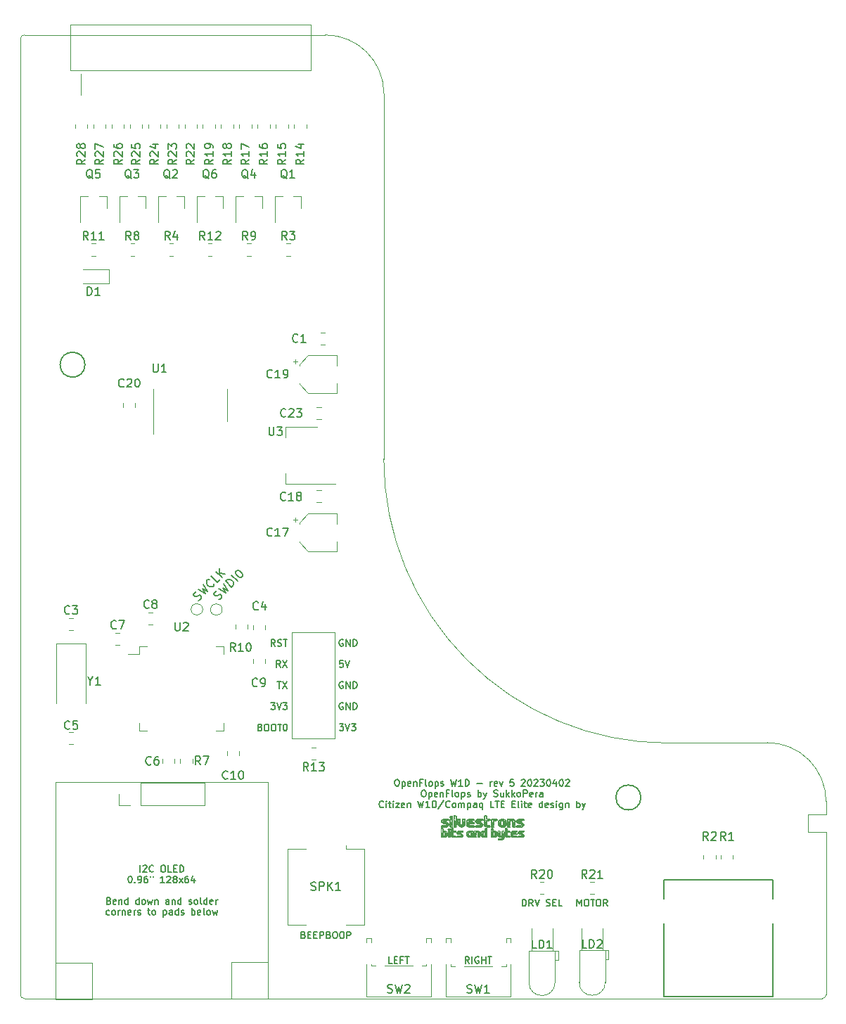
<source format=gbr>
G04 #@! TF.GenerationSoftware,KiCad,Pcbnew,(6.0.0)*
G04 #@! TF.CreationDate,2023-04-02T19:18:08+10:00*
G04 #@! TF.ProjectId,OpenFlops,4f70656e-466c-46f7-9073-2e6b69636164,1*
G04 #@! TF.SameCoordinates,Original*
G04 #@! TF.FileFunction,Legend,Top*
G04 #@! TF.FilePolarity,Positive*
%FSLAX46Y46*%
G04 Gerber Fmt 4.6, Leading zero omitted, Abs format (unit mm)*
G04 Created by KiCad (PCBNEW (6.0.0)) date 2023-04-02 19:18:08*
%MOMM*%
%LPD*%
G01*
G04 APERTURE LIST*
%ADD10C,0.150000*%
%ADD11C,0.100000*%
%ADD12C,0.120000*%
G04 #@! TA.AperFunction,Profile*
%ADD13C,0.050000*%
G04 #@! TD*
G04 #@! TA.AperFunction,Profile*
%ADD14C,0.200000*%
G04 #@! TD*
%ADD15C,0.200000*%
%ADD16C,0.010000*%
G04 APERTURE END LIST*
D10*
X144520238Y-143942857D02*
X144634523Y-143980952D01*
X144672619Y-144019047D01*
X144710714Y-144095238D01*
X144710714Y-144209523D01*
X144672619Y-144285714D01*
X144634523Y-144323809D01*
X144558333Y-144361904D01*
X144253571Y-144361904D01*
X144253571Y-143561904D01*
X144520238Y-143561904D01*
X144596428Y-143600000D01*
X144634523Y-143638095D01*
X144672619Y-143714285D01*
X144672619Y-143790476D01*
X144634523Y-143866666D01*
X144596428Y-143904761D01*
X144520238Y-143942857D01*
X144253571Y-143942857D01*
X145053571Y-143942857D02*
X145320238Y-143942857D01*
X145434523Y-144361904D02*
X145053571Y-144361904D01*
X145053571Y-143561904D01*
X145434523Y-143561904D01*
X145777380Y-143942857D02*
X146044047Y-143942857D01*
X146158333Y-144361904D02*
X145777380Y-144361904D01*
X145777380Y-143561904D01*
X146158333Y-143561904D01*
X146501190Y-144361904D02*
X146501190Y-143561904D01*
X146805952Y-143561904D01*
X146882142Y-143600000D01*
X146920238Y-143638095D01*
X146958333Y-143714285D01*
X146958333Y-143828571D01*
X146920238Y-143904761D01*
X146882142Y-143942857D01*
X146805952Y-143980952D01*
X146501190Y-143980952D01*
X147567857Y-143942857D02*
X147682142Y-143980952D01*
X147720238Y-144019047D01*
X147758333Y-144095238D01*
X147758333Y-144209523D01*
X147720238Y-144285714D01*
X147682142Y-144323809D01*
X147605952Y-144361904D01*
X147301190Y-144361904D01*
X147301190Y-143561904D01*
X147567857Y-143561904D01*
X147644047Y-143600000D01*
X147682142Y-143638095D01*
X147720238Y-143714285D01*
X147720238Y-143790476D01*
X147682142Y-143866666D01*
X147644047Y-143904761D01*
X147567857Y-143942857D01*
X147301190Y-143942857D01*
X148253571Y-143561904D02*
X148405952Y-143561904D01*
X148482142Y-143600000D01*
X148558333Y-143676190D01*
X148596428Y-143828571D01*
X148596428Y-144095238D01*
X148558333Y-144247619D01*
X148482142Y-144323809D01*
X148405952Y-144361904D01*
X148253571Y-144361904D01*
X148177380Y-144323809D01*
X148101190Y-144247619D01*
X148063095Y-144095238D01*
X148063095Y-143828571D01*
X148101190Y-143676190D01*
X148177380Y-143600000D01*
X148253571Y-143561904D01*
X149091666Y-143561904D02*
X149244047Y-143561904D01*
X149320238Y-143600000D01*
X149396428Y-143676190D01*
X149434523Y-143828571D01*
X149434523Y-144095238D01*
X149396428Y-144247619D01*
X149320238Y-144323809D01*
X149244047Y-144361904D01*
X149091666Y-144361904D01*
X149015476Y-144323809D01*
X148939285Y-144247619D01*
X148901190Y-144095238D01*
X148901190Y-143828571D01*
X148939285Y-143676190D01*
X149015476Y-143600000D01*
X149091666Y-143561904D01*
X149777380Y-144361904D02*
X149777380Y-143561904D01*
X150082142Y-143561904D01*
X150158333Y-143600000D01*
X150196428Y-143638095D01*
X150234523Y-143714285D01*
X150234523Y-143828571D01*
X150196428Y-143904761D01*
X150158333Y-143942857D01*
X150082142Y-143980952D01*
X149777380Y-143980952D01*
X164483333Y-147361904D02*
X164216666Y-146980952D01*
X164026190Y-147361904D02*
X164026190Y-146561904D01*
X164330952Y-146561904D01*
X164407142Y-146600000D01*
X164445238Y-146638095D01*
X164483333Y-146714285D01*
X164483333Y-146828571D01*
X164445238Y-146904761D01*
X164407142Y-146942857D01*
X164330952Y-146980952D01*
X164026190Y-146980952D01*
X164826190Y-147361904D02*
X164826190Y-146561904D01*
X165626190Y-146600000D02*
X165550000Y-146561904D01*
X165435714Y-146561904D01*
X165321428Y-146600000D01*
X165245238Y-146676190D01*
X165207142Y-146752380D01*
X165169047Y-146904761D01*
X165169047Y-147019047D01*
X165207142Y-147171428D01*
X165245238Y-147247619D01*
X165321428Y-147323809D01*
X165435714Y-147361904D01*
X165511904Y-147361904D01*
X165626190Y-147323809D01*
X165664285Y-147285714D01*
X165664285Y-147019047D01*
X165511904Y-147019047D01*
X166007142Y-147361904D02*
X166007142Y-146561904D01*
X166007142Y-146942857D02*
X166464285Y-146942857D01*
X166464285Y-147361904D02*
X166464285Y-146561904D01*
X166730952Y-146561904D02*
X167188095Y-146561904D01*
X166959523Y-147361904D02*
X166959523Y-146561904D01*
X155213095Y-147361904D02*
X154832142Y-147361904D01*
X154832142Y-146561904D01*
X155479761Y-146942857D02*
X155746428Y-146942857D01*
X155860714Y-147361904D02*
X155479761Y-147361904D01*
X155479761Y-146561904D01*
X155860714Y-146561904D01*
X156470238Y-146942857D02*
X156203571Y-146942857D01*
X156203571Y-147361904D02*
X156203571Y-146561904D01*
X156584523Y-146561904D01*
X156775000Y-146561904D02*
X157232142Y-146561904D01*
X157003571Y-147361904D02*
X157003571Y-146561904D01*
X177465476Y-140461904D02*
X177465476Y-139661904D01*
X177732142Y-140233333D01*
X177998809Y-139661904D01*
X177998809Y-140461904D01*
X178532142Y-139661904D02*
X178684523Y-139661904D01*
X178760714Y-139700000D01*
X178836904Y-139776190D01*
X178875000Y-139928571D01*
X178875000Y-140195238D01*
X178836904Y-140347619D01*
X178760714Y-140423809D01*
X178684523Y-140461904D01*
X178532142Y-140461904D01*
X178455952Y-140423809D01*
X178379761Y-140347619D01*
X178341666Y-140195238D01*
X178341666Y-139928571D01*
X178379761Y-139776190D01*
X178455952Y-139700000D01*
X178532142Y-139661904D01*
X179103571Y-139661904D02*
X179560714Y-139661904D01*
X179332142Y-140461904D02*
X179332142Y-139661904D01*
X179979761Y-139661904D02*
X180132142Y-139661904D01*
X180208333Y-139700000D01*
X180284523Y-139776190D01*
X180322619Y-139928571D01*
X180322619Y-140195238D01*
X180284523Y-140347619D01*
X180208333Y-140423809D01*
X180132142Y-140461904D01*
X179979761Y-140461904D01*
X179903571Y-140423809D01*
X179827380Y-140347619D01*
X179789285Y-140195238D01*
X179789285Y-139928571D01*
X179827380Y-139776190D01*
X179903571Y-139700000D01*
X179979761Y-139661904D01*
X181122619Y-140461904D02*
X180855952Y-140080952D01*
X180665476Y-140461904D02*
X180665476Y-139661904D01*
X180970238Y-139661904D01*
X181046428Y-139700000D01*
X181084523Y-139738095D01*
X181122619Y-139814285D01*
X181122619Y-139928571D01*
X181084523Y-140004761D01*
X181046428Y-140042857D01*
X180970238Y-140080952D01*
X180665476Y-140080952D01*
X170901190Y-140461904D02*
X170901190Y-139661904D01*
X171091666Y-139661904D01*
X171205952Y-139700000D01*
X171282142Y-139776190D01*
X171320238Y-139852380D01*
X171358333Y-140004761D01*
X171358333Y-140119047D01*
X171320238Y-140271428D01*
X171282142Y-140347619D01*
X171205952Y-140423809D01*
X171091666Y-140461904D01*
X170901190Y-140461904D01*
X172158333Y-140461904D02*
X171891666Y-140080952D01*
X171701190Y-140461904D02*
X171701190Y-139661904D01*
X172005952Y-139661904D01*
X172082142Y-139700000D01*
X172120238Y-139738095D01*
X172158333Y-139814285D01*
X172158333Y-139928571D01*
X172120238Y-140004761D01*
X172082142Y-140042857D01*
X172005952Y-140080952D01*
X171701190Y-140080952D01*
X172386904Y-139661904D02*
X172653571Y-140461904D01*
X172920238Y-139661904D01*
X173758333Y-140423809D02*
X173872619Y-140461904D01*
X174063095Y-140461904D01*
X174139285Y-140423809D01*
X174177380Y-140385714D01*
X174215476Y-140309523D01*
X174215476Y-140233333D01*
X174177380Y-140157142D01*
X174139285Y-140119047D01*
X174063095Y-140080952D01*
X173910714Y-140042857D01*
X173834523Y-140004761D01*
X173796428Y-139966666D01*
X173758333Y-139890476D01*
X173758333Y-139814285D01*
X173796428Y-139738095D01*
X173834523Y-139700000D01*
X173910714Y-139661904D01*
X174101190Y-139661904D01*
X174215476Y-139700000D01*
X174558333Y-140042857D02*
X174825000Y-140042857D01*
X174939285Y-140461904D02*
X174558333Y-140461904D01*
X174558333Y-139661904D01*
X174939285Y-139661904D01*
X175663095Y-140461904D02*
X175282142Y-140461904D01*
X175282142Y-139661904D01*
D11*
X114700000Y-125525000D02*
X140225000Y-125525000D01*
X140225000Y-125525000D02*
X140225000Y-151650000D01*
X140225000Y-151650000D02*
X114700000Y-151650000D01*
X114700000Y-151650000D02*
X114700000Y-125525000D01*
D12*
X117710357Y-40295673D02*
X117710356Y-42795672D01*
D13*
X207450002Y-129425000D02*
X205275002Y-129425000D01*
X206973979Y-151605672D02*
G75*
G03*
X207448978Y-151129327I-674J475673D01*
G01*
D14*
X118225005Y-75300000D02*
G75*
G03*
X118225005Y-75300000I-1500005J0D01*
G01*
D13*
X154221823Y-42670673D02*
X154200002Y-86645673D01*
X188400001Y-120845674D02*
X200371621Y-120795672D01*
X207450000Y-131600000D02*
X205275000Y-131600000D01*
X110448671Y-151130873D02*
G75*
G03*
X110925018Y-151605876I475675J672D01*
G01*
X207446620Y-127870673D02*
X207450002Y-129425000D01*
X110923432Y-35605876D02*
X147146823Y-35595673D01*
X110923432Y-35605876D02*
G75*
G03*
X110448432Y-36082225I678J-475678D01*
G01*
X205275002Y-129425000D02*
X205275000Y-131600000D01*
X154200002Y-86645673D02*
G75*
G03*
X188400001Y-120845674I34199996J-5D01*
G01*
X207446620Y-127870673D02*
G75*
G03*
X200371621Y-120795672I-7074998J3D01*
G01*
X154221823Y-42670673D02*
G75*
G03*
X147146823Y-35595673I-7075002J-2D01*
G01*
X207448978Y-151129327D02*
X207450000Y-131600000D01*
X110448671Y-151130873D02*
X110448432Y-36082225D01*
X206973979Y-151605672D02*
X110925018Y-151605876D01*
D14*
X185150005Y-127400000D02*
G75*
G03*
X185150005Y-127400000I-1500005J0D01*
G01*
D10*
X149297619Y-110917577D02*
X148916666Y-110917577D01*
X148878571Y-111298530D01*
X148916666Y-111260434D01*
X148992857Y-111222339D01*
X149183333Y-111222339D01*
X149259523Y-111260434D01*
X149297619Y-111298530D01*
X149335714Y-111374720D01*
X149335714Y-111565196D01*
X149297619Y-111641387D01*
X149259523Y-111679482D01*
X149183333Y-111717577D01*
X148992857Y-111717577D01*
X148916666Y-111679482D01*
X148878571Y-111641387D01*
X149564285Y-110917577D02*
X149830952Y-111717577D01*
X150097619Y-110917577D01*
X141111904Y-109177577D02*
X140845238Y-108796625D01*
X140654761Y-109177577D02*
X140654761Y-108377577D01*
X140959523Y-108377577D01*
X141035714Y-108415673D01*
X141073809Y-108453768D01*
X141111904Y-108529958D01*
X141111904Y-108644244D01*
X141073809Y-108720434D01*
X141035714Y-108758530D01*
X140959523Y-108796625D01*
X140654761Y-108796625D01*
X141416666Y-109139482D02*
X141530952Y-109177577D01*
X141721428Y-109177577D01*
X141797619Y-109139482D01*
X141835714Y-109101387D01*
X141873809Y-109025196D01*
X141873809Y-108949006D01*
X141835714Y-108872815D01*
X141797619Y-108834720D01*
X141721428Y-108796625D01*
X141569047Y-108758530D01*
X141492857Y-108720434D01*
X141454761Y-108682339D01*
X141416666Y-108606149D01*
X141416666Y-108529958D01*
X141454761Y-108453768D01*
X141492857Y-108415673D01*
X141569047Y-108377577D01*
X141759523Y-108377577D01*
X141873809Y-108415673D01*
X142102380Y-108377577D02*
X142559523Y-108377577D01*
X142330952Y-109177577D02*
X142330952Y-108377577D01*
X134336098Y-103559602D02*
X134470785Y-103492259D01*
X134639144Y-103323900D01*
X134672816Y-103222885D01*
X134672816Y-103155541D01*
X134639144Y-103054526D01*
X134571801Y-102987183D01*
X134470785Y-102953511D01*
X134403442Y-102953511D01*
X134302427Y-102987183D01*
X134134068Y-103088198D01*
X134033053Y-103121870D01*
X133965709Y-103121870D01*
X133864694Y-103088198D01*
X133797350Y-103020854D01*
X133763679Y-102919839D01*
X133763679Y-102852496D01*
X133797350Y-102751480D01*
X133965709Y-102583122D01*
X134100396Y-102515778D01*
X134302427Y-102246404D02*
X135177892Y-102785152D01*
X134807503Y-102145389D01*
X135447266Y-102515778D01*
X134908518Y-101640312D01*
X135884999Y-102078045D02*
X135177892Y-101370938D01*
X135346251Y-101202580D01*
X135480938Y-101135236D01*
X135615625Y-101135236D01*
X135716640Y-101168908D01*
X135884999Y-101269923D01*
X135986014Y-101370938D01*
X136087030Y-101539297D01*
X136120701Y-101640312D01*
X136120701Y-101775000D01*
X136053358Y-101909687D01*
X135884999Y-102078045D01*
X136592106Y-101370938D02*
X135884999Y-100663832D01*
X136356404Y-100192427D02*
X136491091Y-100057740D01*
X136592106Y-100024068D01*
X136726793Y-100024068D01*
X136895152Y-100125084D01*
X137130854Y-100360786D01*
X137231869Y-100529145D01*
X137231869Y-100663832D01*
X137198197Y-100764847D01*
X137063510Y-100899534D01*
X136962495Y-100933206D01*
X136827808Y-100933206D01*
X136659449Y-100832190D01*
X136423747Y-100596488D01*
X136322732Y-100428129D01*
X136322732Y-100293442D01*
X136356404Y-100192427D01*
X149290476Y-113495673D02*
X149214285Y-113457577D01*
X149100000Y-113457577D01*
X148985714Y-113495673D01*
X148909523Y-113571863D01*
X148871428Y-113648053D01*
X148833333Y-113800434D01*
X148833333Y-113914720D01*
X148871428Y-114067101D01*
X148909523Y-114143292D01*
X148985714Y-114219482D01*
X149100000Y-114257577D01*
X149176190Y-114257577D01*
X149290476Y-114219482D01*
X149328571Y-114181387D01*
X149328571Y-113914720D01*
X149176190Y-113914720D01*
X149671428Y-114257577D02*
X149671428Y-113457577D01*
X150128571Y-114257577D01*
X150128571Y-113457577D01*
X150509523Y-114257577D02*
X150509523Y-113457577D01*
X150700000Y-113457577D01*
X150814285Y-113495673D01*
X150890476Y-113571863D01*
X150928571Y-113648053D01*
X150966666Y-113800434D01*
X150966666Y-113914720D01*
X150928571Y-114067101D01*
X150890476Y-114143292D01*
X150814285Y-114219482D01*
X150700000Y-114257577D01*
X150509523Y-114257577D01*
X140609523Y-115997577D02*
X141104761Y-115997577D01*
X140838095Y-116302339D01*
X140952380Y-116302339D01*
X141028571Y-116340434D01*
X141066666Y-116378530D01*
X141104761Y-116454720D01*
X141104761Y-116645196D01*
X141066666Y-116721387D01*
X141028571Y-116759482D01*
X140952380Y-116797577D01*
X140723809Y-116797577D01*
X140647619Y-116759482D01*
X140609523Y-116721387D01*
X141333333Y-115997577D02*
X141600000Y-116797577D01*
X141866666Y-115997577D01*
X142057142Y-115997577D02*
X142552380Y-115997577D01*
X142285714Y-116302339D01*
X142400000Y-116302339D01*
X142476190Y-116340434D01*
X142514285Y-116378530D01*
X142552380Y-116454720D01*
X142552380Y-116645196D01*
X142514285Y-116721387D01*
X142476190Y-116759482D01*
X142400000Y-116797577D01*
X142171428Y-116797577D01*
X142095238Y-116759482D01*
X142057142Y-116721387D01*
X149290476Y-108415673D02*
X149214285Y-108377577D01*
X149100000Y-108377577D01*
X148985714Y-108415673D01*
X148909523Y-108491863D01*
X148871428Y-108568053D01*
X148833333Y-108720434D01*
X148833333Y-108834720D01*
X148871428Y-108987101D01*
X148909523Y-109063292D01*
X148985714Y-109139482D01*
X149100000Y-109177577D01*
X149176190Y-109177577D01*
X149290476Y-109139482D01*
X149328571Y-109101387D01*
X149328571Y-108834720D01*
X149176190Y-108834720D01*
X149671428Y-109177577D02*
X149671428Y-108377577D01*
X150128571Y-109177577D01*
X150128571Y-108377577D01*
X150509523Y-109177577D02*
X150509523Y-108377577D01*
X150700000Y-108377577D01*
X150814285Y-108415673D01*
X150890476Y-108491863D01*
X150928571Y-108568053D01*
X150966666Y-108720434D01*
X150966666Y-108834720D01*
X150928571Y-108987101D01*
X150890476Y-109063292D01*
X150814285Y-109139482D01*
X150700000Y-109177577D01*
X150509523Y-109177577D01*
X148859523Y-118537577D02*
X149354761Y-118537577D01*
X149088095Y-118842339D01*
X149202380Y-118842339D01*
X149278571Y-118880434D01*
X149316666Y-118918530D01*
X149354761Y-118994720D01*
X149354761Y-119185196D01*
X149316666Y-119261387D01*
X149278571Y-119299482D01*
X149202380Y-119337577D01*
X148973809Y-119337577D01*
X148897619Y-119299482D01*
X148859523Y-119261387D01*
X149583333Y-118537577D02*
X149850000Y-119337577D01*
X150116666Y-118537577D01*
X150307142Y-118537577D02*
X150802380Y-118537577D01*
X150535714Y-118842339D01*
X150650000Y-118842339D01*
X150726190Y-118880434D01*
X150764285Y-118918530D01*
X150802380Y-118994720D01*
X150802380Y-119185196D01*
X150764285Y-119261387D01*
X150726190Y-119299482D01*
X150650000Y-119337577D01*
X150421428Y-119337577D01*
X150345238Y-119299482D01*
X150307142Y-119261387D01*
X155726190Y-125223904D02*
X155878571Y-125223904D01*
X155954761Y-125262000D01*
X156030952Y-125338190D01*
X156069047Y-125490571D01*
X156069047Y-125757238D01*
X156030952Y-125909619D01*
X155954761Y-125985809D01*
X155878571Y-126023904D01*
X155726190Y-126023904D01*
X155650000Y-125985809D01*
X155573809Y-125909619D01*
X155535714Y-125757238D01*
X155535714Y-125490571D01*
X155573809Y-125338190D01*
X155650000Y-125262000D01*
X155726190Y-125223904D01*
X156411904Y-125490571D02*
X156411904Y-126290571D01*
X156411904Y-125528666D02*
X156488095Y-125490571D01*
X156640476Y-125490571D01*
X156716666Y-125528666D01*
X156754761Y-125566761D01*
X156792857Y-125642952D01*
X156792857Y-125871523D01*
X156754761Y-125947714D01*
X156716666Y-125985809D01*
X156640476Y-126023904D01*
X156488095Y-126023904D01*
X156411904Y-125985809D01*
X157440476Y-125985809D02*
X157364285Y-126023904D01*
X157211904Y-126023904D01*
X157135714Y-125985809D01*
X157097619Y-125909619D01*
X157097619Y-125604857D01*
X157135714Y-125528666D01*
X157211904Y-125490571D01*
X157364285Y-125490571D01*
X157440476Y-125528666D01*
X157478571Y-125604857D01*
X157478571Y-125681047D01*
X157097619Y-125757238D01*
X157821428Y-125490571D02*
X157821428Y-126023904D01*
X157821428Y-125566761D02*
X157859523Y-125528666D01*
X157935714Y-125490571D01*
X158050000Y-125490571D01*
X158126190Y-125528666D01*
X158164285Y-125604857D01*
X158164285Y-126023904D01*
X158811904Y-125604857D02*
X158545238Y-125604857D01*
X158545238Y-126023904D02*
X158545238Y-125223904D01*
X158926190Y-125223904D01*
X159345238Y-126023904D02*
X159269047Y-125985809D01*
X159230952Y-125909619D01*
X159230952Y-125223904D01*
X159764285Y-126023904D02*
X159688095Y-125985809D01*
X159650000Y-125947714D01*
X159611904Y-125871523D01*
X159611904Y-125642952D01*
X159650000Y-125566761D01*
X159688095Y-125528666D01*
X159764285Y-125490571D01*
X159878571Y-125490571D01*
X159954761Y-125528666D01*
X159992857Y-125566761D01*
X160030952Y-125642952D01*
X160030952Y-125871523D01*
X159992857Y-125947714D01*
X159954761Y-125985809D01*
X159878571Y-126023904D01*
X159764285Y-126023904D01*
X160373809Y-125490571D02*
X160373809Y-126290571D01*
X160373809Y-125528666D02*
X160450000Y-125490571D01*
X160602380Y-125490571D01*
X160678571Y-125528666D01*
X160716666Y-125566761D01*
X160754761Y-125642952D01*
X160754761Y-125871523D01*
X160716666Y-125947714D01*
X160678571Y-125985809D01*
X160602380Y-126023904D01*
X160450000Y-126023904D01*
X160373809Y-125985809D01*
X161059523Y-125985809D02*
X161135714Y-126023904D01*
X161288095Y-126023904D01*
X161364285Y-125985809D01*
X161402380Y-125909619D01*
X161402380Y-125871523D01*
X161364285Y-125795333D01*
X161288095Y-125757238D01*
X161173809Y-125757238D01*
X161097619Y-125719142D01*
X161059523Y-125642952D01*
X161059523Y-125604857D01*
X161097619Y-125528666D01*
X161173809Y-125490571D01*
X161288095Y-125490571D01*
X161364285Y-125528666D01*
X162278571Y-125223904D02*
X162469047Y-126023904D01*
X162621428Y-125452476D01*
X162773809Y-126023904D01*
X162964285Y-125223904D01*
X163688095Y-126023904D02*
X163230952Y-126023904D01*
X163459523Y-126023904D02*
X163459523Y-125223904D01*
X163383333Y-125338190D01*
X163307142Y-125414380D01*
X163230952Y-125452476D01*
X164030952Y-126023904D02*
X164030952Y-125223904D01*
X164221428Y-125223904D01*
X164335714Y-125262000D01*
X164411904Y-125338190D01*
X164450000Y-125414380D01*
X164488095Y-125566761D01*
X164488095Y-125681047D01*
X164450000Y-125833428D01*
X164411904Y-125909619D01*
X164335714Y-125985809D01*
X164221428Y-126023904D01*
X164030952Y-126023904D01*
X165440476Y-125719142D02*
X166050000Y-125719142D01*
X167040476Y-126023904D02*
X167040476Y-125490571D01*
X167040476Y-125642952D02*
X167078571Y-125566761D01*
X167116666Y-125528666D01*
X167192857Y-125490571D01*
X167269047Y-125490571D01*
X167840476Y-125985809D02*
X167764285Y-126023904D01*
X167611904Y-126023904D01*
X167535714Y-125985809D01*
X167497619Y-125909619D01*
X167497619Y-125604857D01*
X167535714Y-125528666D01*
X167611904Y-125490571D01*
X167764285Y-125490571D01*
X167840476Y-125528666D01*
X167878571Y-125604857D01*
X167878571Y-125681047D01*
X167497619Y-125757238D01*
X168145238Y-125490571D02*
X168335714Y-126023904D01*
X168526190Y-125490571D01*
X169821428Y-125223904D02*
X169440476Y-125223904D01*
X169402380Y-125604857D01*
X169440476Y-125566761D01*
X169516666Y-125528666D01*
X169707142Y-125528666D01*
X169783333Y-125566761D01*
X169821428Y-125604857D01*
X169859523Y-125681047D01*
X169859523Y-125871523D01*
X169821428Y-125947714D01*
X169783333Y-125985809D01*
X169707142Y-126023904D01*
X169516666Y-126023904D01*
X169440476Y-125985809D01*
X169402380Y-125947714D01*
X170773809Y-125300095D02*
X170811904Y-125262000D01*
X170888095Y-125223904D01*
X171078571Y-125223904D01*
X171154761Y-125262000D01*
X171192857Y-125300095D01*
X171230952Y-125376285D01*
X171230952Y-125452476D01*
X171192857Y-125566761D01*
X170735714Y-126023904D01*
X171230952Y-126023904D01*
X171726190Y-125223904D02*
X171802380Y-125223904D01*
X171878571Y-125262000D01*
X171916666Y-125300095D01*
X171954761Y-125376285D01*
X171992857Y-125528666D01*
X171992857Y-125719142D01*
X171954761Y-125871523D01*
X171916666Y-125947714D01*
X171878571Y-125985809D01*
X171802380Y-126023904D01*
X171726190Y-126023904D01*
X171650000Y-125985809D01*
X171611904Y-125947714D01*
X171573809Y-125871523D01*
X171535714Y-125719142D01*
X171535714Y-125528666D01*
X171573809Y-125376285D01*
X171611904Y-125300095D01*
X171650000Y-125262000D01*
X171726190Y-125223904D01*
X172297619Y-125300095D02*
X172335714Y-125262000D01*
X172411904Y-125223904D01*
X172602380Y-125223904D01*
X172678571Y-125262000D01*
X172716666Y-125300095D01*
X172754761Y-125376285D01*
X172754761Y-125452476D01*
X172716666Y-125566761D01*
X172259523Y-126023904D01*
X172754761Y-126023904D01*
X173021428Y-125223904D02*
X173516666Y-125223904D01*
X173250000Y-125528666D01*
X173364285Y-125528666D01*
X173440476Y-125566761D01*
X173478571Y-125604857D01*
X173516666Y-125681047D01*
X173516666Y-125871523D01*
X173478571Y-125947714D01*
X173440476Y-125985809D01*
X173364285Y-126023904D01*
X173135714Y-126023904D01*
X173059523Y-125985809D01*
X173021428Y-125947714D01*
X174011904Y-125223904D02*
X174088095Y-125223904D01*
X174164285Y-125262000D01*
X174202380Y-125300095D01*
X174240476Y-125376285D01*
X174278571Y-125528666D01*
X174278571Y-125719142D01*
X174240476Y-125871523D01*
X174202380Y-125947714D01*
X174164285Y-125985809D01*
X174088095Y-126023904D01*
X174011904Y-126023904D01*
X173935714Y-125985809D01*
X173897619Y-125947714D01*
X173859523Y-125871523D01*
X173821428Y-125719142D01*
X173821428Y-125528666D01*
X173859523Y-125376285D01*
X173897619Y-125300095D01*
X173935714Y-125262000D01*
X174011904Y-125223904D01*
X174964285Y-125490571D02*
X174964285Y-126023904D01*
X174773809Y-125185809D02*
X174583333Y-125757238D01*
X175078571Y-125757238D01*
X175535714Y-125223904D02*
X175611904Y-125223904D01*
X175688095Y-125262000D01*
X175726190Y-125300095D01*
X175764285Y-125376285D01*
X175802380Y-125528666D01*
X175802380Y-125719142D01*
X175764285Y-125871523D01*
X175726190Y-125947714D01*
X175688095Y-125985809D01*
X175611904Y-126023904D01*
X175535714Y-126023904D01*
X175459523Y-125985809D01*
X175421428Y-125947714D01*
X175383333Y-125871523D01*
X175345238Y-125719142D01*
X175345238Y-125528666D01*
X175383333Y-125376285D01*
X175421428Y-125300095D01*
X175459523Y-125262000D01*
X175535714Y-125223904D01*
X176107142Y-125300095D02*
X176145238Y-125262000D01*
X176221428Y-125223904D01*
X176411904Y-125223904D01*
X176488095Y-125262000D01*
X176526190Y-125300095D01*
X176564285Y-125376285D01*
X176564285Y-125452476D01*
X176526190Y-125566761D01*
X176069047Y-126023904D01*
X176564285Y-126023904D01*
X158926190Y-126511904D02*
X159078571Y-126511904D01*
X159154761Y-126550000D01*
X159230952Y-126626190D01*
X159269047Y-126778571D01*
X159269047Y-127045238D01*
X159230952Y-127197619D01*
X159154761Y-127273809D01*
X159078571Y-127311904D01*
X158926190Y-127311904D01*
X158850000Y-127273809D01*
X158773809Y-127197619D01*
X158735714Y-127045238D01*
X158735714Y-126778571D01*
X158773809Y-126626190D01*
X158850000Y-126550000D01*
X158926190Y-126511904D01*
X159611904Y-126778571D02*
X159611904Y-127578571D01*
X159611904Y-126816666D02*
X159688095Y-126778571D01*
X159840476Y-126778571D01*
X159916666Y-126816666D01*
X159954761Y-126854761D01*
X159992857Y-126930952D01*
X159992857Y-127159523D01*
X159954761Y-127235714D01*
X159916666Y-127273809D01*
X159840476Y-127311904D01*
X159688095Y-127311904D01*
X159611904Y-127273809D01*
X160640476Y-127273809D02*
X160564285Y-127311904D01*
X160411904Y-127311904D01*
X160335714Y-127273809D01*
X160297619Y-127197619D01*
X160297619Y-126892857D01*
X160335714Y-126816666D01*
X160411904Y-126778571D01*
X160564285Y-126778571D01*
X160640476Y-126816666D01*
X160678571Y-126892857D01*
X160678571Y-126969047D01*
X160297619Y-127045238D01*
X161021428Y-126778571D02*
X161021428Y-127311904D01*
X161021428Y-126854761D02*
X161059523Y-126816666D01*
X161135714Y-126778571D01*
X161250000Y-126778571D01*
X161326190Y-126816666D01*
X161364285Y-126892857D01*
X161364285Y-127311904D01*
X162011904Y-126892857D02*
X161745238Y-126892857D01*
X161745238Y-127311904D02*
X161745238Y-126511904D01*
X162126190Y-126511904D01*
X162545238Y-127311904D02*
X162469047Y-127273809D01*
X162430952Y-127197619D01*
X162430952Y-126511904D01*
X162964285Y-127311904D02*
X162888095Y-127273809D01*
X162850000Y-127235714D01*
X162811904Y-127159523D01*
X162811904Y-126930952D01*
X162850000Y-126854761D01*
X162888095Y-126816666D01*
X162964285Y-126778571D01*
X163078571Y-126778571D01*
X163154761Y-126816666D01*
X163192857Y-126854761D01*
X163230952Y-126930952D01*
X163230952Y-127159523D01*
X163192857Y-127235714D01*
X163154761Y-127273809D01*
X163078571Y-127311904D01*
X162964285Y-127311904D01*
X163573809Y-126778571D02*
X163573809Y-127578571D01*
X163573809Y-126816666D02*
X163650000Y-126778571D01*
X163802380Y-126778571D01*
X163878571Y-126816666D01*
X163916666Y-126854761D01*
X163954761Y-126930952D01*
X163954761Y-127159523D01*
X163916666Y-127235714D01*
X163878571Y-127273809D01*
X163802380Y-127311904D01*
X163650000Y-127311904D01*
X163573809Y-127273809D01*
X164259523Y-127273809D02*
X164335714Y-127311904D01*
X164488095Y-127311904D01*
X164564285Y-127273809D01*
X164602380Y-127197619D01*
X164602380Y-127159523D01*
X164564285Y-127083333D01*
X164488095Y-127045238D01*
X164373809Y-127045238D01*
X164297619Y-127007142D01*
X164259523Y-126930952D01*
X164259523Y-126892857D01*
X164297619Y-126816666D01*
X164373809Y-126778571D01*
X164488095Y-126778571D01*
X164564285Y-126816666D01*
X165554761Y-127311904D02*
X165554761Y-126511904D01*
X165554761Y-126816666D02*
X165630952Y-126778571D01*
X165783333Y-126778571D01*
X165859523Y-126816666D01*
X165897619Y-126854761D01*
X165935714Y-126930952D01*
X165935714Y-127159523D01*
X165897619Y-127235714D01*
X165859523Y-127273809D01*
X165783333Y-127311904D01*
X165630952Y-127311904D01*
X165554761Y-127273809D01*
X166202380Y-126778571D02*
X166392857Y-127311904D01*
X166583333Y-126778571D02*
X166392857Y-127311904D01*
X166316666Y-127502380D01*
X166278571Y-127540476D01*
X166202380Y-127578571D01*
X167459523Y-127273809D02*
X167573809Y-127311904D01*
X167764285Y-127311904D01*
X167840476Y-127273809D01*
X167878571Y-127235714D01*
X167916666Y-127159523D01*
X167916666Y-127083333D01*
X167878571Y-127007142D01*
X167840476Y-126969047D01*
X167764285Y-126930952D01*
X167611904Y-126892857D01*
X167535714Y-126854761D01*
X167497619Y-126816666D01*
X167459523Y-126740476D01*
X167459523Y-126664285D01*
X167497619Y-126588095D01*
X167535714Y-126550000D01*
X167611904Y-126511904D01*
X167802380Y-126511904D01*
X167916666Y-126550000D01*
X168602380Y-126778571D02*
X168602380Y-127311904D01*
X168259523Y-126778571D02*
X168259523Y-127197619D01*
X168297619Y-127273809D01*
X168373809Y-127311904D01*
X168488095Y-127311904D01*
X168564285Y-127273809D01*
X168602380Y-127235714D01*
X168983333Y-127311904D02*
X168983333Y-126511904D01*
X169059523Y-127007142D02*
X169288095Y-127311904D01*
X169288095Y-126778571D02*
X168983333Y-127083333D01*
X169630952Y-127311904D02*
X169630952Y-126511904D01*
X169707142Y-127007142D02*
X169935714Y-127311904D01*
X169935714Y-126778571D02*
X169630952Y-127083333D01*
X170392857Y-127311904D02*
X170316666Y-127273809D01*
X170278571Y-127235714D01*
X170240476Y-127159523D01*
X170240476Y-126930952D01*
X170278571Y-126854761D01*
X170316666Y-126816666D01*
X170392857Y-126778571D01*
X170507142Y-126778571D01*
X170583333Y-126816666D01*
X170621428Y-126854761D01*
X170659523Y-126930952D01*
X170659523Y-127159523D01*
X170621428Y-127235714D01*
X170583333Y-127273809D01*
X170507142Y-127311904D01*
X170392857Y-127311904D01*
X171002380Y-127311904D02*
X171002380Y-126511904D01*
X171307142Y-126511904D01*
X171383333Y-126550000D01*
X171421428Y-126588095D01*
X171459523Y-126664285D01*
X171459523Y-126778571D01*
X171421428Y-126854761D01*
X171383333Y-126892857D01*
X171307142Y-126930952D01*
X171002380Y-126930952D01*
X172107142Y-127273809D02*
X172030952Y-127311904D01*
X171878571Y-127311904D01*
X171802380Y-127273809D01*
X171764285Y-127197619D01*
X171764285Y-126892857D01*
X171802380Y-126816666D01*
X171878571Y-126778571D01*
X172030952Y-126778571D01*
X172107142Y-126816666D01*
X172145238Y-126892857D01*
X172145238Y-126969047D01*
X171764285Y-127045238D01*
X172488095Y-127311904D02*
X172488095Y-126778571D01*
X172488095Y-126930952D02*
X172526190Y-126854761D01*
X172564285Y-126816666D01*
X172640476Y-126778571D01*
X172716666Y-126778571D01*
X173326190Y-127311904D02*
X173326190Y-126892857D01*
X173288095Y-126816666D01*
X173211904Y-126778571D01*
X173059523Y-126778571D01*
X172983333Y-126816666D01*
X173326190Y-127273809D02*
X173250000Y-127311904D01*
X173059523Y-127311904D01*
X172983333Y-127273809D01*
X172945238Y-127197619D01*
X172945238Y-127121428D01*
X172983333Y-127045238D01*
X173059523Y-127007142D01*
X173250000Y-127007142D01*
X173326190Y-126969047D01*
X154164285Y-128523714D02*
X154126190Y-128561809D01*
X154011904Y-128599904D01*
X153935714Y-128599904D01*
X153821428Y-128561809D01*
X153745238Y-128485619D01*
X153707142Y-128409428D01*
X153669047Y-128257047D01*
X153669047Y-128142761D01*
X153707142Y-127990380D01*
X153745238Y-127914190D01*
X153821428Y-127838000D01*
X153935714Y-127799904D01*
X154011904Y-127799904D01*
X154126190Y-127838000D01*
X154164285Y-127876095D01*
X154507142Y-128599904D02*
X154507142Y-128066571D01*
X154507142Y-127799904D02*
X154469047Y-127838000D01*
X154507142Y-127876095D01*
X154545238Y-127838000D01*
X154507142Y-127799904D01*
X154507142Y-127876095D01*
X154773809Y-128066571D02*
X155078571Y-128066571D01*
X154888095Y-127799904D02*
X154888095Y-128485619D01*
X154926190Y-128561809D01*
X155002380Y-128599904D01*
X155078571Y-128599904D01*
X155345238Y-128599904D02*
X155345238Y-128066571D01*
X155345238Y-127799904D02*
X155307142Y-127838000D01*
X155345238Y-127876095D01*
X155383333Y-127838000D01*
X155345238Y-127799904D01*
X155345238Y-127876095D01*
X155650000Y-128066571D02*
X156069047Y-128066571D01*
X155650000Y-128599904D01*
X156069047Y-128599904D01*
X156678571Y-128561809D02*
X156602380Y-128599904D01*
X156450000Y-128599904D01*
X156373809Y-128561809D01*
X156335714Y-128485619D01*
X156335714Y-128180857D01*
X156373809Y-128104666D01*
X156450000Y-128066571D01*
X156602380Y-128066571D01*
X156678571Y-128104666D01*
X156716666Y-128180857D01*
X156716666Y-128257047D01*
X156335714Y-128333238D01*
X157059523Y-128066571D02*
X157059523Y-128599904D01*
X157059523Y-128142761D02*
X157097619Y-128104666D01*
X157173809Y-128066571D01*
X157288095Y-128066571D01*
X157364285Y-128104666D01*
X157402380Y-128180857D01*
X157402380Y-128599904D01*
X158316666Y-127799904D02*
X158507142Y-128599904D01*
X158659523Y-128028476D01*
X158811904Y-128599904D01*
X159002380Y-127799904D01*
X159726190Y-128599904D02*
X159269047Y-128599904D01*
X159497619Y-128599904D02*
X159497619Y-127799904D01*
X159421428Y-127914190D01*
X159345238Y-127990380D01*
X159269047Y-128028476D01*
X160069047Y-128599904D02*
X160069047Y-127799904D01*
X160259523Y-127799904D01*
X160373809Y-127838000D01*
X160450000Y-127914190D01*
X160488095Y-127990380D01*
X160526190Y-128142761D01*
X160526190Y-128257047D01*
X160488095Y-128409428D01*
X160450000Y-128485619D01*
X160373809Y-128561809D01*
X160259523Y-128599904D01*
X160069047Y-128599904D01*
X161440476Y-127761809D02*
X160754761Y-128790380D01*
X162164285Y-128523714D02*
X162126190Y-128561809D01*
X162011904Y-128599904D01*
X161935714Y-128599904D01*
X161821428Y-128561809D01*
X161745238Y-128485619D01*
X161707142Y-128409428D01*
X161669047Y-128257047D01*
X161669047Y-128142761D01*
X161707142Y-127990380D01*
X161745238Y-127914190D01*
X161821428Y-127838000D01*
X161935714Y-127799904D01*
X162011904Y-127799904D01*
X162126190Y-127838000D01*
X162164285Y-127876095D01*
X162621428Y-128599904D02*
X162545238Y-128561809D01*
X162507142Y-128523714D01*
X162469047Y-128447523D01*
X162469047Y-128218952D01*
X162507142Y-128142761D01*
X162545238Y-128104666D01*
X162621428Y-128066571D01*
X162735714Y-128066571D01*
X162811904Y-128104666D01*
X162850000Y-128142761D01*
X162888095Y-128218952D01*
X162888095Y-128447523D01*
X162850000Y-128523714D01*
X162811904Y-128561809D01*
X162735714Y-128599904D01*
X162621428Y-128599904D01*
X163230952Y-128599904D02*
X163230952Y-128066571D01*
X163230952Y-128142761D02*
X163269047Y-128104666D01*
X163345238Y-128066571D01*
X163459523Y-128066571D01*
X163535714Y-128104666D01*
X163573809Y-128180857D01*
X163573809Y-128599904D01*
X163573809Y-128180857D02*
X163611904Y-128104666D01*
X163688095Y-128066571D01*
X163802380Y-128066571D01*
X163878571Y-128104666D01*
X163916666Y-128180857D01*
X163916666Y-128599904D01*
X164297619Y-128066571D02*
X164297619Y-128866571D01*
X164297619Y-128104666D02*
X164373809Y-128066571D01*
X164526190Y-128066571D01*
X164602380Y-128104666D01*
X164640476Y-128142761D01*
X164678571Y-128218952D01*
X164678571Y-128447523D01*
X164640476Y-128523714D01*
X164602380Y-128561809D01*
X164526190Y-128599904D01*
X164373809Y-128599904D01*
X164297619Y-128561809D01*
X165364285Y-128599904D02*
X165364285Y-128180857D01*
X165326190Y-128104666D01*
X165250000Y-128066571D01*
X165097619Y-128066571D01*
X165021428Y-128104666D01*
X165364285Y-128561809D02*
X165288095Y-128599904D01*
X165097619Y-128599904D01*
X165021428Y-128561809D01*
X164983333Y-128485619D01*
X164983333Y-128409428D01*
X165021428Y-128333238D01*
X165097619Y-128295142D01*
X165288095Y-128295142D01*
X165364285Y-128257047D01*
X166088095Y-128066571D02*
X166088095Y-128866571D01*
X166088095Y-128561809D02*
X166011904Y-128599904D01*
X165859523Y-128599904D01*
X165783333Y-128561809D01*
X165745238Y-128523714D01*
X165707142Y-128447523D01*
X165707142Y-128218952D01*
X165745238Y-128142761D01*
X165783333Y-128104666D01*
X165859523Y-128066571D01*
X166011904Y-128066571D01*
X166088095Y-128104666D01*
X167459523Y-128599904D02*
X167078571Y-128599904D01*
X167078571Y-127799904D01*
X167611904Y-127799904D02*
X168069047Y-127799904D01*
X167840476Y-128599904D02*
X167840476Y-127799904D01*
X168335714Y-128180857D02*
X168602380Y-128180857D01*
X168716666Y-128599904D02*
X168335714Y-128599904D01*
X168335714Y-127799904D01*
X168716666Y-127799904D01*
X169669047Y-128180857D02*
X169935714Y-128180857D01*
X170050000Y-128599904D02*
X169669047Y-128599904D01*
X169669047Y-127799904D01*
X170050000Y-127799904D01*
X170507142Y-128599904D02*
X170430952Y-128561809D01*
X170392857Y-128485619D01*
X170392857Y-127799904D01*
X170811904Y-128599904D02*
X170811904Y-128066571D01*
X170811904Y-127799904D02*
X170773809Y-127838000D01*
X170811904Y-127876095D01*
X170850000Y-127838000D01*
X170811904Y-127799904D01*
X170811904Y-127876095D01*
X171078571Y-128066571D02*
X171383333Y-128066571D01*
X171192857Y-127799904D02*
X171192857Y-128485619D01*
X171230952Y-128561809D01*
X171307142Y-128599904D01*
X171383333Y-128599904D01*
X171954761Y-128561809D02*
X171878571Y-128599904D01*
X171726190Y-128599904D01*
X171650000Y-128561809D01*
X171611904Y-128485619D01*
X171611904Y-128180857D01*
X171650000Y-128104666D01*
X171726190Y-128066571D01*
X171878571Y-128066571D01*
X171954761Y-128104666D01*
X171992857Y-128180857D01*
X171992857Y-128257047D01*
X171611904Y-128333238D01*
X173288095Y-128599904D02*
X173288095Y-127799904D01*
X173288095Y-128561809D02*
X173211904Y-128599904D01*
X173059523Y-128599904D01*
X172983333Y-128561809D01*
X172945238Y-128523714D01*
X172907142Y-128447523D01*
X172907142Y-128218952D01*
X172945238Y-128142761D01*
X172983333Y-128104666D01*
X173059523Y-128066571D01*
X173211904Y-128066571D01*
X173288095Y-128104666D01*
X173973809Y-128561809D02*
X173897619Y-128599904D01*
X173745238Y-128599904D01*
X173669047Y-128561809D01*
X173630952Y-128485619D01*
X173630952Y-128180857D01*
X173669047Y-128104666D01*
X173745238Y-128066571D01*
X173897619Y-128066571D01*
X173973809Y-128104666D01*
X174011904Y-128180857D01*
X174011904Y-128257047D01*
X173630952Y-128333238D01*
X174316666Y-128561809D02*
X174392857Y-128599904D01*
X174545238Y-128599904D01*
X174621428Y-128561809D01*
X174659523Y-128485619D01*
X174659523Y-128447523D01*
X174621428Y-128371333D01*
X174545238Y-128333238D01*
X174430952Y-128333238D01*
X174354761Y-128295142D01*
X174316666Y-128218952D01*
X174316666Y-128180857D01*
X174354761Y-128104666D01*
X174430952Y-128066571D01*
X174545238Y-128066571D01*
X174621428Y-128104666D01*
X175002380Y-128599904D02*
X175002380Y-128066571D01*
X175002380Y-127799904D02*
X174964285Y-127838000D01*
X175002380Y-127876095D01*
X175040476Y-127838000D01*
X175002380Y-127799904D01*
X175002380Y-127876095D01*
X175726190Y-128066571D02*
X175726190Y-128714190D01*
X175688095Y-128790380D01*
X175650000Y-128828476D01*
X175573809Y-128866571D01*
X175459523Y-128866571D01*
X175383333Y-128828476D01*
X175726190Y-128561809D02*
X175650000Y-128599904D01*
X175497619Y-128599904D01*
X175421428Y-128561809D01*
X175383333Y-128523714D01*
X175345238Y-128447523D01*
X175345238Y-128218952D01*
X175383333Y-128142761D01*
X175421428Y-128104666D01*
X175497619Y-128066571D01*
X175650000Y-128066571D01*
X175726190Y-128104666D01*
X176107142Y-128066571D02*
X176107142Y-128599904D01*
X176107142Y-128142761D02*
X176145238Y-128104666D01*
X176221428Y-128066571D01*
X176335714Y-128066571D01*
X176411904Y-128104666D01*
X176450000Y-128180857D01*
X176450000Y-128599904D01*
X177440476Y-128599904D02*
X177440476Y-127799904D01*
X177440476Y-128104666D02*
X177516666Y-128066571D01*
X177669047Y-128066571D01*
X177745238Y-128104666D01*
X177783333Y-128142761D01*
X177821428Y-128218952D01*
X177821428Y-128447523D01*
X177783333Y-128523714D01*
X177745238Y-128561809D01*
X177669047Y-128599904D01*
X177516666Y-128599904D01*
X177440476Y-128561809D01*
X178088095Y-128066571D02*
X178278571Y-128599904D01*
X178469047Y-128066571D02*
X178278571Y-128599904D01*
X178202380Y-128790380D01*
X178164285Y-128828476D01*
X178088095Y-128866571D01*
X141766666Y-111717577D02*
X141500000Y-111336625D01*
X141309523Y-111717577D02*
X141309523Y-110917577D01*
X141614285Y-110917577D01*
X141690476Y-110955673D01*
X141728571Y-110993768D01*
X141766666Y-111069958D01*
X141766666Y-111184244D01*
X141728571Y-111260434D01*
X141690476Y-111298530D01*
X141614285Y-111336625D01*
X141309523Y-111336625D01*
X142033333Y-110917577D02*
X142566666Y-111717577D01*
X142566666Y-110917577D02*
X142033333Y-111717577D01*
X139333333Y-118942857D02*
X139447619Y-118980952D01*
X139485714Y-119019047D01*
X139523809Y-119095238D01*
X139523809Y-119209523D01*
X139485714Y-119285714D01*
X139447619Y-119323809D01*
X139371428Y-119361904D01*
X139066666Y-119361904D01*
X139066666Y-118561904D01*
X139333333Y-118561904D01*
X139409523Y-118600000D01*
X139447619Y-118638095D01*
X139485714Y-118714285D01*
X139485714Y-118790476D01*
X139447619Y-118866666D01*
X139409523Y-118904761D01*
X139333333Y-118942857D01*
X139066666Y-118942857D01*
X140019047Y-118561904D02*
X140171428Y-118561904D01*
X140247619Y-118600000D01*
X140323809Y-118676190D01*
X140361904Y-118828571D01*
X140361904Y-119095238D01*
X140323809Y-119247619D01*
X140247619Y-119323809D01*
X140171428Y-119361904D01*
X140019047Y-119361904D01*
X139942857Y-119323809D01*
X139866666Y-119247619D01*
X139828571Y-119095238D01*
X139828571Y-118828571D01*
X139866666Y-118676190D01*
X139942857Y-118600000D01*
X140019047Y-118561904D01*
X140857142Y-118561904D02*
X141009523Y-118561904D01*
X141085714Y-118600000D01*
X141161904Y-118676190D01*
X141200000Y-118828571D01*
X141200000Y-119095238D01*
X141161904Y-119247619D01*
X141085714Y-119323809D01*
X141009523Y-119361904D01*
X140857142Y-119361904D01*
X140780952Y-119323809D01*
X140704761Y-119247619D01*
X140666666Y-119095238D01*
X140666666Y-118828571D01*
X140704761Y-118676190D01*
X140780952Y-118600000D01*
X140857142Y-118561904D01*
X141428571Y-118561904D02*
X141885714Y-118561904D01*
X141657142Y-119361904D02*
X141657142Y-118561904D01*
X142304761Y-118561904D02*
X142380952Y-118561904D01*
X142457142Y-118600000D01*
X142495238Y-118638095D01*
X142533333Y-118714285D01*
X142571428Y-118866666D01*
X142571428Y-119057142D01*
X142533333Y-119209523D01*
X142495238Y-119285714D01*
X142457142Y-119323809D01*
X142380952Y-119361904D01*
X142304761Y-119361904D01*
X142228571Y-119323809D01*
X142190476Y-119285714D01*
X142152380Y-119209523D01*
X142114285Y-119057142D01*
X142114285Y-118866666D01*
X142152380Y-118714285D01*
X142190476Y-118638095D01*
X142228571Y-118600000D01*
X142304761Y-118561904D01*
X149290476Y-116035673D02*
X149214285Y-115997577D01*
X149100000Y-115997577D01*
X148985714Y-116035673D01*
X148909523Y-116111863D01*
X148871428Y-116188053D01*
X148833333Y-116340434D01*
X148833333Y-116454720D01*
X148871428Y-116607101D01*
X148909523Y-116683292D01*
X148985714Y-116759482D01*
X149100000Y-116797577D01*
X149176190Y-116797577D01*
X149290476Y-116759482D01*
X149328571Y-116721387D01*
X149328571Y-116454720D01*
X149176190Y-116454720D01*
X149671428Y-116797577D02*
X149671428Y-115997577D01*
X150128571Y-116797577D01*
X150128571Y-115997577D01*
X150509523Y-116797577D02*
X150509523Y-115997577D01*
X150700000Y-115997577D01*
X150814285Y-116035673D01*
X150890476Y-116111863D01*
X150928571Y-116188053D01*
X150966666Y-116340434D01*
X150966666Y-116454720D01*
X150928571Y-116607101D01*
X150890476Y-116683292D01*
X150814285Y-116759482D01*
X150700000Y-116797577D01*
X150509523Y-116797577D01*
X141390476Y-113457577D02*
X141847619Y-113457577D01*
X141619047Y-114257577D02*
X141619047Y-113457577D01*
X142038095Y-113457577D02*
X142571428Y-114257577D01*
X142571428Y-113457577D02*
X142038095Y-114257577D01*
X131885083Y-103660618D02*
X132019770Y-103593274D01*
X132188129Y-103424915D01*
X132221801Y-103323900D01*
X132221801Y-103256557D01*
X132188129Y-103155541D01*
X132120785Y-103088198D01*
X132019770Y-103054526D01*
X131952427Y-103054526D01*
X131851411Y-103088198D01*
X131683053Y-103189213D01*
X131582037Y-103222885D01*
X131514694Y-103222885D01*
X131413679Y-103189213D01*
X131346335Y-103121870D01*
X131312663Y-103020854D01*
X131312663Y-102953511D01*
X131346335Y-102852496D01*
X131514694Y-102684137D01*
X131649381Y-102616793D01*
X131851411Y-102347419D02*
X132726877Y-102886167D01*
X132356488Y-102246404D01*
X132996251Y-102616793D01*
X132457503Y-101741328D01*
X133770701Y-101707656D02*
X133770701Y-101775000D01*
X133703358Y-101909687D01*
X133636014Y-101977030D01*
X133501327Y-102044374D01*
X133366640Y-102044374D01*
X133265625Y-102010702D01*
X133097266Y-101909687D01*
X132996251Y-101808671D01*
X132895236Y-101640312D01*
X132861564Y-101539297D01*
X132861564Y-101404610D01*
X132928907Y-101269923D01*
X132996251Y-101202580D01*
X133130938Y-101135236D01*
X133198282Y-101135236D01*
X134477808Y-101135236D02*
X134141091Y-101471954D01*
X133433984Y-100764847D01*
X134713510Y-100899534D02*
X134006404Y-100192427D01*
X135117571Y-100495473D02*
X134410465Y-100394458D01*
X134410465Y-99788366D02*
X134410465Y-100596488D01*
X124872023Y-136373404D02*
X124872023Y-135573404D01*
X125214880Y-135649595D02*
X125252976Y-135611500D01*
X125329166Y-135573404D01*
X125519642Y-135573404D01*
X125595833Y-135611500D01*
X125633928Y-135649595D01*
X125672023Y-135725785D01*
X125672023Y-135801976D01*
X125633928Y-135916261D01*
X125176785Y-136373404D01*
X125672023Y-136373404D01*
X126472023Y-136297214D02*
X126433928Y-136335309D01*
X126319642Y-136373404D01*
X126243452Y-136373404D01*
X126129166Y-136335309D01*
X126052976Y-136259119D01*
X126014880Y-136182928D01*
X125976785Y-136030547D01*
X125976785Y-135916261D01*
X126014880Y-135763880D01*
X126052976Y-135687690D01*
X126129166Y-135611500D01*
X126243452Y-135573404D01*
X126319642Y-135573404D01*
X126433928Y-135611500D01*
X126472023Y-135649595D01*
X127576785Y-135573404D02*
X127729166Y-135573404D01*
X127805357Y-135611500D01*
X127881547Y-135687690D01*
X127919642Y-135840071D01*
X127919642Y-136106738D01*
X127881547Y-136259119D01*
X127805357Y-136335309D01*
X127729166Y-136373404D01*
X127576785Y-136373404D01*
X127500595Y-136335309D01*
X127424404Y-136259119D01*
X127386309Y-136106738D01*
X127386309Y-135840071D01*
X127424404Y-135687690D01*
X127500595Y-135611500D01*
X127576785Y-135573404D01*
X128643452Y-136373404D02*
X128262500Y-136373404D01*
X128262500Y-135573404D01*
X128910119Y-135954357D02*
X129176785Y-135954357D01*
X129291071Y-136373404D02*
X128910119Y-136373404D01*
X128910119Y-135573404D01*
X129291071Y-135573404D01*
X129633928Y-136373404D02*
X129633928Y-135573404D01*
X129824404Y-135573404D01*
X129938690Y-135611500D01*
X130014880Y-135687690D01*
X130052976Y-135763880D01*
X130091071Y-135916261D01*
X130091071Y-136030547D01*
X130052976Y-136182928D01*
X130014880Y-136259119D01*
X129938690Y-136335309D01*
X129824404Y-136373404D01*
X129633928Y-136373404D01*
X123633928Y-136861404D02*
X123710119Y-136861404D01*
X123786309Y-136899500D01*
X123824404Y-136937595D01*
X123862500Y-137013785D01*
X123900595Y-137166166D01*
X123900595Y-137356642D01*
X123862500Y-137509023D01*
X123824404Y-137585214D01*
X123786309Y-137623309D01*
X123710119Y-137661404D01*
X123633928Y-137661404D01*
X123557738Y-137623309D01*
X123519642Y-137585214D01*
X123481547Y-137509023D01*
X123443452Y-137356642D01*
X123443452Y-137166166D01*
X123481547Y-137013785D01*
X123519642Y-136937595D01*
X123557738Y-136899500D01*
X123633928Y-136861404D01*
X124243452Y-137585214D02*
X124281547Y-137623309D01*
X124243452Y-137661404D01*
X124205357Y-137623309D01*
X124243452Y-137585214D01*
X124243452Y-137661404D01*
X124662500Y-137661404D02*
X124814880Y-137661404D01*
X124891071Y-137623309D01*
X124929166Y-137585214D01*
X125005357Y-137470928D01*
X125043452Y-137318547D01*
X125043452Y-137013785D01*
X125005357Y-136937595D01*
X124967261Y-136899500D01*
X124891071Y-136861404D01*
X124738690Y-136861404D01*
X124662500Y-136899500D01*
X124624404Y-136937595D01*
X124586309Y-137013785D01*
X124586309Y-137204261D01*
X124624404Y-137280452D01*
X124662500Y-137318547D01*
X124738690Y-137356642D01*
X124891071Y-137356642D01*
X124967261Y-137318547D01*
X125005357Y-137280452D01*
X125043452Y-137204261D01*
X125729166Y-136861404D02*
X125576785Y-136861404D01*
X125500595Y-136899500D01*
X125462500Y-136937595D01*
X125386309Y-137051880D01*
X125348214Y-137204261D01*
X125348214Y-137509023D01*
X125386309Y-137585214D01*
X125424404Y-137623309D01*
X125500595Y-137661404D01*
X125652976Y-137661404D01*
X125729166Y-137623309D01*
X125767261Y-137585214D01*
X125805357Y-137509023D01*
X125805357Y-137318547D01*
X125767261Y-137242357D01*
X125729166Y-137204261D01*
X125652976Y-137166166D01*
X125500595Y-137166166D01*
X125424404Y-137204261D01*
X125386309Y-137242357D01*
X125348214Y-137318547D01*
X126110119Y-136861404D02*
X126110119Y-137013785D01*
X126414880Y-136861404D02*
X126414880Y-137013785D01*
X127786309Y-137661404D02*
X127329166Y-137661404D01*
X127557738Y-137661404D02*
X127557738Y-136861404D01*
X127481547Y-136975690D01*
X127405357Y-137051880D01*
X127329166Y-137089976D01*
X128091071Y-136937595D02*
X128129166Y-136899500D01*
X128205357Y-136861404D01*
X128395833Y-136861404D01*
X128472023Y-136899500D01*
X128510119Y-136937595D01*
X128548214Y-137013785D01*
X128548214Y-137089976D01*
X128510119Y-137204261D01*
X128052976Y-137661404D01*
X128548214Y-137661404D01*
X129005357Y-137204261D02*
X128929166Y-137166166D01*
X128891071Y-137128071D01*
X128852976Y-137051880D01*
X128852976Y-137013785D01*
X128891071Y-136937595D01*
X128929166Y-136899500D01*
X129005357Y-136861404D01*
X129157738Y-136861404D01*
X129233928Y-136899500D01*
X129272023Y-136937595D01*
X129310119Y-137013785D01*
X129310119Y-137051880D01*
X129272023Y-137128071D01*
X129233928Y-137166166D01*
X129157738Y-137204261D01*
X129005357Y-137204261D01*
X128929166Y-137242357D01*
X128891071Y-137280452D01*
X128852976Y-137356642D01*
X128852976Y-137509023D01*
X128891071Y-137585214D01*
X128929166Y-137623309D01*
X129005357Y-137661404D01*
X129157738Y-137661404D01*
X129233928Y-137623309D01*
X129272023Y-137585214D01*
X129310119Y-137509023D01*
X129310119Y-137356642D01*
X129272023Y-137280452D01*
X129233928Y-137242357D01*
X129157738Y-137204261D01*
X129576785Y-137661404D02*
X129995833Y-137128071D01*
X129576785Y-137128071D02*
X129995833Y-137661404D01*
X130643452Y-136861404D02*
X130491071Y-136861404D01*
X130414880Y-136899500D01*
X130376785Y-136937595D01*
X130300595Y-137051880D01*
X130262500Y-137204261D01*
X130262500Y-137509023D01*
X130300595Y-137585214D01*
X130338690Y-137623309D01*
X130414880Y-137661404D01*
X130567261Y-137661404D01*
X130643452Y-137623309D01*
X130681547Y-137585214D01*
X130719642Y-137509023D01*
X130719642Y-137318547D01*
X130681547Y-137242357D01*
X130643452Y-137204261D01*
X130567261Y-137166166D01*
X130414880Y-137166166D01*
X130338690Y-137204261D01*
X130300595Y-137242357D01*
X130262500Y-137318547D01*
X131405357Y-137128071D02*
X131405357Y-137661404D01*
X131214880Y-136823309D02*
X131024404Y-137394738D01*
X131519642Y-137394738D01*
X121100595Y-139818357D02*
X121214880Y-139856452D01*
X121252976Y-139894547D01*
X121291071Y-139970738D01*
X121291071Y-140085023D01*
X121252976Y-140161214D01*
X121214880Y-140199309D01*
X121138690Y-140237404D01*
X120833928Y-140237404D01*
X120833928Y-139437404D01*
X121100595Y-139437404D01*
X121176785Y-139475500D01*
X121214880Y-139513595D01*
X121252976Y-139589785D01*
X121252976Y-139665976D01*
X121214880Y-139742166D01*
X121176785Y-139780261D01*
X121100595Y-139818357D01*
X120833928Y-139818357D01*
X121938690Y-140199309D02*
X121862499Y-140237404D01*
X121710119Y-140237404D01*
X121633928Y-140199309D01*
X121595833Y-140123119D01*
X121595833Y-139818357D01*
X121633928Y-139742166D01*
X121710119Y-139704071D01*
X121862499Y-139704071D01*
X121938690Y-139742166D01*
X121976785Y-139818357D01*
X121976785Y-139894547D01*
X121595833Y-139970738D01*
X122319642Y-139704071D02*
X122319642Y-140237404D01*
X122319642Y-139780261D02*
X122357738Y-139742166D01*
X122433928Y-139704071D01*
X122548214Y-139704071D01*
X122624404Y-139742166D01*
X122662499Y-139818357D01*
X122662499Y-140237404D01*
X123386309Y-140237404D02*
X123386309Y-139437404D01*
X123386309Y-140199309D02*
X123310119Y-140237404D01*
X123157738Y-140237404D01*
X123081547Y-140199309D01*
X123043452Y-140161214D01*
X123005357Y-140085023D01*
X123005357Y-139856452D01*
X123043452Y-139780261D01*
X123081547Y-139742166D01*
X123157738Y-139704071D01*
X123310119Y-139704071D01*
X123386309Y-139742166D01*
X124719642Y-140237404D02*
X124719642Y-139437404D01*
X124719642Y-140199309D02*
X124643452Y-140237404D01*
X124491071Y-140237404D01*
X124414880Y-140199309D01*
X124376785Y-140161214D01*
X124338690Y-140085023D01*
X124338690Y-139856452D01*
X124376785Y-139780261D01*
X124414880Y-139742166D01*
X124491071Y-139704071D01*
X124643452Y-139704071D01*
X124719642Y-139742166D01*
X125214880Y-140237404D02*
X125138690Y-140199309D01*
X125100595Y-140161214D01*
X125062499Y-140085023D01*
X125062499Y-139856452D01*
X125100595Y-139780261D01*
X125138690Y-139742166D01*
X125214880Y-139704071D01*
X125329166Y-139704071D01*
X125405357Y-139742166D01*
X125443452Y-139780261D01*
X125481547Y-139856452D01*
X125481547Y-140085023D01*
X125443452Y-140161214D01*
X125405357Y-140199309D01*
X125329166Y-140237404D01*
X125214880Y-140237404D01*
X125748214Y-139704071D02*
X125900595Y-140237404D01*
X126052976Y-139856452D01*
X126205357Y-140237404D01*
X126357738Y-139704071D01*
X126662499Y-139704071D02*
X126662499Y-140237404D01*
X126662499Y-139780261D02*
X126700595Y-139742166D01*
X126776785Y-139704071D01*
X126891071Y-139704071D01*
X126967261Y-139742166D01*
X127005357Y-139818357D01*
X127005357Y-140237404D01*
X128338690Y-140237404D02*
X128338690Y-139818357D01*
X128300595Y-139742166D01*
X128224404Y-139704071D01*
X128072023Y-139704071D01*
X127995833Y-139742166D01*
X128338690Y-140199309D02*
X128262499Y-140237404D01*
X128072023Y-140237404D01*
X127995833Y-140199309D01*
X127957738Y-140123119D01*
X127957738Y-140046928D01*
X127995833Y-139970738D01*
X128072023Y-139932642D01*
X128262499Y-139932642D01*
X128338690Y-139894547D01*
X128719642Y-139704071D02*
X128719642Y-140237404D01*
X128719642Y-139780261D02*
X128757738Y-139742166D01*
X128833928Y-139704071D01*
X128948214Y-139704071D01*
X129024404Y-139742166D01*
X129062499Y-139818357D01*
X129062499Y-140237404D01*
X129786309Y-140237404D02*
X129786309Y-139437404D01*
X129786309Y-140199309D02*
X129710119Y-140237404D01*
X129557738Y-140237404D01*
X129481547Y-140199309D01*
X129443452Y-140161214D01*
X129405357Y-140085023D01*
X129405357Y-139856452D01*
X129443452Y-139780261D01*
X129481547Y-139742166D01*
X129557738Y-139704071D01*
X129710119Y-139704071D01*
X129786309Y-139742166D01*
X130738690Y-140199309D02*
X130814880Y-140237404D01*
X130967261Y-140237404D01*
X131043452Y-140199309D01*
X131081547Y-140123119D01*
X131081547Y-140085023D01*
X131043452Y-140008833D01*
X130967261Y-139970738D01*
X130852976Y-139970738D01*
X130776785Y-139932642D01*
X130738690Y-139856452D01*
X130738690Y-139818357D01*
X130776785Y-139742166D01*
X130852976Y-139704071D01*
X130967261Y-139704071D01*
X131043452Y-139742166D01*
X131538690Y-140237404D02*
X131462500Y-140199309D01*
X131424404Y-140161214D01*
X131386309Y-140085023D01*
X131386309Y-139856452D01*
X131424404Y-139780261D01*
X131462500Y-139742166D01*
X131538690Y-139704071D01*
X131652976Y-139704071D01*
X131729166Y-139742166D01*
X131767261Y-139780261D01*
X131805357Y-139856452D01*
X131805357Y-140085023D01*
X131767261Y-140161214D01*
X131729166Y-140199309D01*
X131652976Y-140237404D01*
X131538690Y-140237404D01*
X132262500Y-140237404D02*
X132186309Y-140199309D01*
X132148214Y-140123119D01*
X132148214Y-139437404D01*
X132910119Y-140237404D02*
X132910119Y-139437404D01*
X132910119Y-140199309D02*
X132833928Y-140237404D01*
X132681547Y-140237404D01*
X132605357Y-140199309D01*
X132567261Y-140161214D01*
X132529166Y-140085023D01*
X132529166Y-139856452D01*
X132567261Y-139780261D01*
X132605357Y-139742166D01*
X132681547Y-139704071D01*
X132833928Y-139704071D01*
X132910119Y-139742166D01*
X133595833Y-140199309D02*
X133519642Y-140237404D01*
X133367261Y-140237404D01*
X133291071Y-140199309D01*
X133252976Y-140123119D01*
X133252976Y-139818357D01*
X133291071Y-139742166D01*
X133367261Y-139704071D01*
X133519642Y-139704071D01*
X133595833Y-139742166D01*
X133633928Y-139818357D01*
X133633928Y-139894547D01*
X133252976Y-139970738D01*
X133976785Y-140237404D02*
X133976785Y-139704071D01*
X133976785Y-139856452D02*
X134014880Y-139780261D01*
X134052976Y-139742166D01*
X134129166Y-139704071D01*
X134205357Y-139704071D01*
X121157738Y-141487309D02*
X121081547Y-141525404D01*
X120929166Y-141525404D01*
X120852976Y-141487309D01*
X120814880Y-141449214D01*
X120776785Y-141373023D01*
X120776785Y-141144452D01*
X120814880Y-141068261D01*
X120852976Y-141030166D01*
X120929166Y-140992071D01*
X121081547Y-140992071D01*
X121157738Y-141030166D01*
X121614880Y-141525404D02*
X121538690Y-141487309D01*
X121500595Y-141449214D01*
X121462500Y-141373023D01*
X121462500Y-141144452D01*
X121500595Y-141068261D01*
X121538690Y-141030166D01*
X121614880Y-140992071D01*
X121729166Y-140992071D01*
X121805357Y-141030166D01*
X121843452Y-141068261D01*
X121881547Y-141144452D01*
X121881547Y-141373023D01*
X121843452Y-141449214D01*
X121805357Y-141487309D01*
X121729166Y-141525404D01*
X121614880Y-141525404D01*
X122224404Y-141525404D02*
X122224404Y-140992071D01*
X122224404Y-141144452D02*
X122262500Y-141068261D01*
X122300595Y-141030166D01*
X122376785Y-140992071D01*
X122452976Y-140992071D01*
X122719642Y-140992071D02*
X122719642Y-141525404D01*
X122719642Y-141068261D02*
X122757738Y-141030166D01*
X122833928Y-140992071D01*
X122948214Y-140992071D01*
X123024404Y-141030166D01*
X123062500Y-141106357D01*
X123062500Y-141525404D01*
X123748214Y-141487309D02*
X123672023Y-141525404D01*
X123519642Y-141525404D01*
X123443452Y-141487309D01*
X123405357Y-141411119D01*
X123405357Y-141106357D01*
X123443452Y-141030166D01*
X123519642Y-140992071D01*
X123672023Y-140992071D01*
X123748214Y-141030166D01*
X123786309Y-141106357D01*
X123786309Y-141182547D01*
X123405357Y-141258738D01*
X124129166Y-141525404D02*
X124129166Y-140992071D01*
X124129166Y-141144452D02*
X124167261Y-141068261D01*
X124205357Y-141030166D01*
X124281547Y-140992071D01*
X124357738Y-140992071D01*
X124586309Y-141487309D02*
X124662500Y-141525404D01*
X124814880Y-141525404D01*
X124891071Y-141487309D01*
X124929166Y-141411119D01*
X124929166Y-141373023D01*
X124891071Y-141296833D01*
X124814880Y-141258738D01*
X124700595Y-141258738D01*
X124624404Y-141220642D01*
X124586309Y-141144452D01*
X124586309Y-141106357D01*
X124624404Y-141030166D01*
X124700595Y-140992071D01*
X124814880Y-140992071D01*
X124891071Y-141030166D01*
X125767261Y-140992071D02*
X126072023Y-140992071D01*
X125881547Y-140725404D02*
X125881547Y-141411119D01*
X125919642Y-141487309D01*
X125995833Y-141525404D01*
X126072023Y-141525404D01*
X126452976Y-141525404D02*
X126376785Y-141487309D01*
X126338690Y-141449214D01*
X126300595Y-141373023D01*
X126300595Y-141144452D01*
X126338690Y-141068261D01*
X126376785Y-141030166D01*
X126452976Y-140992071D01*
X126567261Y-140992071D01*
X126643452Y-141030166D01*
X126681547Y-141068261D01*
X126719642Y-141144452D01*
X126719642Y-141373023D01*
X126681547Y-141449214D01*
X126643452Y-141487309D01*
X126567261Y-141525404D01*
X126452976Y-141525404D01*
X127672023Y-140992071D02*
X127672023Y-141792071D01*
X127672023Y-141030166D02*
X127748214Y-140992071D01*
X127900595Y-140992071D01*
X127976785Y-141030166D01*
X128014880Y-141068261D01*
X128052976Y-141144452D01*
X128052976Y-141373023D01*
X128014880Y-141449214D01*
X127976785Y-141487309D01*
X127900595Y-141525404D01*
X127748214Y-141525404D01*
X127672023Y-141487309D01*
X128738690Y-141525404D02*
X128738690Y-141106357D01*
X128700595Y-141030166D01*
X128624404Y-140992071D01*
X128472023Y-140992071D01*
X128395833Y-141030166D01*
X128738690Y-141487309D02*
X128662500Y-141525404D01*
X128472023Y-141525404D01*
X128395833Y-141487309D01*
X128357738Y-141411119D01*
X128357738Y-141334928D01*
X128395833Y-141258738D01*
X128472023Y-141220642D01*
X128662500Y-141220642D01*
X128738690Y-141182547D01*
X129462500Y-141525404D02*
X129462500Y-140725404D01*
X129462500Y-141487309D02*
X129386309Y-141525404D01*
X129233928Y-141525404D01*
X129157738Y-141487309D01*
X129119642Y-141449214D01*
X129081547Y-141373023D01*
X129081547Y-141144452D01*
X129119642Y-141068261D01*
X129157738Y-141030166D01*
X129233928Y-140992071D01*
X129386309Y-140992071D01*
X129462500Y-141030166D01*
X129805357Y-141487309D02*
X129881547Y-141525404D01*
X130033928Y-141525404D01*
X130110119Y-141487309D01*
X130148214Y-141411119D01*
X130148214Y-141373023D01*
X130110119Y-141296833D01*
X130033928Y-141258738D01*
X129919642Y-141258738D01*
X129843452Y-141220642D01*
X129805357Y-141144452D01*
X129805357Y-141106357D01*
X129843452Y-141030166D01*
X129919642Y-140992071D01*
X130033928Y-140992071D01*
X130110119Y-141030166D01*
X131100595Y-141525404D02*
X131100595Y-140725404D01*
X131100595Y-141030166D02*
X131176785Y-140992071D01*
X131329166Y-140992071D01*
X131405357Y-141030166D01*
X131443452Y-141068261D01*
X131481547Y-141144452D01*
X131481547Y-141373023D01*
X131443452Y-141449214D01*
X131405357Y-141487309D01*
X131329166Y-141525404D01*
X131176785Y-141525404D01*
X131100595Y-141487309D01*
X132129166Y-141487309D02*
X132052976Y-141525404D01*
X131900595Y-141525404D01*
X131824404Y-141487309D01*
X131786309Y-141411119D01*
X131786309Y-141106357D01*
X131824404Y-141030166D01*
X131900595Y-140992071D01*
X132052976Y-140992071D01*
X132129166Y-141030166D01*
X132167261Y-141106357D01*
X132167261Y-141182547D01*
X131786309Y-141258738D01*
X132624404Y-141525404D02*
X132548214Y-141487309D01*
X132510119Y-141411119D01*
X132510119Y-140725404D01*
X133043452Y-141525404D02*
X132967261Y-141487309D01*
X132929166Y-141449214D01*
X132891071Y-141373023D01*
X132891071Y-141144452D01*
X132929166Y-141068261D01*
X132967261Y-141030166D01*
X133043452Y-140992071D01*
X133157738Y-140992071D01*
X133233928Y-141030166D01*
X133272023Y-141068261D01*
X133310119Y-141144452D01*
X133310119Y-141373023D01*
X133272023Y-141449214D01*
X133233928Y-141487309D01*
X133157738Y-141525404D01*
X133043452Y-141525404D01*
X133576785Y-140992071D02*
X133729166Y-141525404D01*
X133881547Y-141144452D01*
X134033928Y-141525404D01*
X134186309Y-140992071D01*
X128447477Y-60248053D02*
X128114144Y-59771863D01*
X127876048Y-60248053D02*
X127876048Y-59248053D01*
X128257001Y-59248053D01*
X128352239Y-59295673D01*
X128399858Y-59343292D01*
X128447477Y-59438530D01*
X128447477Y-59581387D01*
X128399858Y-59676625D01*
X128352239Y-59724244D01*
X128257001Y-59771863D01*
X127876048Y-59771863D01*
X129304620Y-59581387D02*
X129304620Y-60248053D01*
X129066524Y-59200434D02*
X128828429Y-59914720D01*
X129447477Y-59914720D01*
X123765404Y-60248054D02*
X123432071Y-59771864D01*
X123193975Y-60248054D02*
X123193975Y-59248054D01*
X123574928Y-59248054D01*
X123670166Y-59295674D01*
X123717785Y-59343293D01*
X123765404Y-59438531D01*
X123765404Y-59581388D01*
X123717785Y-59676626D01*
X123670166Y-59724245D01*
X123574928Y-59771864D01*
X123193975Y-59771864D01*
X124336832Y-59676626D02*
X124241594Y-59629007D01*
X124193975Y-59581388D01*
X124146356Y-59486150D01*
X124146356Y-59438531D01*
X124193975Y-59343293D01*
X124241594Y-59295674D01*
X124336832Y-59248054D01*
X124527309Y-59248054D01*
X124622547Y-59295674D01*
X124670166Y-59343293D01*
X124717785Y-59438531D01*
X124717785Y-59486150D01*
X124670166Y-59581388D01*
X124622547Y-59629007D01*
X124527309Y-59676626D01*
X124336832Y-59676626D01*
X124241594Y-59724245D01*
X124193975Y-59771864D01*
X124146356Y-59867102D01*
X124146356Y-60057578D01*
X124193975Y-60152816D01*
X124241594Y-60200435D01*
X124336832Y-60248054D01*
X124527309Y-60248054D01*
X124622547Y-60200435D01*
X124670166Y-60152816D01*
X124717785Y-60057578D01*
X124717785Y-59867102D01*
X124670166Y-59771864D01*
X124622547Y-59724245D01*
X124527309Y-59676626D01*
X138002380Y-50592857D02*
X137526190Y-50926190D01*
X138002380Y-51164285D02*
X137002380Y-51164285D01*
X137002380Y-50783333D01*
X137050000Y-50688095D01*
X137097619Y-50640476D01*
X137192857Y-50592857D01*
X137335714Y-50592857D01*
X137430952Y-50640476D01*
X137478571Y-50688095D01*
X137526190Y-50783333D01*
X137526190Y-51164285D01*
X138002380Y-49640476D02*
X138002380Y-50211904D01*
X138002380Y-49926190D02*
X137002380Y-49926190D01*
X137145238Y-50021428D01*
X137240476Y-50116666D01*
X137288095Y-50211904D01*
X137002380Y-49307142D02*
X137002380Y-48640476D01*
X138002380Y-49069047D01*
X122702380Y-50592857D02*
X122226190Y-50926190D01*
X122702380Y-51164285D02*
X121702380Y-51164285D01*
X121702380Y-50783333D01*
X121750000Y-50688095D01*
X121797619Y-50640476D01*
X121892857Y-50592857D01*
X122035714Y-50592857D01*
X122130952Y-50640476D01*
X122178571Y-50688095D01*
X122226190Y-50783333D01*
X122226190Y-51164285D01*
X121797619Y-50211904D02*
X121750000Y-50164285D01*
X121702380Y-50069047D01*
X121702380Y-49830952D01*
X121750000Y-49735714D01*
X121797619Y-49688095D01*
X121892857Y-49640476D01*
X121988095Y-49640476D01*
X122130952Y-49688095D01*
X122702380Y-50259523D01*
X122702380Y-49640476D01*
X121702380Y-48783333D02*
X121702380Y-48973809D01*
X121750000Y-49069047D01*
X121797619Y-49116666D01*
X121940476Y-49211904D01*
X122130952Y-49259523D01*
X122511904Y-49259523D01*
X122607142Y-49211904D01*
X122654761Y-49164285D01*
X122702380Y-49069047D01*
X122702380Y-48878571D01*
X122654761Y-48783333D01*
X122607142Y-48735714D01*
X122511904Y-48688095D01*
X122273809Y-48688095D01*
X122178571Y-48735714D01*
X122130952Y-48783333D01*
X122083333Y-48878571D01*
X122083333Y-49069047D01*
X122130952Y-49164285D01*
X122178571Y-49211904D01*
X122273809Y-49259523D01*
X128454761Y-52897619D02*
X128359523Y-52850000D01*
X128264285Y-52754761D01*
X128121428Y-52611904D01*
X128026190Y-52564285D01*
X127930952Y-52564285D01*
X127978571Y-52802380D02*
X127883333Y-52754761D01*
X127788095Y-52659523D01*
X127740476Y-52469047D01*
X127740476Y-52135714D01*
X127788095Y-51945238D01*
X127883333Y-51850000D01*
X127978571Y-51802380D01*
X128169047Y-51802380D01*
X128264285Y-51850000D01*
X128359523Y-51945238D01*
X128407142Y-52135714D01*
X128407142Y-52469047D01*
X128359523Y-52659523D01*
X128264285Y-52754761D01*
X128169047Y-52802380D01*
X127978571Y-52802380D01*
X128788095Y-51897619D02*
X128835714Y-51850000D01*
X128930952Y-51802380D01*
X129169047Y-51802380D01*
X129264285Y-51850000D01*
X129311904Y-51897619D01*
X129359523Y-51992857D01*
X129359523Y-52088095D01*
X129311904Y-52230952D01*
X128740476Y-52802380D01*
X129359523Y-52802380D01*
X116383333Y-119082142D02*
X116335714Y-119129761D01*
X116192857Y-119177380D01*
X116097619Y-119177380D01*
X115954761Y-119129761D01*
X115859523Y-119034523D01*
X115811904Y-118939285D01*
X115764285Y-118748809D01*
X115764285Y-118605952D01*
X115811904Y-118415476D01*
X115859523Y-118320238D01*
X115954761Y-118225000D01*
X116097619Y-118177380D01*
X116192857Y-118177380D01*
X116335714Y-118225000D01*
X116383333Y-118272619D01*
X117288095Y-118177380D02*
X116811904Y-118177380D01*
X116764285Y-118653571D01*
X116811904Y-118605952D01*
X116907142Y-118558333D01*
X117145238Y-118558333D01*
X117240476Y-118605952D01*
X117288095Y-118653571D01*
X117335714Y-118748809D01*
X117335714Y-118986904D01*
X117288095Y-119082142D01*
X117240476Y-119129761D01*
X117145238Y-119177380D01*
X116907142Y-119177380D01*
X116811904Y-119129761D01*
X116764285Y-119082142D01*
X129077494Y-106348053D02*
X129077494Y-107157577D01*
X129125113Y-107252815D01*
X129172732Y-107300434D01*
X129267970Y-107348053D01*
X129458446Y-107348053D01*
X129553684Y-107300434D01*
X129601303Y-107252815D01*
X129648922Y-107157577D01*
X129648922Y-106348053D01*
X130077494Y-106443292D02*
X130125113Y-106395673D01*
X130220351Y-106348053D01*
X130458446Y-106348053D01*
X130553684Y-106395673D01*
X130601303Y-106443292D01*
X130648922Y-106538530D01*
X130648922Y-106633768D01*
X130601303Y-106776625D01*
X130029875Y-107348053D01*
X130648922Y-107348053D01*
X132653356Y-60248053D02*
X132320023Y-59771863D01*
X132081928Y-60248053D02*
X132081928Y-59248053D01*
X132462880Y-59248053D01*
X132558118Y-59295673D01*
X132605737Y-59343292D01*
X132653356Y-59438530D01*
X132653356Y-59581387D01*
X132605737Y-59676625D01*
X132558118Y-59724244D01*
X132462880Y-59771863D01*
X132081928Y-59771863D01*
X133605737Y-60248053D02*
X133034309Y-60248053D01*
X133320023Y-60248053D02*
X133320023Y-59248053D01*
X133224785Y-59390911D01*
X133129547Y-59486149D01*
X133034309Y-59533768D01*
X133986690Y-59343292D02*
X134034309Y-59295673D01*
X134129547Y-59248053D01*
X134367642Y-59248053D01*
X134462880Y-59295673D01*
X134510499Y-59343292D01*
X134558118Y-59438530D01*
X134558118Y-59533768D01*
X134510499Y-59676625D01*
X133939071Y-60248053D01*
X134558118Y-60248053D01*
X137811618Y-60248054D02*
X137478285Y-59771864D01*
X137240189Y-60248054D02*
X137240189Y-59248054D01*
X137621142Y-59248054D01*
X137716380Y-59295674D01*
X137763999Y-59343293D01*
X137811618Y-59438531D01*
X137811618Y-59581388D01*
X137763999Y-59676626D01*
X137716380Y-59724245D01*
X137621142Y-59771864D01*
X137240189Y-59771864D01*
X138287808Y-60248054D02*
X138478285Y-60248054D01*
X138573523Y-60200435D01*
X138621142Y-60152816D01*
X138716380Y-60009959D01*
X138763999Y-59819483D01*
X138763999Y-59438531D01*
X138716380Y-59343293D01*
X138668761Y-59295674D01*
X138573523Y-59248054D01*
X138383046Y-59248054D01*
X138287808Y-59295674D01*
X138240189Y-59343293D01*
X138192570Y-59438531D01*
X138192570Y-59676626D01*
X138240189Y-59771864D01*
X138287808Y-59819483D01*
X138383046Y-59867102D01*
X138573523Y-59867102D01*
X138668761Y-59819483D01*
X138716380Y-59771864D01*
X138763999Y-59676626D01*
X118252380Y-50592857D02*
X117776190Y-50926190D01*
X118252380Y-51164285D02*
X117252380Y-51164285D01*
X117252380Y-50783333D01*
X117300000Y-50688095D01*
X117347619Y-50640476D01*
X117442857Y-50592857D01*
X117585714Y-50592857D01*
X117680952Y-50640476D01*
X117728571Y-50688095D01*
X117776190Y-50783333D01*
X117776190Y-51164285D01*
X117347619Y-50211904D02*
X117300000Y-50164285D01*
X117252380Y-50069047D01*
X117252380Y-49830952D01*
X117300000Y-49735714D01*
X117347619Y-49688095D01*
X117442857Y-49640476D01*
X117538095Y-49640476D01*
X117680952Y-49688095D01*
X118252380Y-50259523D01*
X118252380Y-49640476D01*
X117680952Y-49069047D02*
X117633333Y-49164285D01*
X117585714Y-49211904D01*
X117490476Y-49259523D01*
X117442857Y-49259523D01*
X117347619Y-49211904D01*
X117300000Y-49164285D01*
X117252380Y-49069047D01*
X117252380Y-48878571D01*
X117300000Y-48783333D01*
X117347619Y-48735714D01*
X117442857Y-48688095D01*
X117490476Y-48688095D01*
X117585714Y-48735714D01*
X117633333Y-48783333D01*
X117680952Y-48878571D01*
X117680952Y-49069047D01*
X117728571Y-49164285D01*
X117776190Y-49211904D01*
X117871428Y-49259523D01*
X118061904Y-49259523D01*
X118157142Y-49211904D01*
X118204761Y-49164285D01*
X118252380Y-49069047D01*
X118252380Y-48878571D01*
X118204761Y-48783333D01*
X118157142Y-48735714D01*
X118061904Y-48688095D01*
X117871428Y-48688095D01*
X117776190Y-48735714D01*
X117728571Y-48783333D01*
X117680952Y-48878571D01*
X172582141Y-137119207D02*
X172248808Y-136643017D01*
X172010713Y-137119207D02*
X172010713Y-136119207D01*
X172391665Y-136119207D01*
X172486903Y-136166827D01*
X172534522Y-136214446D01*
X172582141Y-136309684D01*
X172582141Y-136452541D01*
X172534522Y-136547779D01*
X172486903Y-136595398D01*
X172391665Y-136643017D01*
X172010713Y-136643017D01*
X172963094Y-136214446D02*
X173010713Y-136166827D01*
X173105951Y-136119207D01*
X173344046Y-136119207D01*
X173439284Y-136166827D01*
X173486903Y-136214446D01*
X173534522Y-136309684D01*
X173534522Y-136404922D01*
X173486903Y-136547779D01*
X172915475Y-137119207D01*
X173534522Y-137119207D01*
X174153570Y-136119207D02*
X174248808Y-136119207D01*
X174344046Y-136166827D01*
X174391665Y-136214446D01*
X174439284Y-136309684D01*
X174486903Y-136500160D01*
X174486903Y-136738255D01*
X174439284Y-136928731D01*
X174391665Y-137023969D01*
X174344046Y-137071588D01*
X174248808Y-137119207D01*
X174153570Y-137119207D01*
X174058332Y-137071588D01*
X174010713Y-137023969D01*
X173963094Y-136928731D01*
X173915475Y-136738255D01*
X173915475Y-136500160D01*
X173963094Y-136309684D01*
X174010713Y-136214446D01*
X174058332Y-136166827D01*
X174153570Y-136119207D01*
X139083333Y-104732141D02*
X139035714Y-104779760D01*
X138892857Y-104827379D01*
X138797619Y-104827379D01*
X138654761Y-104779760D01*
X138559523Y-104684522D01*
X138511904Y-104589284D01*
X138464285Y-104398808D01*
X138464285Y-104255951D01*
X138511904Y-104065475D01*
X138559523Y-103970237D01*
X138654761Y-103874999D01*
X138797619Y-103827379D01*
X138892857Y-103827379D01*
X139035714Y-103874999D01*
X139083333Y-103922618D01*
X139940476Y-104160713D02*
X139940476Y-104827379D01*
X139702380Y-103779760D02*
X139464285Y-104494046D01*
X140083333Y-104494046D01*
X195358333Y-132531706D02*
X195025000Y-132055516D01*
X194786904Y-132531706D02*
X194786904Y-131531706D01*
X195167857Y-131531706D01*
X195263095Y-131579326D01*
X195310714Y-131626945D01*
X195358333Y-131722183D01*
X195358333Y-131865040D01*
X195310714Y-131960278D01*
X195263095Y-132007897D01*
X195167857Y-132055516D01*
X194786904Y-132055516D01*
X196310714Y-132531706D02*
X195739285Y-132531706D01*
X196025000Y-132531706D02*
X196025000Y-131531706D01*
X195929761Y-131674564D01*
X195834523Y-131769802D01*
X195739285Y-131817421D01*
X137854761Y-52897619D02*
X137759523Y-52850000D01*
X137664285Y-52754761D01*
X137521428Y-52611904D01*
X137426190Y-52564285D01*
X137330952Y-52564285D01*
X137378571Y-52802380D02*
X137283333Y-52754761D01*
X137188095Y-52659523D01*
X137140476Y-52469047D01*
X137140476Y-52135714D01*
X137188095Y-51945238D01*
X137283333Y-51850000D01*
X137378571Y-51802380D01*
X137569047Y-51802380D01*
X137664285Y-51850000D01*
X137759523Y-51945238D01*
X137807142Y-52135714D01*
X137807142Y-52469047D01*
X137759523Y-52659523D01*
X137664285Y-52754761D01*
X137569047Y-52802380D01*
X137378571Y-52802380D01*
X138664285Y-52135714D02*
X138664285Y-52802380D01*
X138426190Y-51754761D02*
X138188095Y-52469047D01*
X138807142Y-52469047D01*
X193258332Y-132531706D02*
X192924999Y-132055516D01*
X192686903Y-132531706D02*
X192686903Y-131531706D01*
X193067856Y-131531706D01*
X193163094Y-131579326D01*
X193210713Y-131626945D01*
X193258332Y-131722183D01*
X193258332Y-131865040D01*
X193210713Y-131960278D01*
X193163094Y-132007897D01*
X193067856Y-132055516D01*
X192686903Y-132055516D01*
X193639284Y-131626945D02*
X193686903Y-131579326D01*
X193782141Y-131531706D01*
X194020237Y-131531706D01*
X194115475Y-131579326D01*
X194163094Y-131626945D01*
X194210713Y-131722183D01*
X194210713Y-131817421D01*
X194163094Y-131960278D01*
X193591665Y-132531706D01*
X194210713Y-132531706D01*
X142407142Y-81502815D02*
X142359523Y-81550434D01*
X142216666Y-81598053D01*
X142121428Y-81598053D01*
X141978571Y-81550434D01*
X141883333Y-81455196D01*
X141835714Y-81359958D01*
X141788095Y-81169482D01*
X141788095Y-81026625D01*
X141835714Y-80836149D01*
X141883333Y-80740911D01*
X141978571Y-80645673D01*
X142121428Y-80598053D01*
X142216666Y-80598053D01*
X142359523Y-80645673D01*
X142407142Y-80693292D01*
X142788095Y-80693292D02*
X142835714Y-80645673D01*
X142930952Y-80598053D01*
X143169047Y-80598053D01*
X143264285Y-80645673D01*
X143311904Y-80693292D01*
X143359523Y-80788530D01*
X143359523Y-80883768D01*
X143311904Y-81026625D01*
X142740476Y-81598053D01*
X143359523Y-81598053D01*
X143692857Y-80598053D02*
X144311904Y-80598053D01*
X143978571Y-80979006D01*
X144121428Y-80979006D01*
X144216666Y-81026625D01*
X144264285Y-81074244D01*
X144311904Y-81169482D01*
X144311904Y-81407577D01*
X144264285Y-81502815D01*
X144216666Y-81550434D01*
X144121428Y-81598053D01*
X143835714Y-81598053D01*
X143740476Y-81550434D01*
X143692857Y-81502815D01*
X125932833Y-104522814D02*
X125885214Y-104570433D01*
X125742357Y-104618052D01*
X125647119Y-104618052D01*
X125504261Y-104570433D01*
X125409023Y-104475195D01*
X125361404Y-104379957D01*
X125313785Y-104189481D01*
X125313785Y-104046624D01*
X125361404Y-103856148D01*
X125409023Y-103760910D01*
X125504261Y-103665672D01*
X125647119Y-103618052D01*
X125742357Y-103618052D01*
X125885214Y-103665672D01*
X125932833Y-103713291D01*
X126504261Y-104046624D02*
X126409023Y-103999005D01*
X126361404Y-103951386D01*
X126313785Y-103856148D01*
X126313785Y-103808529D01*
X126361404Y-103713291D01*
X126409023Y-103665672D01*
X126504261Y-103618052D01*
X126694738Y-103618052D01*
X126789976Y-103665672D01*
X126837595Y-103713291D01*
X126885214Y-103808529D01*
X126885214Y-103856148D01*
X126837595Y-103951386D01*
X126789976Y-103999005D01*
X126694738Y-104046624D01*
X126504261Y-104046624D01*
X126409023Y-104094243D01*
X126361404Y-104141862D01*
X126313785Y-104237100D01*
X126313785Y-104427576D01*
X126361404Y-104522814D01*
X126409023Y-104570433D01*
X126504261Y-104618052D01*
X126694738Y-104618052D01*
X126789976Y-104570433D01*
X126837595Y-104522814D01*
X126885214Y-104427576D01*
X126885214Y-104237100D01*
X126837595Y-104141862D01*
X126789976Y-104094243D01*
X126694738Y-104046624D01*
X178628333Y-145532208D02*
X178152142Y-145532208D01*
X178152142Y-144532208D01*
X178961666Y-145532208D02*
X178961666Y-144532208D01*
X179199761Y-144532208D01*
X179342619Y-144579828D01*
X179437857Y-144675066D01*
X179485476Y-144770304D01*
X179533095Y-144960780D01*
X179533095Y-145103637D01*
X179485476Y-145294113D01*
X179437857Y-145389351D01*
X179342619Y-145484589D01*
X179199761Y-145532208D01*
X178961666Y-145532208D01*
X179914047Y-144627447D02*
X179961666Y-144579828D01*
X180056904Y-144532208D01*
X180295000Y-144532208D01*
X180390238Y-144579828D01*
X180437857Y-144627447D01*
X180485476Y-144722685D01*
X180485476Y-144817923D01*
X180437857Y-144960780D01*
X179866428Y-145532208D01*
X180485476Y-145532208D01*
X133652380Y-50592857D02*
X133176190Y-50926190D01*
X133652380Y-51164285D02*
X132652380Y-51164285D01*
X132652380Y-50783333D01*
X132700000Y-50688095D01*
X132747619Y-50640476D01*
X132842857Y-50592857D01*
X132985714Y-50592857D01*
X133080952Y-50640476D01*
X133128571Y-50688095D01*
X133176190Y-50783333D01*
X133176190Y-51164285D01*
X133652380Y-49640476D02*
X133652380Y-50211904D01*
X133652380Y-49926190D02*
X132652380Y-49926190D01*
X132795238Y-50021428D01*
X132890476Y-50116666D01*
X132938095Y-50211904D01*
X133652380Y-49164285D02*
X133652380Y-48973809D01*
X133604761Y-48878571D01*
X133557142Y-48830952D01*
X133414285Y-48735714D01*
X133223809Y-48688095D01*
X132842857Y-48688095D01*
X132747619Y-48735714D01*
X132700000Y-48783333D01*
X132652380Y-48878571D01*
X132652380Y-49069047D01*
X132700000Y-49164285D01*
X132747619Y-49211904D01*
X132842857Y-49259523D01*
X133080952Y-49259523D01*
X133176190Y-49211904D01*
X133223809Y-49164285D01*
X133271428Y-49069047D01*
X133271428Y-48878571D01*
X133223809Y-48783333D01*
X133176190Y-48735714D01*
X133080952Y-48688095D01*
X145451044Y-138529761D02*
X145593901Y-138577380D01*
X145831996Y-138577380D01*
X145927234Y-138529761D01*
X145974853Y-138482142D01*
X146022472Y-138386904D01*
X146022472Y-138291666D01*
X145974853Y-138196428D01*
X145927234Y-138148809D01*
X145831996Y-138101190D01*
X145641520Y-138053571D01*
X145546282Y-138005952D01*
X145498663Y-137958333D01*
X145451044Y-137863095D01*
X145451044Y-137767857D01*
X145498663Y-137672619D01*
X145546282Y-137625000D01*
X145641520Y-137577380D01*
X145879615Y-137577380D01*
X146022472Y-137625000D01*
X146451044Y-138577380D02*
X146451044Y-137577380D01*
X146831996Y-137577380D01*
X146927234Y-137625000D01*
X146974853Y-137672619D01*
X147022472Y-137767857D01*
X147022472Y-137910714D01*
X146974853Y-138005952D01*
X146927234Y-138053571D01*
X146831996Y-138101190D01*
X146451044Y-138101190D01*
X147451044Y-138577380D02*
X147451044Y-137577380D01*
X148022472Y-138577380D02*
X147593901Y-138005952D01*
X148022472Y-137577380D02*
X147451044Y-138148809D01*
X148974853Y-138577380D02*
X148403425Y-138577380D01*
X148689139Y-138577380D02*
X148689139Y-137577380D01*
X148593901Y-137720238D01*
X148498663Y-137815476D01*
X148403425Y-137863095D01*
X140388095Y-82802380D02*
X140388095Y-83611904D01*
X140435714Y-83707142D01*
X140483333Y-83754761D01*
X140578571Y-83802380D01*
X140769047Y-83802380D01*
X140864285Y-83754761D01*
X140911904Y-83707142D01*
X140959523Y-83611904D01*
X140959523Y-82802380D01*
X141340476Y-82802380D02*
X141959523Y-82802380D01*
X141626190Y-83183333D01*
X141769047Y-83183333D01*
X141864285Y-83230952D01*
X141911904Y-83278571D01*
X141959523Y-83373809D01*
X141959523Y-83611904D01*
X141911904Y-83707142D01*
X141864285Y-83754761D01*
X141769047Y-83802380D01*
X141483333Y-83802380D01*
X141388095Y-83754761D01*
X141340476Y-83707142D01*
X178632141Y-137119207D02*
X178298808Y-136643017D01*
X178060713Y-137119207D02*
X178060713Y-136119207D01*
X178441665Y-136119207D01*
X178536903Y-136166827D01*
X178584522Y-136214446D01*
X178632141Y-136309684D01*
X178632141Y-136452541D01*
X178584522Y-136547779D01*
X178536903Y-136595398D01*
X178441665Y-136643017D01*
X178060713Y-136643017D01*
X179013094Y-136214446D02*
X179060713Y-136166827D01*
X179155951Y-136119207D01*
X179394046Y-136119207D01*
X179489284Y-136166827D01*
X179536903Y-136214446D01*
X179584522Y-136309684D01*
X179584522Y-136404922D01*
X179536903Y-136547779D01*
X178965475Y-137119207D01*
X179584522Y-137119207D01*
X180536903Y-137119207D02*
X179965475Y-137119207D01*
X180251189Y-137119207D02*
X180251189Y-136119207D01*
X180155951Y-136262065D01*
X180060713Y-136357303D01*
X179965475Y-136404922D01*
X135852380Y-50592857D02*
X135376190Y-50926190D01*
X135852380Y-51164285D02*
X134852380Y-51164285D01*
X134852380Y-50783333D01*
X134900000Y-50688095D01*
X134947619Y-50640476D01*
X135042857Y-50592857D01*
X135185714Y-50592857D01*
X135280952Y-50640476D01*
X135328571Y-50688095D01*
X135376190Y-50783333D01*
X135376190Y-51164285D01*
X135852380Y-49640476D02*
X135852380Y-50211904D01*
X135852380Y-49926190D02*
X134852380Y-49926190D01*
X134995238Y-50021428D01*
X135090476Y-50116666D01*
X135138095Y-50211904D01*
X135280952Y-49069047D02*
X135233333Y-49164285D01*
X135185714Y-49211904D01*
X135090476Y-49259523D01*
X135042857Y-49259523D01*
X134947619Y-49211904D01*
X134900000Y-49164285D01*
X134852380Y-49069047D01*
X134852380Y-48878571D01*
X134900000Y-48783333D01*
X134947619Y-48735714D01*
X135042857Y-48688095D01*
X135090476Y-48688095D01*
X135185714Y-48735714D01*
X135233333Y-48783333D01*
X135280952Y-48878571D01*
X135280952Y-49069047D01*
X135328571Y-49164285D01*
X135376190Y-49211904D01*
X135471428Y-49259523D01*
X135661904Y-49259523D01*
X135757142Y-49211904D01*
X135804761Y-49164285D01*
X135852380Y-49069047D01*
X135852380Y-48878571D01*
X135804761Y-48783333D01*
X135757142Y-48735714D01*
X135661904Y-48688095D01*
X135471428Y-48688095D01*
X135376190Y-48735714D01*
X135328571Y-48783333D01*
X135280952Y-48878571D01*
X131402380Y-50592857D02*
X130926190Y-50926190D01*
X131402380Y-51164285D02*
X130402380Y-51164285D01*
X130402380Y-50783333D01*
X130450000Y-50688095D01*
X130497619Y-50640476D01*
X130592857Y-50592857D01*
X130735714Y-50592857D01*
X130830952Y-50640476D01*
X130878571Y-50688095D01*
X130926190Y-50783333D01*
X130926190Y-51164285D01*
X130497619Y-50211904D02*
X130450000Y-50164285D01*
X130402380Y-50069047D01*
X130402380Y-49830952D01*
X130450000Y-49735714D01*
X130497619Y-49688095D01*
X130592857Y-49640476D01*
X130688095Y-49640476D01*
X130830952Y-49688095D01*
X131402380Y-50259523D01*
X131402380Y-49640476D01*
X130497619Y-49259523D02*
X130450000Y-49211904D01*
X130402380Y-49116666D01*
X130402380Y-48878571D01*
X130450000Y-48783333D01*
X130497619Y-48735714D01*
X130592857Y-48688095D01*
X130688095Y-48688095D01*
X130830952Y-48735714D01*
X131402380Y-49307142D01*
X131402380Y-48688095D01*
X140757142Y-76802816D02*
X140709523Y-76850435D01*
X140566666Y-76898054D01*
X140471428Y-76898054D01*
X140328571Y-76850435D01*
X140233333Y-76755197D01*
X140185714Y-76659959D01*
X140138095Y-76469483D01*
X140138095Y-76326626D01*
X140185714Y-76136150D01*
X140233333Y-76040912D01*
X140328571Y-75945674D01*
X140471428Y-75898054D01*
X140566666Y-75898054D01*
X140709523Y-75945674D01*
X140757142Y-75993293D01*
X141709523Y-76898054D02*
X141138095Y-76898054D01*
X141423809Y-76898054D02*
X141423809Y-75898054D01*
X141328571Y-76040912D01*
X141233333Y-76136150D01*
X141138095Y-76183769D01*
X142185714Y-76898054D02*
X142376190Y-76898054D01*
X142471428Y-76850435D01*
X142519047Y-76802816D01*
X142614285Y-76659959D01*
X142661904Y-76469483D01*
X142661904Y-76088531D01*
X142614285Y-75993293D01*
X142566666Y-75945674D01*
X142471428Y-75898054D01*
X142280952Y-75898054D01*
X142185714Y-75945674D01*
X142138095Y-75993293D01*
X142090476Y-76088531D01*
X142090476Y-76326626D01*
X142138095Y-76421864D01*
X142185714Y-76469483D01*
X142280952Y-76517102D01*
X142471428Y-76517102D01*
X142566666Y-76469483D01*
X142614285Y-76421864D01*
X142661904Y-76326626D01*
X118873309Y-113371863D02*
X118873309Y-113848053D01*
X118539976Y-112848053D02*
X118873309Y-113371863D01*
X119206642Y-112848053D01*
X120063785Y-113848053D02*
X119492357Y-113848053D01*
X119778071Y-113848053D02*
X119778071Y-112848053D01*
X119682833Y-112990911D01*
X119587595Y-113086149D01*
X119492357Y-113133768D01*
X120452380Y-50592857D02*
X119976190Y-50926190D01*
X120452380Y-51164285D02*
X119452380Y-51164285D01*
X119452380Y-50783333D01*
X119500000Y-50688095D01*
X119547619Y-50640476D01*
X119642857Y-50592857D01*
X119785714Y-50592857D01*
X119880952Y-50640476D01*
X119928571Y-50688095D01*
X119976190Y-50783333D01*
X119976190Y-51164285D01*
X119547619Y-50211904D02*
X119500000Y-50164285D01*
X119452380Y-50069047D01*
X119452380Y-49830952D01*
X119500000Y-49735714D01*
X119547619Y-49688095D01*
X119642857Y-49640476D01*
X119738095Y-49640476D01*
X119880952Y-49688095D01*
X120452380Y-50259523D01*
X120452380Y-49640476D01*
X119452380Y-49307142D02*
X119452380Y-48640476D01*
X120452380Y-49069047D01*
X119154761Y-52897619D02*
X119059523Y-52850000D01*
X118964285Y-52754761D01*
X118821428Y-52611904D01*
X118726190Y-52564285D01*
X118630952Y-52564285D01*
X118678571Y-52802380D02*
X118583333Y-52754761D01*
X118488095Y-52659523D01*
X118440476Y-52469047D01*
X118440476Y-52135714D01*
X118488095Y-51945238D01*
X118583333Y-51850000D01*
X118678571Y-51802380D01*
X118869047Y-51802380D01*
X118964285Y-51850000D01*
X119059523Y-51945238D01*
X119107142Y-52135714D01*
X119107142Y-52469047D01*
X119059523Y-52659523D01*
X118964285Y-52754761D01*
X118869047Y-52802380D01*
X118678571Y-52802380D01*
X120011904Y-51802380D02*
X119535714Y-51802380D01*
X119488095Y-52278571D01*
X119535714Y-52230952D01*
X119630952Y-52183333D01*
X119869047Y-52183333D01*
X119964285Y-52230952D01*
X120011904Y-52278571D01*
X120059523Y-52373809D01*
X120059523Y-52611904D01*
X120011904Y-52707142D01*
X119964285Y-52754761D01*
X119869047Y-52802380D01*
X119630952Y-52802380D01*
X119535714Y-52754761D01*
X119488095Y-52707142D01*
X123804761Y-52897619D02*
X123709523Y-52850000D01*
X123614285Y-52754761D01*
X123471428Y-52611904D01*
X123376190Y-52564285D01*
X123280952Y-52564285D01*
X123328571Y-52802380D02*
X123233333Y-52754761D01*
X123138095Y-52659523D01*
X123090476Y-52469047D01*
X123090476Y-52135714D01*
X123138095Y-51945238D01*
X123233333Y-51850000D01*
X123328571Y-51802380D01*
X123519047Y-51802380D01*
X123614285Y-51850000D01*
X123709523Y-51945238D01*
X123757142Y-52135714D01*
X123757142Y-52469047D01*
X123709523Y-52659523D01*
X123614285Y-52754761D01*
X123519047Y-52802380D01*
X123328571Y-52802380D01*
X124090476Y-51802380D02*
X124709523Y-51802380D01*
X124376190Y-52183333D01*
X124519047Y-52183333D01*
X124614285Y-52230952D01*
X124661904Y-52278571D01*
X124709523Y-52373809D01*
X124709523Y-52611904D01*
X124661904Y-52707142D01*
X124614285Y-52754761D01*
X124519047Y-52802380D01*
X124233333Y-52802380D01*
X124138095Y-52754761D01*
X124090476Y-52707142D01*
X140751475Y-95852815D02*
X140703856Y-95900434D01*
X140560999Y-95948053D01*
X140465761Y-95948053D01*
X140322904Y-95900434D01*
X140227666Y-95805196D01*
X140180047Y-95709958D01*
X140132428Y-95519482D01*
X140132428Y-95376625D01*
X140180047Y-95186149D01*
X140227666Y-95090911D01*
X140322904Y-94995673D01*
X140465761Y-94948053D01*
X140560999Y-94948053D01*
X140703856Y-94995673D01*
X140751475Y-95043292D01*
X141703856Y-95948053D02*
X141132428Y-95948053D01*
X141418142Y-95948053D02*
X141418142Y-94948053D01*
X141322904Y-95090911D01*
X141227666Y-95186149D01*
X141132428Y-95233768D01*
X142037190Y-94948053D02*
X142703856Y-94948053D01*
X142275285Y-95948053D01*
X135407142Y-125107142D02*
X135359523Y-125154761D01*
X135216666Y-125202380D01*
X135121428Y-125202380D01*
X134978571Y-125154761D01*
X134883333Y-125059523D01*
X134835714Y-124964285D01*
X134788095Y-124773809D01*
X134788095Y-124630952D01*
X134835714Y-124440476D01*
X134883333Y-124345238D01*
X134978571Y-124250000D01*
X135121428Y-124202380D01*
X135216666Y-124202380D01*
X135359523Y-124250000D01*
X135407142Y-124297619D01*
X136359523Y-125202380D02*
X135788095Y-125202380D01*
X136073809Y-125202380D02*
X136073809Y-124202380D01*
X135978571Y-124345238D01*
X135883333Y-124440476D01*
X135788095Y-124488095D01*
X136978571Y-124202380D02*
X137073809Y-124202380D01*
X137169047Y-124250000D01*
X137216666Y-124297619D01*
X137264285Y-124392857D01*
X137311904Y-124583333D01*
X137311904Y-124821428D01*
X137264285Y-125011904D01*
X137216666Y-125107142D01*
X137169047Y-125154761D01*
X137073809Y-125202380D01*
X136978571Y-125202380D01*
X136883333Y-125154761D01*
X136835714Y-125107142D01*
X136788095Y-125011904D01*
X136740476Y-124821428D01*
X136740476Y-124583333D01*
X136788095Y-124392857D01*
X136835714Y-124297619D01*
X136883333Y-124250000D01*
X136978571Y-124202380D01*
X142402380Y-50592857D02*
X141926190Y-50926190D01*
X142402380Y-51164285D02*
X141402380Y-51164285D01*
X141402380Y-50783333D01*
X141450000Y-50688095D01*
X141497619Y-50640476D01*
X141592857Y-50592857D01*
X141735714Y-50592857D01*
X141830952Y-50640476D01*
X141878571Y-50688095D01*
X141926190Y-50783333D01*
X141926190Y-51164285D01*
X142402380Y-49640476D02*
X142402380Y-50211904D01*
X142402380Y-49926190D02*
X141402380Y-49926190D01*
X141545238Y-50021428D01*
X141640476Y-50116666D01*
X141688095Y-50211904D01*
X141402380Y-48735714D02*
X141402380Y-49211904D01*
X141878571Y-49259523D01*
X141830952Y-49211904D01*
X141783333Y-49116666D01*
X141783333Y-48878571D01*
X141830952Y-48783333D01*
X141878571Y-48735714D01*
X141973809Y-48688095D01*
X142211904Y-48688095D01*
X142307142Y-48735714D01*
X142354761Y-48783333D01*
X142402380Y-48878571D01*
X142402380Y-49116666D01*
X142354761Y-49211904D01*
X142307142Y-49259523D01*
X140202380Y-50592857D02*
X139726190Y-50926190D01*
X140202380Y-51164285D02*
X139202380Y-51164285D01*
X139202380Y-50783333D01*
X139250000Y-50688095D01*
X139297619Y-50640476D01*
X139392857Y-50592857D01*
X139535714Y-50592857D01*
X139630952Y-50640476D01*
X139678571Y-50688095D01*
X139726190Y-50783333D01*
X139726190Y-51164285D01*
X140202380Y-49640476D02*
X140202380Y-50211904D01*
X140202380Y-49926190D02*
X139202380Y-49926190D01*
X139345238Y-50021428D01*
X139440476Y-50116666D01*
X139488095Y-50211904D01*
X139202380Y-48783333D02*
X139202380Y-48973809D01*
X139250000Y-49069047D01*
X139297619Y-49116666D01*
X139440476Y-49211904D01*
X139630952Y-49259523D01*
X140011904Y-49259523D01*
X140107142Y-49211904D01*
X140154761Y-49164285D01*
X140202380Y-49069047D01*
X140202380Y-48878571D01*
X140154761Y-48783333D01*
X140107142Y-48735714D01*
X140011904Y-48688095D01*
X139773809Y-48688095D01*
X139678571Y-48735714D01*
X139630952Y-48783333D01*
X139583333Y-48878571D01*
X139583333Y-49069047D01*
X139630952Y-49164285D01*
X139678571Y-49211904D01*
X139773809Y-49259523D01*
X132108333Y-123452380D02*
X131775000Y-122976190D01*
X131536904Y-123452380D02*
X131536904Y-122452380D01*
X131917857Y-122452380D01*
X132013095Y-122500000D01*
X132060714Y-122547619D01*
X132108333Y-122642857D01*
X132108333Y-122785714D01*
X132060714Y-122880952D01*
X132013095Y-122928571D01*
X131917857Y-122976190D01*
X131536904Y-122976190D01*
X132441666Y-122452380D02*
X133108333Y-122452380D01*
X132679761Y-123452380D01*
X124852380Y-50592857D02*
X124376190Y-50926190D01*
X124852380Y-51164285D02*
X123852380Y-51164285D01*
X123852380Y-50783333D01*
X123900000Y-50688095D01*
X123947619Y-50640476D01*
X124042857Y-50592857D01*
X124185714Y-50592857D01*
X124280952Y-50640476D01*
X124328571Y-50688095D01*
X124376190Y-50783333D01*
X124376190Y-51164285D01*
X123947619Y-50211904D02*
X123900000Y-50164285D01*
X123852380Y-50069047D01*
X123852380Y-49830952D01*
X123900000Y-49735714D01*
X123947619Y-49688095D01*
X124042857Y-49640476D01*
X124138095Y-49640476D01*
X124280952Y-49688095D01*
X124852380Y-50259523D01*
X124852380Y-49640476D01*
X123852380Y-48735714D02*
X123852380Y-49211904D01*
X124328571Y-49259523D01*
X124280952Y-49211904D01*
X124233333Y-49116666D01*
X124233333Y-48878571D01*
X124280952Y-48783333D01*
X124328571Y-48735714D01*
X124423809Y-48688095D01*
X124661904Y-48688095D01*
X124757142Y-48735714D01*
X124804761Y-48783333D01*
X124852380Y-48878571D01*
X124852380Y-49116666D01*
X124804761Y-49211904D01*
X124757142Y-49259523D01*
X143833333Y-72507142D02*
X143785714Y-72554761D01*
X143642857Y-72602380D01*
X143547619Y-72602380D01*
X143404761Y-72554761D01*
X143309523Y-72459523D01*
X143261904Y-72364285D01*
X143214285Y-72173809D01*
X143214285Y-72030952D01*
X143261904Y-71840476D01*
X143309523Y-71745238D01*
X143404761Y-71650000D01*
X143547619Y-71602380D01*
X143642857Y-71602380D01*
X143785714Y-71650000D01*
X143833333Y-71697619D01*
X144785714Y-72602380D02*
X144214285Y-72602380D01*
X144500000Y-72602380D02*
X144500000Y-71602380D01*
X144404761Y-71745238D01*
X144309523Y-71840476D01*
X144214285Y-71888095D01*
X116382833Y-105222815D02*
X116335214Y-105270434D01*
X116192357Y-105318053D01*
X116097119Y-105318053D01*
X115954261Y-105270434D01*
X115859023Y-105175196D01*
X115811404Y-105079958D01*
X115763785Y-104889482D01*
X115763785Y-104746625D01*
X115811404Y-104556149D01*
X115859023Y-104460911D01*
X115954261Y-104365673D01*
X116097119Y-104318053D01*
X116192357Y-104318053D01*
X116335214Y-104365673D01*
X116382833Y-104413292D01*
X116716166Y-104318053D02*
X117335214Y-104318053D01*
X117001880Y-104699006D01*
X117144738Y-104699006D01*
X117239976Y-104746625D01*
X117287595Y-104794244D01*
X117335214Y-104889482D01*
X117335214Y-105127577D01*
X117287595Y-105222815D01*
X117239976Y-105270434D01*
X117144738Y-105318053D01*
X116859023Y-105318053D01*
X116763785Y-105270434D01*
X116716166Y-105222815D01*
X118511905Y-66948053D02*
X118511905Y-65948053D01*
X118750001Y-65948053D01*
X118892858Y-65995673D01*
X118988096Y-66090911D01*
X119035715Y-66186149D01*
X119083334Y-66376625D01*
X119083334Y-66519482D01*
X119035715Y-66709958D01*
X118988096Y-66805196D01*
X118892858Y-66900434D01*
X118750001Y-66948053D01*
X118511905Y-66948053D01*
X120035715Y-66948053D02*
X119464286Y-66948053D01*
X119750001Y-66948053D02*
X119750001Y-65948053D01*
X119654762Y-66090911D01*
X119559524Y-66186149D01*
X119464286Y-66233768D01*
X127052380Y-50592857D02*
X126576190Y-50926190D01*
X127052380Y-51164285D02*
X126052380Y-51164285D01*
X126052380Y-50783333D01*
X126100000Y-50688095D01*
X126147619Y-50640476D01*
X126242857Y-50592857D01*
X126385714Y-50592857D01*
X126480952Y-50640476D01*
X126528571Y-50688095D01*
X126576190Y-50783333D01*
X126576190Y-51164285D01*
X126147619Y-50211904D02*
X126100000Y-50164285D01*
X126052380Y-50069047D01*
X126052380Y-49830952D01*
X126100000Y-49735714D01*
X126147619Y-49688095D01*
X126242857Y-49640476D01*
X126338095Y-49640476D01*
X126480952Y-49688095D01*
X127052380Y-50259523D01*
X127052380Y-49640476D01*
X126385714Y-48783333D02*
X127052380Y-48783333D01*
X126004761Y-49021428D02*
X126719047Y-49259523D01*
X126719047Y-48640476D01*
X144602380Y-50592857D02*
X144126190Y-50926190D01*
X144602380Y-51164285D02*
X143602380Y-51164285D01*
X143602380Y-50783333D01*
X143650000Y-50688095D01*
X143697619Y-50640476D01*
X143792857Y-50592857D01*
X143935714Y-50592857D01*
X144030952Y-50640476D01*
X144078571Y-50688095D01*
X144126190Y-50783333D01*
X144126190Y-51164285D01*
X144602380Y-49640476D02*
X144602380Y-50211904D01*
X144602380Y-49926190D02*
X143602380Y-49926190D01*
X143745238Y-50021428D01*
X143840476Y-50116666D01*
X143888095Y-50211904D01*
X143935714Y-48783333D02*
X144602380Y-48783333D01*
X143554761Y-49021428D02*
X144269047Y-49259523D01*
X144269047Y-48640476D01*
X164241666Y-150884530D02*
X164384523Y-150932149D01*
X164622619Y-150932149D01*
X164717857Y-150884530D01*
X164765476Y-150836911D01*
X164813095Y-150741673D01*
X164813095Y-150646435D01*
X164765476Y-150551197D01*
X164717857Y-150503578D01*
X164622619Y-150455959D01*
X164432142Y-150408340D01*
X164336904Y-150360721D01*
X164289285Y-150313102D01*
X164241666Y-150217864D01*
X164241666Y-150122626D01*
X164289285Y-150027388D01*
X164336904Y-149979769D01*
X164432142Y-149932149D01*
X164670238Y-149932149D01*
X164813095Y-149979769D01*
X165146428Y-149932149D02*
X165384523Y-150932149D01*
X165575000Y-150217864D01*
X165765476Y-150932149D01*
X166003571Y-149932149D01*
X166908333Y-150932149D02*
X166336904Y-150932149D01*
X166622619Y-150932149D02*
X166622619Y-149932149D01*
X166527380Y-150075007D01*
X166432142Y-150170245D01*
X166336904Y-150217864D01*
X172578333Y-145561635D02*
X172102142Y-145561635D01*
X172102142Y-144561635D01*
X172911666Y-145561635D02*
X172911666Y-144561635D01*
X173149761Y-144561635D01*
X173292619Y-144609255D01*
X173387857Y-144704493D01*
X173435476Y-144799731D01*
X173483095Y-144990207D01*
X173483095Y-145133064D01*
X173435476Y-145323540D01*
X173387857Y-145418778D01*
X173292619Y-145514016D01*
X173149761Y-145561635D01*
X172911666Y-145561635D01*
X174435476Y-145561635D02*
X173864047Y-145561635D01*
X174149761Y-145561635D02*
X174149761Y-144561635D01*
X174054523Y-144704493D01*
X173959285Y-144799731D01*
X173864047Y-144847350D01*
X145118791Y-124198053D02*
X144785458Y-123721863D01*
X144547363Y-124198053D02*
X144547363Y-123198053D01*
X144928315Y-123198053D01*
X145023553Y-123245673D01*
X145071172Y-123293292D01*
X145118791Y-123388530D01*
X145118791Y-123531387D01*
X145071172Y-123626625D01*
X145023553Y-123674244D01*
X144928315Y-123721863D01*
X144547363Y-123721863D01*
X146071172Y-124198053D02*
X145499744Y-124198053D01*
X145785458Y-124198053D02*
X145785458Y-123198053D01*
X145690220Y-123340911D01*
X145594982Y-123436149D01*
X145499744Y-123483768D01*
X146404506Y-123198053D02*
X147023553Y-123198053D01*
X146690220Y-123579006D01*
X146833077Y-123579006D01*
X146928315Y-123626625D01*
X146975934Y-123674244D01*
X147023553Y-123769482D01*
X147023553Y-124007577D01*
X146975934Y-124102815D01*
X146928315Y-124150434D01*
X146833077Y-124198053D01*
X146547363Y-124198053D01*
X146452125Y-124150434D01*
X146404506Y-124102815D01*
X121982834Y-107007142D02*
X121935215Y-107054761D01*
X121792358Y-107102380D01*
X121697120Y-107102380D01*
X121554262Y-107054761D01*
X121459024Y-106959523D01*
X121411405Y-106864285D01*
X121363786Y-106673809D01*
X121363786Y-106530952D01*
X121411405Y-106340476D01*
X121459024Y-106245238D01*
X121554262Y-106150000D01*
X121697120Y-106102380D01*
X121792358Y-106102380D01*
X121935215Y-106150000D01*
X121982834Y-106197619D01*
X122316167Y-106102380D02*
X122982834Y-106102380D01*
X122554262Y-107102380D01*
X133154761Y-52897619D02*
X133059523Y-52850000D01*
X132964285Y-52754761D01*
X132821428Y-52611904D01*
X132726190Y-52564285D01*
X132630952Y-52564285D01*
X132678571Y-52802380D02*
X132583333Y-52754761D01*
X132488095Y-52659523D01*
X132440476Y-52469047D01*
X132440476Y-52135714D01*
X132488095Y-51945238D01*
X132583333Y-51850000D01*
X132678571Y-51802380D01*
X132869047Y-51802380D01*
X132964285Y-51850000D01*
X133059523Y-51945238D01*
X133107142Y-52135714D01*
X133107142Y-52469047D01*
X133059523Y-52659523D01*
X132964285Y-52754761D01*
X132869047Y-52802380D01*
X132678571Y-52802380D01*
X133964285Y-51802380D02*
X133773809Y-51802380D01*
X133678571Y-51850000D01*
X133630952Y-51897619D01*
X133535714Y-52040476D01*
X133488095Y-52230952D01*
X133488095Y-52611904D01*
X133535714Y-52707142D01*
X133583333Y-52754761D01*
X133678571Y-52802380D01*
X133869047Y-52802380D01*
X133964285Y-52754761D01*
X134011904Y-52707142D01*
X134059523Y-52611904D01*
X134059523Y-52373809D01*
X134011904Y-52278571D01*
X133964285Y-52230952D01*
X133869047Y-52183333D01*
X133678571Y-52183333D01*
X133583333Y-52230952D01*
X133535714Y-52278571D01*
X133488095Y-52373809D01*
X142357142Y-91557142D02*
X142309523Y-91604761D01*
X142166666Y-91652380D01*
X142071428Y-91652380D01*
X141928571Y-91604761D01*
X141833333Y-91509523D01*
X141785714Y-91414285D01*
X141738095Y-91223809D01*
X141738095Y-91080952D01*
X141785714Y-90890476D01*
X141833333Y-90795238D01*
X141928571Y-90700000D01*
X142071428Y-90652380D01*
X142166666Y-90652380D01*
X142309523Y-90700000D01*
X142357142Y-90747619D01*
X143309523Y-91652380D02*
X142738095Y-91652380D01*
X143023809Y-91652380D02*
X143023809Y-90652380D01*
X142928571Y-90795238D01*
X142833333Y-90890476D01*
X142738095Y-90938095D01*
X143880952Y-91080952D02*
X143785714Y-91033333D01*
X143738095Y-90985714D01*
X143690476Y-90890476D01*
X143690476Y-90842857D01*
X143738095Y-90747619D01*
X143785714Y-90700000D01*
X143880952Y-90652380D01*
X144071428Y-90652380D01*
X144166666Y-90700000D01*
X144214285Y-90747619D01*
X144261904Y-90842857D01*
X144261904Y-90890476D01*
X144214285Y-90985714D01*
X144166666Y-91033333D01*
X144071428Y-91080952D01*
X143880952Y-91080952D01*
X143785714Y-91128571D01*
X143738095Y-91176190D01*
X143690476Y-91271428D01*
X143690476Y-91461904D01*
X143738095Y-91557142D01*
X143785714Y-91604761D01*
X143880952Y-91652380D01*
X144071428Y-91652380D01*
X144166666Y-91604761D01*
X144214285Y-91557142D01*
X144261904Y-91461904D01*
X144261904Y-91271428D01*
X144214285Y-91176190D01*
X144166666Y-91128571D01*
X144071428Y-91080952D01*
X142533334Y-60248053D02*
X142200001Y-59771863D01*
X141961905Y-60248053D02*
X141961905Y-59248053D01*
X142342858Y-59248053D01*
X142438096Y-59295673D01*
X142485715Y-59343292D01*
X142533334Y-59438530D01*
X142533334Y-59581387D01*
X142485715Y-59676625D01*
X142438096Y-59724244D01*
X142342858Y-59771863D01*
X141961905Y-59771863D01*
X142866667Y-59248053D02*
X143485715Y-59248053D01*
X143152381Y-59629006D01*
X143295239Y-59629006D01*
X143390477Y-59676625D01*
X143438096Y-59724244D01*
X143485715Y-59819482D01*
X143485715Y-60057577D01*
X143438096Y-60152815D01*
X143390477Y-60200434D01*
X143295239Y-60248053D01*
X143009524Y-60248053D01*
X142914286Y-60200434D01*
X142866667Y-60152815D01*
X126183333Y-123382142D02*
X126135714Y-123429761D01*
X125992857Y-123477380D01*
X125897619Y-123477380D01*
X125754761Y-123429761D01*
X125659523Y-123334523D01*
X125611904Y-123239285D01*
X125564285Y-123048809D01*
X125564285Y-122905952D01*
X125611904Y-122715476D01*
X125659523Y-122620238D01*
X125754761Y-122525000D01*
X125897619Y-122477380D01*
X125992857Y-122477380D01*
X126135714Y-122525000D01*
X126183333Y-122572619D01*
X127040476Y-122477380D02*
X126850000Y-122477380D01*
X126754761Y-122525000D01*
X126707142Y-122572619D01*
X126611904Y-122715476D01*
X126564285Y-122905952D01*
X126564285Y-123286904D01*
X126611904Y-123382142D01*
X126659523Y-123429761D01*
X126754761Y-123477380D01*
X126945238Y-123477380D01*
X127040476Y-123429761D01*
X127088095Y-123382142D01*
X127135714Y-123286904D01*
X127135714Y-123048809D01*
X127088095Y-122953571D01*
X127040476Y-122905952D01*
X126945238Y-122858333D01*
X126754761Y-122858333D01*
X126659523Y-122905952D01*
X126611904Y-122953571D01*
X126564285Y-123048809D01*
X154666666Y-150869817D02*
X154809523Y-150917436D01*
X155047619Y-150917436D01*
X155142857Y-150869817D01*
X155190476Y-150822198D01*
X155238095Y-150726960D01*
X155238095Y-150631722D01*
X155190476Y-150536484D01*
X155142857Y-150488865D01*
X155047619Y-150441246D01*
X154857142Y-150393627D01*
X154761904Y-150346008D01*
X154714285Y-150298389D01*
X154666666Y-150203151D01*
X154666666Y-150107913D01*
X154714285Y-150012675D01*
X154761904Y-149965056D01*
X154857142Y-149917436D01*
X155095238Y-149917436D01*
X155238095Y-149965056D01*
X155571428Y-149917436D02*
X155809523Y-150917436D01*
X156000000Y-150203151D01*
X156190476Y-150917436D01*
X156428571Y-149917436D01*
X156761904Y-150012675D02*
X156809523Y-149965056D01*
X156904761Y-149917436D01*
X157142857Y-149917436D01*
X157238095Y-149965056D01*
X157285714Y-150012675D01*
X157333333Y-150107913D01*
X157333333Y-150203151D01*
X157285714Y-150346008D01*
X156714285Y-150917436D01*
X157333333Y-150917436D01*
X122907142Y-77907142D02*
X122859523Y-77954761D01*
X122716666Y-78002380D01*
X122621428Y-78002380D01*
X122478571Y-77954761D01*
X122383333Y-77859523D01*
X122335714Y-77764285D01*
X122288095Y-77573809D01*
X122288095Y-77430952D01*
X122335714Y-77240476D01*
X122383333Y-77145238D01*
X122478571Y-77050000D01*
X122621428Y-77002380D01*
X122716666Y-77002380D01*
X122859523Y-77050000D01*
X122907142Y-77097619D01*
X123288095Y-77097619D02*
X123335714Y-77050000D01*
X123430952Y-77002380D01*
X123669047Y-77002380D01*
X123764285Y-77050000D01*
X123811904Y-77097619D01*
X123859523Y-77192857D01*
X123859523Y-77288095D01*
X123811904Y-77430952D01*
X123240476Y-78002380D01*
X123859523Y-78002380D01*
X124478571Y-77002380D02*
X124573809Y-77002380D01*
X124669047Y-77050000D01*
X124716666Y-77097619D01*
X124764285Y-77192857D01*
X124811904Y-77383333D01*
X124811904Y-77621428D01*
X124764285Y-77811904D01*
X124716666Y-77907142D01*
X124669047Y-77954761D01*
X124573809Y-78002380D01*
X124478571Y-78002380D01*
X124383333Y-77954761D01*
X124335714Y-77907142D01*
X124288095Y-77811904D01*
X124240476Y-77621428D01*
X124240476Y-77383333D01*
X124288095Y-77192857D01*
X124335714Y-77097619D01*
X124383333Y-77050000D01*
X124478571Y-77002380D01*
X126438095Y-75202380D02*
X126438095Y-76011904D01*
X126485714Y-76107142D01*
X126533333Y-76154761D01*
X126628571Y-76202380D01*
X126819047Y-76202380D01*
X126914285Y-76154761D01*
X126961904Y-76107142D01*
X127009523Y-76011904D01*
X127009523Y-75202380D01*
X128009523Y-76202380D02*
X127438095Y-76202380D01*
X127723809Y-76202380D02*
X127723809Y-75202380D01*
X127628571Y-75345238D01*
X127533333Y-75440476D01*
X127438095Y-75488095D01*
X118607143Y-60248054D02*
X118273810Y-59771864D01*
X118035715Y-60248054D02*
X118035715Y-59248054D01*
X118416667Y-59248054D01*
X118511905Y-59295674D01*
X118559524Y-59343293D01*
X118607143Y-59438531D01*
X118607143Y-59581388D01*
X118559524Y-59676626D01*
X118511905Y-59724245D01*
X118416667Y-59771864D01*
X118035715Y-59771864D01*
X119559524Y-60248054D02*
X118988096Y-60248054D01*
X119273810Y-60248054D02*
X119273810Y-59248054D01*
X119178572Y-59390912D01*
X119083334Y-59486150D01*
X118988096Y-59533769D01*
X120511905Y-60248054D02*
X119940477Y-60248054D01*
X120226191Y-60248054D02*
X120226191Y-59248054D01*
X120130953Y-59390912D01*
X120035715Y-59486150D01*
X119940477Y-59533769D01*
X138983333Y-113957142D02*
X138935714Y-114004761D01*
X138792857Y-114052380D01*
X138697619Y-114052380D01*
X138554761Y-114004761D01*
X138459523Y-113909523D01*
X138411904Y-113814285D01*
X138364285Y-113623809D01*
X138364285Y-113480952D01*
X138411904Y-113290476D01*
X138459523Y-113195238D01*
X138554761Y-113100000D01*
X138697619Y-113052380D01*
X138792857Y-113052380D01*
X138935714Y-113100000D01*
X138983333Y-113147619D01*
X139459523Y-114052380D02*
X139650000Y-114052380D01*
X139745238Y-114004761D01*
X139792857Y-113957142D01*
X139888095Y-113814285D01*
X139935714Y-113623809D01*
X139935714Y-113242857D01*
X139888095Y-113147619D01*
X139840476Y-113100000D01*
X139745238Y-113052380D01*
X139554761Y-113052380D01*
X139459523Y-113100000D01*
X139411904Y-113147619D01*
X139364285Y-113242857D01*
X139364285Y-113480952D01*
X139411904Y-113576190D01*
X139459523Y-113623809D01*
X139554761Y-113671428D01*
X139745238Y-113671428D01*
X139840476Y-113623809D01*
X139888095Y-113576190D01*
X139935714Y-113480952D01*
X142554761Y-52897619D02*
X142459523Y-52850000D01*
X142364285Y-52754761D01*
X142221428Y-52611904D01*
X142126190Y-52564285D01*
X142030952Y-52564285D01*
X142078571Y-52802380D02*
X141983333Y-52754761D01*
X141888095Y-52659523D01*
X141840476Y-52469047D01*
X141840476Y-52135714D01*
X141888095Y-51945238D01*
X141983333Y-51850000D01*
X142078571Y-51802380D01*
X142269047Y-51802380D01*
X142364285Y-51850000D01*
X142459523Y-51945238D01*
X142507142Y-52135714D01*
X142507142Y-52469047D01*
X142459523Y-52659523D01*
X142364285Y-52754761D01*
X142269047Y-52802380D01*
X142078571Y-52802380D01*
X143459523Y-52802380D02*
X142888095Y-52802380D01*
X143173809Y-52802380D02*
X143173809Y-51802380D01*
X143078571Y-51945238D01*
X142983333Y-52040476D01*
X142888095Y-52088095D01*
X136318791Y-109793052D02*
X135985458Y-109316862D01*
X135747363Y-109793052D02*
X135747363Y-108793052D01*
X136128315Y-108793052D01*
X136223553Y-108840672D01*
X136271172Y-108888291D01*
X136318791Y-108983529D01*
X136318791Y-109126386D01*
X136271172Y-109221624D01*
X136223553Y-109269243D01*
X136128315Y-109316862D01*
X135747363Y-109316862D01*
X137271172Y-109793052D02*
X136699744Y-109793052D01*
X136985458Y-109793052D02*
X136985458Y-108793052D01*
X136890220Y-108935910D01*
X136794982Y-109031148D01*
X136699744Y-109078767D01*
X137890220Y-108793052D02*
X137985458Y-108793052D01*
X138080696Y-108840672D01*
X138128315Y-108888291D01*
X138175934Y-108983529D01*
X138223553Y-109174005D01*
X138223553Y-109412100D01*
X138175934Y-109602576D01*
X138128315Y-109697814D01*
X138080696Y-109745433D01*
X137985458Y-109793052D01*
X137890220Y-109793052D01*
X137794982Y-109745433D01*
X137747363Y-109697814D01*
X137699744Y-109602576D01*
X137652125Y-109412100D01*
X137652125Y-109174005D01*
X137699744Y-108983529D01*
X137747363Y-108888291D01*
X137794982Y-108840672D01*
X137890220Y-108793052D01*
X129252380Y-50592857D02*
X128776190Y-50926190D01*
X129252380Y-51164285D02*
X128252380Y-51164285D01*
X128252380Y-50783333D01*
X128300000Y-50688095D01*
X128347619Y-50640476D01*
X128442857Y-50592857D01*
X128585714Y-50592857D01*
X128680952Y-50640476D01*
X128728571Y-50688095D01*
X128776190Y-50783333D01*
X128776190Y-51164285D01*
X128347619Y-50211904D02*
X128300000Y-50164285D01*
X128252380Y-50069047D01*
X128252380Y-49830952D01*
X128300000Y-49735714D01*
X128347619Y-49688095D01*
X128442857Y-49640476D01*
X128538095Y-49640476D01*
X128680952Y-49688095D01*
X129252380Y-50259523D01*
X129252380Y-49640476D01*
X128252380Y-49307142D02*
X128252380Y-48688095D01*
X128633333Y-49021428D01*
X128633333Y-48878571D01*
X128680952Y-48783333D01*
X128728571Y-48735714D01*
X128823809Y-48688095D01*
X129061904Y-48688095D01*
X129157142Y-48735714D01*
X129204761Y-48783333D01*
X129252380Y-48878571D01*
X129252380Y-49164285D01*
X129204761Y-49259523D01*
X129157142Y-49307142D01*
D12*
X128387080Y-62180673D02*
X128841208Y-62180673D01*
X128387080Y-60710673D02*
X128841208Y-60710673D01*
X123705007Y-62180674D02*
X124159135Y-62180674D01*
X123705007Y-60710674D02*
X124159135Y-60710674D01*
X138282853Y-46368610D02*
X138282853Y-46822738D01*
X136812853Y-46368610D02*
X136812853Y-46822738D01*
X121442022Y-46822737D02*
X121442022Y-46368609D01*
X122912022Y-46822737D02*
X122912022Y-46368609D01*
X127034142Y-54985672D02*
X127034142Y-58145672D01*
X130194142Y-54985672D02*
X129264142Y-54985672D01*
X130194142Y-54985672D02*
X130194142Y-56445672D01*
X127034142Y-54985672D02*
X127964142Y-54985672D01*
X116288248Y-119510673D02*
X116810752Y-119510673D01*
X116288248Y-120980673D02*
X116810752Y-120980673D01*
X124729399Y-109185673D02*
X124729399Y-110135673D01*
X124729399Y-110135673D02*
X123389399Y-110135673D01*
X133999399Y-119405673D02*
X134949399Y-119405673D01*
X124729399Y-119405673D02*
X124729399Y-118455673D01*
X133999399Y-109185673D02*
X134949399Y-109185673D01*
X125679399Y-119405673D02*
X124729399Y-119405673D01*
X134949399Y-119405673D02*
X134949399Y-118455673D01*
X125679399Y-109185673D02*
X124729399Y-109185673D01*
X134949399Y-109185673D02*
X134949399Y-110135673D01*
X133069150Y-60710673D02*
X133523278Y-60710673D01*
X133069150Y-62180673D02*
X133523278Y-62180673D01*
D15*
X187950000Y-137275000D02*
X201050000Y-137275000D01*
X187950000Y-151375000D02*
X201050000Y-151375000D01*
X187950000Y-142575000D02*
X187950000Y-151375000D01*
X201050000Y-151375000D02*
X201050000Y-142575000D01*
X187950000Y-139575000D02*
X187950000Y-137275000D01*
X201050000Y-137275000D02*
X201050000Y-139575000D01*
D12*
X137751221Y-60710674D02*
X138205349Y-60710674D01*
X137751221Y-62180674D02*
X138205349Y-62180674D01*
X117050356Y-46822737D02*
X117050356Y-46368609D01*
X118520356Y-46822737D02*
X118520356Y-46368609D01*
X173452064Y-137577499D02*
X172997936Y-137577499D01*
X173452064Y-139047499D02*
X172997936Y-139047499D01*
X139946650Y-107176926D02*
X139946650Y-106654422D01*
X138476650Y-107176926D02*
X138476650Y-106654422D01*
X134750000Y-104775000D02*
G75*
G03*
X134750000Y-104775000I-700000J0D01*
G01*
X194790000Y-134802063D02*
X194790000Y-134347935D01*
X196260000Y-134802063D02*
X196260000Y-134347935D01*
X139558285Y-54985673D02*
X139558285Y-56445673D01*
X136398285Y-54985673D02*
X136398285Y-58145673D01*
X136398285Y-54985673D02*
X137328285Y-54985673D01*
X139558285Y-54985673D02*
X138628285Y-54985673D01*
X192690000Y-134802064D02*
X192690000Y-134347936D01*
X194160000Y-134802064D02*
X194160000Y-134347936D01*
X146138749Y-80410673D02*
X146661253Y-80410673D01*
X146138749Y-81880673D02*
X146661253Y-81880673D01*
X125838248Y-105110672D02*
X126360752Y-105110672D01*
X125838248Y-106580672D02*
X126360752Y-106580672D01*
X180565000Y-145800000D02*
X180565000Y-143130000D01*
X178025000Y-143130000D02*
X178025000Y-143130000D01*
X177735000Y-145800000D02*
X177735000Y-149660000D01*
X181255000Y-145800000D02*
X181255000Y-146920000D01*
X178025000Y-145800000D02*
X178025000Y-143130000D01*
X180855000Y-146920000D02*
X180855000Y-145800000D01*
X181255000Y-146920000D02*
X180855000Y-146920000D01*
X178025000Y-143130000D02*
X178025000Y-145800000D01*
X177735000Y-145800000D02*
X180855000Y-145800000D01*
X180855000Y-145800000D02*
X180855000Y-149660000D01*
X180855000Y-145800000D02*
X181255000Y-145800000D01*
X180565000Y-143130000D02*
X180565000Y-145800000D01*
X180565000Y-145800000D02*
X180565000Y-145800000D01*
X180565000Y-143130000D02*
X180565000Y-143130000D01*
X178025000Y-145800000D02*
X178025000Y-145800000D01*
X177735000Y-149660000D02*
G75*
G03*
X180855000Y-149660000I1560000J0D01*
G01*
X114700000Y-147275000D02*
X119100000Y-147275000D01*
X119100000Y-147275000D02*
X119100000Y-151675000D01*
X119100000Y-151675000D02*
X114700000Y-151675000D01*
X114700000Y-151675000D02*
X114700000Y-147275000D01*
X132421186Y-46368610D02*
X132421186Y-46822738D01*
X133891186Y-46368610D02*
X133891186Y-46822738D01*
X151825000Y-133550000D02*
X149625000Y-133550000D01*
X149625000Y-133550000D02*
X149625000Y-133150000D01*
X151825000Y-133550000D02*
X151825000Y-142750000D01*
X151825000Y-142750000D02*
X149625000Y-142750000D01*
X144825000Y-142750000D02*
X142625000Y-142750000D01*
X142625000Y-142750000D02*
X142625000Y-133550000D01*
X144825000Y-133550000D02*
X142625000Y-133550000D01*
X148400002Y-89605674D02*
X142390002Y-89605674D01*
X146150002Y-82785674D02*
X142390002Y-82785674D01*
X142390002Y-82785674D02*
X142390002Y-84045674D01*
X142390002Y-89605674D02*
X142390002Y-88345674D01*
X179502064Y-137577501D02*
X179047936Y-137577501D01*
X179502064Y-139047501D02*
X179047936Y-139047501D01*
X134617020Y-46822738D02*
X134617020Y-46368610D01*
X136087020Y-46822738D02*
X136087020Y-46368610D01*
X145460356Y-39845674D02*
X116460356Y-39845674D01*
X116460356Y-39845674D02*
X116460356Y-34345674D01*
X116460356Y-34345674D02*
X145460356Y-34345674D01*
X145460356Y-34345674D02*
X145460356Y-39845674D01*
X131695353Y-46822737D02*
X131695353Y-46368609D01*
X130225353Y-46822737D02*
X130225353Y-46368609D01*
X145104438Y-74185674D02*
X148560001Y-74185674D01*
X144040001Y-77641237D02*
X144040001Y-77505674D01*
X144040001Y-77641237D02*
X145104438Y-78705674D01*
X144040001Y-75250111D02*
X145104438Y-74185674D01*
X143300001Y-74885674D02*
X143800001Y-74885674D01*
X148560001Y-74185674D02*
X148560001Y-75385674D01*
X143550001Y-74635674D02*
X143550001Y-75135674D01*
X145104438Y-78705674D02*
X148560001Y-78705674D01*
X144040001Y-75250111D02*
X144040001Y-75385674D01*
X148560001Y-78705674D02*
X148560001Y-77505674D01*
X114749500Y-108845673D02*
X114749500Y-116095673D01*
X118349500Y-108845673D02*
X114749500Y-108845673D01*
X118349500Y-116095673D02*
X118349500Y-108845673D01*
X120716188Y-46368609D02*
X120716188Y-46822737D01*
X119246188Y-46368609D02*
X119246188Y-46822737D01*
X117670000Y-54985673D02*
X117670000Y-58145673D01*
X120830000Y-54985673D02*
X119900000Y-54985673D01*
X117670000Y-54985673D02*
X118600000Y-54985673D01*
X120830000Y-54985673D02*
X120830000Y-56445673D01*
D16*
X162095563Y-131381524D02*
X162139717Y-131407205D01*
X162139717Y-131407205D02*
X162174966Y-131458508D01*
X162174966Y-131458508D02*
X162188699Y-131520386D01*
X162188699Y-131520386D02*
X162178961Y-131572801D01*
X162178961Y-131572801D02*
X162157839Y-131592849D01*
X162157839Y-131592849D02*
X162139995Y-131609674D01*
X162139995Y-131609674D02*
X162160108Y-131629617D01*
X162160108Y-131629617D02*
X162179731Y-131661112D01*
X162179731Y-131661112D02*
X162183385Y-131723396D01*
X162183385Y-131723396D02*
X162177134Y-131790301D01*
X162177134Y-131790301D02*
X162167178Y-131872689D01*
X162167178Y-131872689D02*
X162160024Y-131936036D01*
X162160024Y-131936036D02*
X162157931Y-131957732D01*
X162157931Y-131957732D02*
X162145095Y-131979354D01*
X162145095Y-131979354D02*
X162138247Y-131977565D01*
X162138247Y-131977565D02*
X162110867Y-131985404D01*
X162110867Y-131985404D02*
X162072686Y-132018541D01*
X162072686Y-132018541D02*
X162039006Y-132060109D01*
X162039006Y-132060109D02*
X162025129Y-132093240D01*
X162025129Y-132093240D02*
X162027596Y-132099540D01*
X162027596Y-132099540D02*
X162060241Y-132102574D01*
X162060241Y-132102574D02*
X162088661Y-132091840D01*
X162088661Y-132091840D02*
X162130976Y-132086783D01*
X162130976Y-132086783D02*
X162167607Y-132105394D01*
X162167607Y-132105394D02*
X162181083Y-132135191D01*
X162181083Y-132135191D02*
X162172435Y-132151687D01*
X162172435Y-132151687D02*
X162137295Y-132162269D01*
X162137295Y-132162269D02*
X162072112Y-132167435D01*
X162072112Y-132167435D02*
X161997353Y-132167200D01*
X161997353Y-132167200D02*
X161933483Y-132161581D01*
X161933483Y-132161581D02*
X161901722Y-132151466D01*
X161901722Y-132151466D02*
X161895571Y-132121191D01*
X161895571Y-132121191D02*
X161890418Y-132049857D01*
X161890418Y-132049857D02*
X161886711Y-131947204D01*
X161886711Y-131947204D02*
X161884897Y-131822970D01*
X161884897Y-131822970D02*
X161884789Y-131783166D01*
X161884789Y-131783166D02*
X161885169Y-131643433D01*
X161885169Y-131643433D02*
X161887071Y-131546643D01*
X161887071Y-131546643D02*
X161891635Y-131484942D01*
X161891635Y-131484942D02*
X161900000Y-131450475D01*
X161900000Y-131450475D02*
X161913308Y-131435388D01*
X161913308Y-131435388D02*
X161932698Y-131431826D01*
X161932698Y-131431826D02*
X161935794Y-131431800D01*
X161935794Y-131431800D02*
X161967380Y-131438682D01*
X161967380Y-131438682D02*
X161981289Y-131468066D01*
X161981289Y-131468066D02*
X161982930Y-131533052D01*
X161982930Y-131533052D02*
X161982519Y-131544938D01*
X161982519Y-131544938D02*
X161986889Y-131623313D01*
X161986889Y-131623313D02*
X162002970Y-131684257D01*
X162002970Y-131684257D02*
X162010824Y-131697338D01*
X162010824Y-131697338D02*
X162045363Y-131727182D01*
X162045363Y-131727182D02*
X162073594Y-131736189D01*
X162073594Y-131736189D02*
X162080135Y-131721284D01*
X162080135Y-131721284D02*
X162074601Y-131710087D01*
X162074601Y-131710087D02*
X162075014Y-131671033D01*
X162075014Y-131671033D02*
X162089536Y-131645835D01*
X162089536Y-131645835D02*
X162108012Y-131605841D01*
X162108012Y-131605841D02*
X162095379Y-131552673D01*
X162095379Y-131552673D02*
X162089684Y-131539677D01*
X162089684Y-131539677D02*
X162072410Y-131484427D01*
X162072410Y-131484427D02*
X162086108Y-131462060D01*
X162086108Y-131462060D02*
X162103047Y-131438937D01*
X162103047Y-131438937D02*
X162100033Y-131430739D01*
X162100033Y-131430739D02*
X162068127Y-131418546D01*
X162068127Y-131418546D02*
X162050618Y-131422334D01*
X162050618Y-131422334D02*
X162000772Y-131421901D01*
X162000772Y-131421901D02*
X161968881Y-131409297D01*
X161968881Y-131409297D02*
X161942580Y-131387391D01*
X161942580Y-131387391D02*
X161948289Y-131379655D01*
X161948289Y-131379655D02*
X161992342Y-131374725D01*
X161992342Y-131374725D02*
X162031767Y-131370359D01*
X162031767Y-131370359D02*
X162095563Y-131381524D01*
X162095563Y-131381524D02*
X162095563Y-131381524D01*
G36*
X162095563Y-131381524D02*
G01*
X162139717Y-131407205D01*
X162174966Y-131458508D01*
X162188699Y-131520386D01*
X162178961Y-131572801D01*
X162157839Y-131592849D01*
X162139995Y-131609674D01*
X162160108Y-131629617D01*
X162179731Y-131661112D01*
X162183385Y-131723396D01*
X162177134Y-131790301D01*
X162167178Y-131872689D01*
X162160024Y-131936036D01*
X162157931Y-131957732D01*
X162145095Y-131979354D01*
X162138247Y-131977565D01*
X162110867Y-131985404D01*
X162072686Y-132018541D01*
X162039006Y-132060109D01*
X162025129Y-132093240D01*
X162027596Y-132099540D01*
X162060241Y-132102574D01*
X162088661Y-132091840D01*
X162130976Y-132086783D01*
X162167607Y-132105394D01*
X162181083Y-132135191D01*
X162172435Y-132151687D01*
X162137295Y-132162269D01*
X162072112Y-132167435D01*
X161997353Y-132167200D01*
X161933483Y-132161581D01*
X161901722Y-132151466D01*
X161895571Y-132121191D01*
X161890418Y-132049857D01*
X161886711Y-131947204D01*
X161884897Y-131822970D01*
X161884789Y-131783166D01*
X161885169Y-131643433D01*
X161887071Y-131546643D01*
X161891635Y-131484942D01*
X161900000Y-131450475D01*
X161913308Y-131435388D01*
X161932698Y-131431826D01*
X161935794Y-131431800D01*
X161967380Y-131438682D01*
X161981289Y-131468066D01*
X161982930Y-131533052D01*
X161982519Y-131544938D01*
X161986889Y-131623313D01*
X162002970Y-131684257D01*
X162010824Y-131697338D01*
X162045363Y-131727182D01*
X162073594Y-131736189D01*
X162080135Y-131721284D01*
X162074601Y-131710087D01*
X162075014Y-131671033D01*
X162089536Y-131645835D01*
X162108012Y-131605841D01*
X162095379Y-131552673D01*
X162089684Y-131539677D01*
X162072410Y-131484427D01*
X162086108Y-131462060D01*
X162103047Y-131438937D01*
X162100033Y-131430739D01*
X162068127Y-131418546D01*
X162050618Y-131422334D01*
X162000772Y-131421901D01*
X161968881Y-131409297D01*
X161942580Y-131387391D01*
X161948289Y-131379655D01*
X161992342Y-131374725D01*
X162031767Y-131370359D01*
X162095563Y-131381524D01*
G37*
X162095563Y-131381524D02*
X162139717Y-131407205D01*
X162174966Y-131458508D01*
X162188699Y-131520386D01*
X162178961Y-131572801D01*
X162157839Y-131592849D01*
X162139995Y-131609674D01*
X162160108Y-131629617D01*
X162179731Y-131661112D01*
X162183385Y-131723396D01*
X162177134Y-131790301D01*
X162167178Y-131872689D01*
X162160024Y-131936036D01*
X162157931Y-131957732D01*
X162145095Y-131979354D01*
X162138247Y-131977565D01*
X162110867Y-131985404D01*
X162072686Y-132018541D01*
X162039006Y-132060109D01*
X162025129Y-132093240D01*
X162027596Y-132099540D01*
X162060241Y-132102574D01*
X162088661Y-132091840D01*
X162130976Y-132086783D01*
X162167607Y-132105394D01*
X162181083Y-132135191D01*
X162172435Y-132151687D01*
X162137295Y-132162269D01*
X162072112Y-132167435D01*
X161997353Y-132167200D01*
X161933483Y-132161581D01*
X161901722Y-132151466D01*
X161895571Y-132121191D01*
X161890418Y-132049857D01*
X161886711Y-131947204D01*
X161884897Y-131822970D01*
X161884789Y-131783166D01*
X161885169Y-131643433D01*
X161887071Y-131546643D01*
X161891635Y-131484942D01*
X161900000Y-131450475D01*
X161913308Y-131435388D01*
X161932698Y-131431826D01*
X161935794Y-131431800D01*
X161967380Y-131438682D01*
X161981289Y-131468066D01*
X161982930Y-131533052D01*
X161982519Y-131544938D01*
X161986889Y-131623313D01*
X162002970Y-131684257D01*
X162010824Y-131697338D01*
X162045363Y-131727182D01*
X162073594Y-131736189D01*
X162080135Y-131721284D01*
X162074601Y-131710087D01*
X162075014Y-131671033D01*
X162089536Y-131645835D01*
X162108012Y-131605841D01*
X162095379Y-131552673D01*
X162089684Y-131539677D01*
X162072410Y-131484427D01*
X162086108Y-131462060D01*
X162103047Y-131438937D01*
X162100033Y-131430739D01*
X162068127Y-131418546D01*
X162050618Y-131422334D01*
X162000772Y-131421901D01*
X161968881Y-131409297D01*
X161942580Y-131387391D01*
X161948289Y-131379655D01*
X161992342Y-131374725D01*
X162031767Y-131370359D01*
X162095563Y-131381524D01*
X165424153Y-131368326D02*
X165545937Y-131394564D01*
X165545937Y-131394564D02*
X165641461Y-131434608D01*
X165641461Y-131434608D02*
X165700943Y-131484973D01*
X165700943Y-131484973D02*
X165713852Y-131511912D01*
X165713852Y-131511912D02*
X165734112Y-131550953D01*
X165734112Y-131550953D02*
X165748551Y-131558800D01*
X165748551Y-131558800D02*
X165768470Y-131579416D01*
X165768470Y-131579416D02*
X165770989Y-131596900D01*
X165770989Y-131596900D02*
X165753902Y-131630874D01*
X165753902Y-131630874D02*
X165739239Y-131635388D01*
X165739239Y-131635388D02*
X165721678Y-131641392D01*
X165721678Y-131641392D02*
X165740712Y-131656848D01*
X165740712Y-131656848D02*
X165756898Y-131688957D01*
X165756898Y-131688957D02*
X165766343Y-131750259D01*
X165766343Y-131750259D02*
X165769256Y-131825554D01*
X165769256Y-131825554D02*
X165765844Y-131899643D01*
X165765844Y-131899643D02*
X165756313Y-131957326D01*
X165756313Y-131957326D02*
X165740870Y-131983405D01*
X165740870Y-131983405D02*
X165736265Y-131983258D01*
X165736265Y-131983258D02*
X165696037Y-131992022D01*
X165696037Y-131992022D02*
X165651004Y-132027171D01*
X165651004Y-132027171D02*
X165621500Y-132070948D01*
X165621500Y-132070948D02*
X165618589Y-132086038D01*
X165618589Y-132086038D02*
X165628950Y-132106409D01*
X165628950Y-132106409D02*
X165667275Y-132093319D01*
X165667275Y-132093319D02*
X165669913Y-132091919D01*
X165669913Y-132091919D02*
X165728899Y-132076715D01*
X165728899Y-132076715D02*
X165764652Y-132100769D01*
X165764652Y-132100769D02*
X165770989Y-132131799D01*
X165770989Y-132131799D02*
X165756893Y-132154139D01*
X165756893Y-132154139D02*
X165708807Y-132165564D01*
X165708807Y-132165564D02*
X165631289Y-132168400D01*
X165631289Y-132168400D02*
X165491589Y-132168400D01*
X165491589Y-132168400D02*
X165491589Y-131866317D01*
X165491589Y-131866317D02*
X165489930Y-131725134D01*
X165489930Y-131725134D02*
X165483089Y-131628153D01*
X165483089Y-131628153D02*
X165468268Y-131568833D01*
X165468268Y-131568833D02*
X165442670Y-131540632D01*
X165442670Y-131540632D02*
X165403499Y-131537010D01*
X165403499Y-131537010D02*
X165355845Y-131548875D01*
X165355845Y-131548875D02*
X165307859Y-131571293D01*
X165307859Y-131571293D02*
X165268714Y-131600461D01*
X165268714Y-131600461D02*
X165250358Y-131625352D01*
X165250358Y-131625352D02*
X165262516Y-131635000D01*
X165262516Y-131635000D02*
X165279022Y-131659883D01*
X165279022Y-131659883D02*
X165286278Y-131734137D01*
X165286278Y-131734137D02*
X165285844Y-131814026D01*
X165285844Y-131814026D02*
X165279089Y-131917489D01*
X165279089Y-131917489D02*
X165266437Y-131973372D01*
X165266437Y-131973372D02*
X165252753Y-131982890D01*
X165252753Y-131982890D02*
X165220838Y-131990811D01*
X165220838Y-131990811D02*
X165179439Y-132021250D01*
X165179439Y-132021250D02*
X165143221Y-132059843D01*
X165143221Y-132059843D02*
X165126847Y-132092226D01*
X165126847Y-132092226D02*
X165131214Y-132101949D01*
X165131214Y-132101949D02*
X165167489Y-132101336D01*
X165167489Y-132101336D02*
X165185698Y-132092874D01*
X165185698Y-132092874D02*
X165237111Y-132081368D01*
X165237111Y-132081368D02*
X165277776Y-132102652D01*
X165277776Y-132102652D02*
X165288389Y-132133017D01*
X165288389Y-132133017D02*
X165272758Y-132154880D01*
X165272758Y-132154880D02*
X165220705Y-132165968D01*
X165220705Y-132165968D02*
X165148689Y-132168400D01*
X165148689Y-132168400D02*
X165008989Y-132168400D01*
X165008989Y-132168400D02*
X165008989Y-131800100D01*
X165008989Y-131800100D02*
X165009714Y-131653810D01*
X165009714Y-131653810D02*
X165012384Y-131551139D01*
X165012384Y-131551139D02*
X165017740Y-131484919D01*
X165017740Y-131484919D02*
X165026524Y-131447983D01*
X165026524Y-131447983D02*
X165039477Y-131433163D01*
X165039477Y-131433163D02*
X165047089Y-131431800D01*
X165047089Y-131431800D02*
X165070263Y-131444546D01*
X165070263Y-131444546D02*
X165082074Y-131489160D01*
X165082074Y-131489160D02*
X165085189Y-131568782D01*
X165085189Y-131568782D02*
X165089839Y-131657149D01*
X165089839Y-131657149D02*
X165105558Y-131705476D01*
X165105558Y-131705476D02*
X165125366Y-131721182D01*
X165125366Y-131721182D02*
X165169568Y-131734935D01*
X165169568Y-131734935D02*
X165178320Y-131722281D01*
X165178320Y-131722281D02*
X165170574Y-131698500D01*
X165170574Y-131698500D02*
X165172532Y-131665924D01*
X165172532Y-131665924D02*
X165185889Y-131660400D01*
X165185889Y-131660400D02*
X165206332Y-131639349D01*
X165206332Y-131639349D02*
X165208440Y-131603250D01*
X165208440Y-131603250D02*
X165211890Y-131536332D01*
X165211890Y-131536332D02*
X165248171Y-131498191D01*
X165248171Y-131498191D02*
X165323957Y-131483336D01*
X165323957Y-131483336D02*
X165355057Y-131482600D01*
X165355057Y-131482600D02*
X165468018Y-131492898D01*
X165468018Y-131492898D02*
X165537438Y-131524948D01*
X165537438Y-131524948D02*
X165566467Y-131580481D01*
X165566467Y-131580481D02*
X165567789Y-131599607D01*
X165567789Y-131599607D02*
X165581565Y-131663819D01*
X165581565Y-131663819D02*
X165604074Y-131700314D01*
X165604074Y-131700314D02*
X165644865Y-131732939D01*
X165644865Y-131732939D02*
X165659875Y-131726130D01*
X165659875Y-131726130D02*
X165653174Y-131698500D01*
X165653174Y-131698500D02*
X165654291Y-131665879D01*
X165654291Y-131665879D02*
X165666671Y-131660400D01*
X165666671Y-131660400D02*
X165692254Y-131642373D01*
X165692254Y-131642373D02*
X165690259Y-131597453D01*
X165690259Y-131597453D02*
X165663596Y-131539382D01*
X165663596Y-131539382D02*
X165632501Y-131499008D01*
X165632501Y-131499008D02*
X165594100Y-131463434D01*
X165594100Y-131463434D02*
X165551146Y-131442684D01*
X165551146Y-131442684D02*
X165488488Y-131432425D01*
X165488488Y-131432425D02*
X165390973Y-131428326D01*
X165390973Y-131428326D02*
X165384851Y-131428204D01*
X165384851Y-131428204D02*
X165264678Y-131425295D01*
X165264678Y-131425295D02*
X165177976Y-131421471D01*
X165177976Y-131421471D02*
X165107417Y-131415780D01*
X165107417Y-131415780D02*
X165059789Y-131410355D01*
X165059789Y-131410355D02*
X165035251Y-131402325D01*
X165035251Y-131402325D02*
X165057287Y-131383083D01*
X165057287Y-131383083D02*
X165098815Y-131372024D01*
X165098815Y-131372024D02*
X165175578Y-131363632D01*
X165175578Y-131363632D02*
X165272023Y-131359521D01*
X165272023Y-131359521D02*
X165285887Y-131359381D01*
X165285887Y-131359381D02*
X165424153Y-131368326D01*
X165424153Y-131368326D02*
X165424153Y-131368326D01*
G36*
X165424153Y-131368326D02*
G01*
X165545937Y-131394564D01*
X165641461Y-131434608D01*
X165700943Y-131484973D01*
X165713852Y-131511912D01*
X165734112Y-131550953D01*
X165748551Y-131558800D01*
X165768470Y-131579416D01*
X165770989Y-131596900D01*
X165753902Y-131630874D01*
X165739239Y-131635388D01*
X165721678Y-131641392D01*
X165740712Y-131656848D01*
X165756898Y-131688957D01*
X165766343Y-131750259D01*
X165769256Y-131825554D01*
X165765844Y-131899643D01*
X165756313Y-131957326D01*
X165740870Y-131983405D01*
X165736265Y-131983258D01*
X165696037Y-131992022D01*
X165651004Y-132027171D01*
X165621500Y-132070948D01*
X165618589Y-132086038D01*
X165628950Y-132106409D01*
X165667275Y-132093319D01*
X165669913Y-132091919D01*
X165728899Y-132076715D01*
X165764652Y-132100769D01*
X165770989Y-132131799D01*
X165756893Y-132154139D01*
X165708807Y-132165564D01*
X165631289Y-132168400D01*
X165491589Y-132168400D01*
X165491589Y-131866317D01*
X165489930Y-131725134D01*
X165483089Y-131628153D01*
X165468268Y-131568833D01*
X165442670Y-131540632D01*
X165403499Y-131537010D01*
X165355845Y-131548875D01*
X165307859Y-131571293D01*
X165268714Y-131600461D01*
X165250358Y-131625352D01*
X165262516Y-131635000D01*
X165279022Y-131659883D01*
X165286278Y-131734137D01*
X165285844Y-131814026D01*
X165279089Y-131917489D01*
X165266437Y-131973372D01*
X165252753Y-131982890D01*
X165220838Y-131990811D01*
X165179439Y-132021250D01*
X165143221Y-132059843D01*
X165126847Y-132092226D01*
X165131214Y-132101949D01*
X165167489Y-132101336D01*
X165185698Y-132092874D01*
X165237111Y-132081368D01*
X165277776Y-132102652D01*
X165288389Y-132133017D01*
X165272758Y-132154880D01*
X165220705Y-132165968D01*
X165148689Y-132168400D01*
X165008989Y-132168400D01*
X165008989Y-131800100D01*
X165009714Y-131653810D01*
X165012384Y-131551139D01*
X165017740Y-131484919D01*
X165026524Y-131447983D01*
X165039477Y-131433163D01*
X165047089Y-131431800D01*
X165070263Y-131444546D01*
X165082074Y-131489160D01*
X165085189Y-131568782D01*
X165089839Y-131657149D01*
X165105558Y-131705476D01*
X165125366Y-131721182D01*
X165169568Y-131734935D01*
X165178320Y-131722281D01*
X165170574Y-131698500D01*
X165172532Y-131665924D01*
X165185889Y-131660400D01*
X165206332Y-131639349D01*
X165208440Y-131603250D01*
X165211890Y-131536332D01*
X165248171Y-131498191D01*
X165323957Y-131483336D01*
X165355057Y-131482600D01*
X165468018Y-131492898D01*
X165537438Y-131524948D01*
X165566467Y-131580481D01*
X165567789Y-131599607D01*
X165581565Y-131663819D01*
X165604074Y-131700314D01*
X165644865Y-131732939D01*
X165659875Y-131726130D01*
X165653174Y-131698500D01*
X165654291Y-131665879D01*
X165666671Y-131660400D01*
X165692254Y-131642373D01*
X165690259Y-131597453D01*
X165663596Y-131539382D01*
X165632501Y-131499008D01*
X165594100Y-131463434D01*
X165551146Y-131442684D01*
X165488488Y-131432425D01*
X165390973Y-131428326D01*
X165384851Y-131428204D01*
X165264678Y-131425295D01*
X165177976Y-131421471D01*
X165107417Y-131415780D01*
X165059789Y-131410355D01*
X165035251Y-131402325D01*
X165057287Y-131383083D01*
X165098815Y-131372024D01*
X165175578Y-131363632D01*
X165272023Y-131359521D01*
X165285887Y-131359381D01*
X165424153Y-131368326D01*
G37*
X165424153Y-131368326D02*
X165545937Y-131394564D01*
X165641461Y-131434608D01*
X165700943Y-131484973D01*
X165713852Y-131511912D01*
X165734112Y-131550953D01*
X165748551Y-131558800D01*
X165768470Y-131579416D01*
X165770989Y-131596900D01*
X165753902Y-131630874D01*
X165739239Y-131635388D01*
X165721678Y-131641392D01*
X165740712Y-131656848D01*
X165756898Y-131688957D01*
X165766343Y-131750259D01*
X165769256Y-131825554D01*
X165765844Y-131899643D01*
X165756313Y-131957326D01*
X165740870Y-131983405D01*
X165736265Y-131983258D01*
X165696037Y-131992022D01*
X165651004Y-132027171D01*
X165621500Y-132070948D01*
X165618589Y-132086038D01*
X165628950Y-132106409D01*
X165667275Y-132093319D01*
X165669913Y-132091919D01*
X165728899Y-132076715D01*
X165764652Y-132100769D01*
X165770989Y-132131799D01*
X165756893Y-132154139D01*
X165708807Y-132165564D01*
X165631289Y-132168400D01*
X165491589Y-132168400D01*
X165491589Y-131866317D01*
X165489930Y-131725134D01*
X165483089Y-131628153D01*
X165468268Y-131568833D01*
X165442670Y-131540632D01*
X165403499Y-131537010D01*
X165355845Y-131548875D01*
X165307859Y-131571293D01*
X165268714Y-131600461D01*
X165250358Y-131625352D01*
X165262516Y-131635000D01*
X165279022Y-131659883D01*
X165286278Y-131734137D01*
X165285844Y-131814026D01*
X165279089Y-131917489D01*
X165266437Y-131973372D01*
X165252753Y-131982890D01*
X165220838Y-131990811D01*
X165179439Y-132021250D01*
X165143221Y-132059843D01*
X165126847Y-132092226D01*
X165131214Y-132101949D01*
X165167489Y-132101336D01*
X165185698Y-132092874D01*
X165237111Y-132081368D01*
X165277776Y-132102652D01*
X165288389Y-132133017D01*
X165272758Y-132154880D01*
X165220705Y-132165968D01*
X165148689Y-132168400D01*
X165008989Y-132168400D01*
X165008989Y-131800100D01*
X165009714Y-131653810D01*
X165012384Y-131551139D01*
X165017740Y-131484919D01*
X165026524Y-131447983D01*
X165039477Y-131433163D01*
X165047089Y-131431800D01*
X165070263Y-131444546D01*
X165082074Y-131489160D01*
X165085189Y-131568782D01*
X165089839Y-131657149D01*
X165105558Y-131705476D01*
X165125366Y-131721182D01*
X165169568Y-131734935D01*
X165178320Y-131722281D01*
X165170574Y-131698500D01*
X165172532Y-131665924D01*
X165185889Y-131660400D01*
X165206332Y-131639349D01*
X165208440Y-131603250D01*
X165211890Y-131536332D01*
X165248171Y-131498191D01*
X165323957Y-131483336D01*
X165355057Y-131482600D01*
X165468018Y-131492898D01*
X165537438Y-131524948D01*
X165566467Y-131580481D01*
X165567789Y-131599607D01*
X165581565Y-131663819D01*
X165604074Y-131700314D01*
X165644865Y-131732939D01*
X165659875Y-131726130D01*
X165653174Y-131698500D01*
X165654291Y-131665879D01*
X165666671Y-131660400D01*
X165692254Y-131642373D01*
X165690259Y-131597453D01*
X165663596Y-131539382D01*
X165632501Y-131499008D01*
X165594100Y-131463434D01*
X165551146Y-131442684D01*
X165488488Y-131432425D01*
X165390973Y-131428326D01*
X165384851Y-131428204D01*
X165264678Y-131425295D01*
X165177976Y-131421471D01*
X165107417Y-131415780D01*
X165059789Y-131410355D01*
X165035251Y-131402325D01*
X165057287Y-131383083D01*
X165098815Y-131372024D01*
X165175578Y-131363632D01*
X165272023Y-131359521D01*
X165285887Y-131359381D01*
X165424153Y-131368326D01*
X167630323Y-129938423D02*
X167737395Y-129950599D01*
X167737395Y-129950599D02*
X167806289Y-129973963D01*
X167806289Y-129973963D02*
X167843065Y-130010556D01*
X167843065Y-130010556D02*
X167853789Y-130061559D01*
X167853789Y-130061559D02*
X167844178Y-130114245D01*
X167844178Y-130114245D02*
X167809191Y-130145343D01*
X167809191Y-130145343D02*
X167739589Y-130159877D01*
X167739589Y-130159877D02*
X167667561Y-130162864D01*
X167667561Y-130162864D02*
X167614314Y-130169676D01*
X167614314Y-130169676D02*
X167549842Y-130186259D01*
X167549842Y-130186259D02*
X167485428Y-130208159D01*
X167485428Y-130208159D02*
X167432356Y-130230919D01*
X167432356Y-130230919D02*
X167401909Y-130250084D01*
X167401909Y-130250084D02*
X167405372Y-130261200D01*
X167405372Y-130261200D02*
X167415639Y-130262335D01*
X167415639Y-130262335D02*
X167432321Y-130285751D01*
X167432321Y-130285751D02*
X167443386Y-130345002D01*
X167443386Y-130345002D02*
X167448834Y-130425554D01*
X167448834Y-130425554D02*
X167448665Y-130512875D01*
X167448665Y-130512875D02*
X167442877Y-130592431D01*
X167442877Y-130592431D02*
X167431473Y-130649687D01*
X167431473Y-130649687D02*
X167415639Y-130670188D01*
X167415639Y-130670188D02*
X167401841Y-130679353D01*
X167401841Y-130679353D02*
X167421989Y-130697984D01*
X167421989Y-130697984D02*
X167444521Y-130717003D01*
X167444521Y-130717003D02*
X167422439Y-130713161D01*
X167422439Y-130713161D02*
X167414228Y-130710551D01*
X167414228Y-130710551D02*
X167368179Y-130717870D01*
X167368179Y-130717870D02*
X167312212Y-130752634D01*
X167312212Y-130752634D02*
X167264747Y-130800124D01*
X167264747Y-130800124D02*
X167244198Y-130845622D01*
X167244198Y-130845622D02*
X167244189Y-130846445D01*
X167244189Y-130846445D02*
X167253318Y-130870308D01*
X167253318Y-130870308D02*
X167287549Y-130863823D01*
X167287549Y-130863823D02*
X167320218Y-130847691D01*
X167320218Y-130847691D02*
X167378128Y-130833966D01*
X167378128Y-130833966D02*
X167427034Y-130848727D01*
X167427034Y-130848727D02*
X167447389Y-130885700D01*
X167447389Y-130885700D02*
X167426868Y-130922034D01*
X167426868Y-130922034D02*
X167407211Y-130933782D01*
X167407211Y-130933782D02*
X167352183Y-130943555D01*
X167352183Y-130943555D02*
X167271341Y-130946821D01*
X167271341Y-130946821D02*
X167188894Y-130943700D01*
X167188894Y-130943700D02*
X167129050Y-130934311D01*
X167129050Y-130934311D02*
X167123539Y-130932378D01*
X167123539Y-130932378D02*
X167111416Y-130913591D01*
X167111416Y-130913591D02*
X167102524Y-130865033D01*
X167102524Y-130865033D02*
X167096519Y-130781637D01*
X167096519Y-130781637D02*
X167093061Y-130658337D01*
X167093061Y-130658337D02*
X167091808Y-130490066D01*
X167091808Y-130490066D02*
X167091789Y-130461765D01*
X167091789Y-130461765D02*
X167092202Y-130298303D01*
X167092202Y-130298303D02*
X167093833Y-130179194D01*
X167093833Y-130179194D02*
X167097267Y-130097998D01*
X167097267Y-130097998D02*
X167103089Y-130048272D01*
X167103089Y-130048272D02*
X167111883Y-130023575D01*
X167111883Y-130023575D02*
X167124234Y-130017465D01*
X167124234Y-130017465D02*
X167131966Y-130019382D01*
X167131966Y-130019382D02*
X167172456Y-130032830D01*
X167172456Y-130032830D02*
X167182766Y-130034800D01*
X167182766Y-130034800D02*
X167188553Y-130057795D01*
X167188553Y-130057795D02*
X167192411Y-130117180D01*
X167192411Y-130117180D02*
X167193389Y-130176314D01*
X167193389Y-130176314D02*
X167203680Y-130289591D01*
X167203680Y-130289591D02*
X167235718Y-130359313D01*
X167235718Y-130359313D02*
X167291252Y-130388623D01*
X167291252Y-130388623D02*
X167312224Y-130390011D01*
X167312224Y-130390011D02*
X167343059Y-130385619D01*
X167343059Y-130385619D02*
X167326458Y-130367038D01*
X167326458Y-130367038D02*
X167320389Y-130362677D01*
X167320389Y-130362677D02*
X167297390Y-130337329D01*
X167297390Y-130337329D02*
X167314039Y-130322849D01*
X167314039Y-130322849D02*
X167334700Y-130290387D01*
X167334700Y-130290387D02*
X167345221Y-130223333D01*
X167345221Y-130223333D02*
X167345789Y-130200958D01*
X167345789Y-130200958D02*
X167348947Y-130131786D01*
X167348947Y-130131786D02*
X167365337Y-130097016D01*
X167365337Y-130097016D02*
X167405329Y-130080331D01*
X167405329Y-130080331D02*
X167425164Y-130076075D01*
X167425164Y-130076075D02*
X167500364Y-130066309D01*
X167500364Y-130066309D02*
X167594536Y-130060715D01*
X167594536Y-130060715D02*
X167628364Y-130060200D01*
X167628364Y-130060200D02*
X167705916Y-130056320D01*
X167705916Y-130056320D02*
X167743618Y-130042397D01*
X167743618Y-130042397D02*
X167752189Y-130019867D01*
X167752189Y-130019867D02*
X167742451Y-129994575D01*
X167742451Y-129994575D02*
X167704971Y-129989303D01*
X167704971Y-129989303D02*
X167656939Y-129995606D01*
X167656939Y-129995606D02*
X167535291Y-130013270D01*
X167535291Y-130013270D02*
X167437128Y-130021950D01*
X167437128Y-130021950D02*
X167371092Y-130021245D01*
X167371092Y-130021245D02*
X167345829Y-130010750D01*
X167345829Y-130010750D02*
X167345789Y-130010116D01*
X167345789Y-130010116D02*
X167323560Y-129999850D01*
X167323560Y-129999850D02*
X167267938Y-129999866D01*
X167267938Y-129999866D02*
X167244189Y-130002461D01*
X167244189Y-130002461D02*
X167173918Y-130005766D01*
X167173918Y-130005766D02*
X167143305Y-129992854D01*
X167143305Y-129992854D02*
X167142589Y-129989056D01*
X167142589Y-129989056D02*
X167152252Y-129967197D01*
X167152252Y-129967197D02*
X167185850Y-129951996D01*
X167185850Y-129951996D02*
X167250293Y-129942350D01*
X167250293Y-129942350D02*
X167352494Y-129937156D01*
X167352494Y-129937156D02*
X167479012Y-129935394D01*
X167479012Y-129935394D02*
X167630323Y-129938423D01*
X167630323Y-129938423D02*
X167630323Y-129938423D01*
G36*
X167630323Y-129938423D02*
G01*
X167737395Y-129950599D01*
X167806289Y-129973963D01*
X167843065Y-130010556D01*
X167853789Y-130061559D01*
X167844178Y-130114245D01*
X167809191Y-130145343D01*
X167739589Y-130159877D01*
X167667561Y-130162864D01*
X167614314Y-130169676D01*
X167549842Y-130186259D01*
X167485428Y-130208159D01*
X167432356Y-130230919D01*
X167401909Y-130250084D01*
X167405372Y-130261200D01*
X167415639Y-130262335D01*
X167432321Y-130285751D01*
X167443386Y-130345002D01*
X167448834Y-130425554D01*
X167448665Y-130512875D01*
X167442877Y-130592431D01*
X167431473Y-130649687D01*
X167415639Y-130670188D01*
X167401841Y-130679353D01*
X167421989Y-130697984D01*
X167444521Y-130717003D01*
X167422439Y-130713161D01*
X167414228Y-130710551D01*
X167368179Y-130717870D01*
X167312212Y-130752634D01*
X167264747Y-130800124D01*
X167244198Y-130845622D01*
X167244189Y-130846445D01*
X167253318Y-130870308D01*
X167287549Y-130863823D01*
X167320218Y-130847691D01*
X167378128Y-130833966D01*
X167427034Y-130848727D01*
X167447389Y-130885700D01*
X167426868Y-130922034D01*
X167407211Y-130933782D01*
X167352183Y-130943555D01*
X167271341Y-130946821D01*
X167188894Y-130943700D01*
X167129050Y-130934311D01*
X167123539Y-130932378D01*
X167111416Y-130913591D01*
X167102524Y-130865033D01*
X167096519Y-130781637D01*
X167093061Y-130658337D01*
X167091808Y-130490066D01*
X167091789Y-130461765D01*
X167092202Y-130298303D01*
X167093833Y-130179194D01*
X167097267Y-130097998D01*
X167103089Y-130048272D01*
X167111883Y-130023575D01*
X167124234Y-130017465D01*
X167131966Y-130019382D01*
X167172456Y-130032830D01*
X167182766Y-130034800D01*
X167188553Y-130057795D01*
X167192411Y-130117180D01*
X167193389Y-130176314D01*
X167203680Y-130289591D01*
X167235718Y-130359313D01*
X167291252Y-130388623D01*
X167312224Y-130390011D01*
X167343059Y-130385619D01*
X167326458Y-130367038D01*
X167320389Y-130362677D01*
X167297390Y-130337329D01*
X167314039Y-130322849D01*
X167334700Y-130290387D01*
X167345221Y-130223333D01*
X167345789Y-130200958D01*
X167348947Y-130131786D01*
X167365337Y-130097016D01*
X167405329Y-130080331D01*
X167425164Y-130076075D01*
X167500364Y-130066309D01*
X167594536Y-130060715D01*
X167628364Y-130060200D01*
X167705916Y-130056320D01*
X167743618Y-130042397D01*
X167752189Y-130019867D01*
X167742451Y-129994575D01*
X167704971Y-129989303D01*
X167656939Y-129995606D01*
X167535291Y-130013270D01*
X167437128Y-130021950D01*
X167371092Y-130021245D01*
X167345829Y-130010750D01*
X167345789Y-130010116D01*
X167323560Y-129999850D01*
X167267938Y-129999866D01*
X167244189Y-130002461D01*
X167173918Y-130005766D01*
X167143305Y-129992854D01*
X167142589Y-129989056D01*
X167152252Y-129967197D01*
X167185850Y-129951996D01*
X167250293Y-129942350D01*
X167352494Y-129937156D01*
X167479012Y-129935394D01*
X167630323Y-129938423D01*
G37*
X167630323Y-129938423D02*
X167737395Y-129950599D01*
X167806289Y-129973963D01*
X167843065Y-130010556D01*
X167853789Y-130061559D01*
X167844178Y-130114245D01*
X167809191Y-130145343D01*
X167739589Y-130159877D01*
X167667561Y-130162864D01*
X167614314Y-130169676D01*
X167549842Y-130186259D01*
X167485428Y-130208159D01*
X167432356Y-130230919D01*
X167401909Y-130250084D01*
X167405372Y-130261200D01*
X167415639Y-130262335D01*
X167432321Y-130285751D01*
X167443386Y-130345002D01*
X167448834Y-130425554D01*
X167448665Y-130512875D01*
X167442877Y-130592431D01*
X167431473Y-130649687D01*
X167415639Y-130670188D01*
X167401841Y-130679353D01*
X167421989Y-130697984D01*
X167444521Y-130717003D01*
X167422439Y-130713161D01*
X167414228Y-130710551D01*
X167368179Y-130717870D01*
X167312212Y-130752634D01*
X167264747Y-130800124D01*
X167244198Y-130845622D01*
X167244189Y-130846445D01*
X167253318Y-130870308D01*
X167287549Y-130863823D01*
X167320218Y-130847691D01*
X167378128Y-130833966D01*
X167427034Y-130848727D01*
X167447389Y-130885700D01*
X167426868Y-130922034D01*
X167407211Y-130933782D01*
X167352183Y-130943555D01*
X167271341Y-130946821D01*
X167188894Y-130943700D01*
X167129050Y-130934311D01*
X167123539Y-130932378D01*
X167111416Y-130913591D01*
X167102524Y-130865033D01*
X167096519Y-130781637D01*
X167093061Y-130658337D01*
X167091808Y-130490066D01*
X167091789Y-130461765D01*
X167092202Y-130298303D01*
X167093833Y-130179194D01*
X167097267Y-130097998D01*
X167103089Y-130048272D01*
X167111883Y-130023575D01*
X167124234Y-130017465D01*
X167131966Y-130019382D01*
X167172456Y-130032830D01*
X167182766Y-130034800D01*
X167188553Y-130057795D01*
X167192411Y-130117180D01*
X167193389Y-130176314D01*
X167203680Y-130289591D01*
X167235718Y-130359313D01*
X167291252Y-130388623D01*
X167312224Y-130390011D01*
X167343059Y-130385619D01*
X167326458Y-130367038D01*
X167320389Y-130362677D01*
X167297390Y-130337329D01*
X167314039Y-130322849D01*
X167334700Y-130290387D01*
X167345221Y-130223333D01*
X167345789Y-130200958D01*
X167348947Y-130131786D01*
X167365337Y-130097016D01*
X167405329Y-130080331D01*
X167425164Y-130076075D01*
X167500364Y-130066309D01*
X167594536Y-130060715D01*
X167628364Y-130060200D01*
X167705916Y-130056320D01*
X167743618Y-130042397D01*
X167752189Y-130019867D01*
X167742451Y-129994575D01*
X167704971Y-129989303D01*
X167656939Y-129995606D01*
X167535291Y-130013270D01*
X167437128Y-130021950D01*
X167371092Y-130021245D01*
X167345829Y-130010750D01*
X167345789Y-130010116D01*
X167323560Y-129999850D01*
X167267938Y-129999866D01*
X167244189Y-130002461D01*
X167173918Y-130005766D01*
X167143305Y-129992854D01*
X167142589Y-129989056D01*
X167152252Y-129967197D01*
X167185850Y-129951996D01*
X167250293Y-129942350D01*
X167352494Y-129937156D01*
X167479012Y-129935394D01*
X167630323Y-129938423D01*
X168612865Y-131381120D02*
X168636358Y-131412243D01*
X168636358Y-131412243D02*
X168651868Y-131468736D01*
X168651868Y-131468736D02*
X168661004Y-131556779D01*
X168661004Y-131556779D02*
X168665372Y-131682551D01*
X168665372Y-131682551D02*
X168666580Y-131852233D01*
X168666580Y-131852233D02*
X168666589Y-131874227D01*
X168666589Y-131874227D02*
X168665591Y-132050675D01*
X168665591Y-132050675D02*
X168661096Y-132183469D01*
X168661096Y-132183469D02*
X168650850Y-132279742D01*
X168650850Y-132279742D02*
X168632601Y-132346624D01*
X168632601Y-132346624D02*
X168604096Y-132391249D01*
X168604096Y-132391249D02*
X168563081Y-132420747D01*
X168563081Y-132420747D02*
X168507304Y-132442250D01*
X168507304Y-132442250D02*
X168485046Y-132448873D01*
X168485046Y-132448873D02*
X168423783Y-132459084D01*
X168423783Y-132459084D02*
X168331354Y-132466262D01*
X168331354Y-132466262D02*
X168222850Y-132470202D01*
X168222850Y-132470202D02*
X168113362Y-132470697D01*
X168113362Y-132470697D02*
X168017982Y-132467540D01*
X168017982Y-132467540D02*
X167951801Y-132460525D01*
X167951801Y-132460525D02*
X167936339Y-132456378D01*
X167936339Y-132456378D02*
X167908117Y-132422887D01*
X167908117Y-132422887D02*
X167910281Y-132373154D01*
X167910281Y-132373154D02*
X167910762Y-132372463D01*
X167910762Y-132372463D02*
X167980878Y-132372463D01*
X167980878Y-132372463D02*
X167999451Y-132386555D01*
X167999451Y-132386555D02*
X168063793Y-132399005D01*
X168063793Y-132399005D02*
X168114139Y-132403674D01*
X168114139Y-132403674D02*
X168196287Y-132409858D01*
X168196287Y-132409858D02*
X168259601Y-132415406D01*
X168259601Y-132415406D02*
X168280054Y-132417701D01*
X168280054Y-132417701D02*
X168323856Y-132411610D01*
X168323856Y-132411610D02*
X168388617Y-132390526D01*
X168388617Y-132390526D02*
X168398660Y-132386450D01*
X168398660Y-132386450D02*
X168481068Y-132335087D01*
X168481068Y-132335087D02*
X168525857Y-132260403D01*
X168525857Y-132260403D02*
X168539203Y-132152050D01*
X168539203Y-132152050D02*
X168539200Y-132151019D01*
X168539200Y-132151019D02*
X168533182Y-132059766D01*
X168533182Y-132059766D02*
X168510765Y-132012553D01*
X168510765Y-132012553D02*
X168464019Y-132003332D01*
X168464019Y-132003332D02*
X168385010Y-132026053D01*
X168385010Y-132026053D02*
X168378547Y-132028500D01*
X168378547Y-132028500D02*
X168306809Y-132053637D01*
X168306809Y-132053637D02*
X168264761Y-132058928D01*
X168264761Y-132058928D02*
X168235527Y-132044837D01*
X168235527Y-132044837D02*
X168222538Y-132032777D01*
X168222538Y-132032777D02*
X168179293Y-132009201D01*
X168179293Y-132009201D02*
X168136596Y-132010560D01*
X168136596Y-132010560D02*
X168113642Y-132033621D01*
X168113642Y-132033621D02*
X168115081Y-132050879D01*
X168115081Y-132050879D02*
X168143652Y-132067227D01*
X168143652Y-132067227D02*
X168208734Y-132080523D01*
X168208734Y-132080523D02*
X168281254Y-132087062D01*
X168281254Y-132087062D02*
X168437989Y-132094624D01*
X168437989Y-132094624D02*
X168437989Y-132191901D01*
X168437989Y-132191901D02*
X168430398Y-132267075D01*
X168430398Y-132267075D02*
X168402251Y-132315552D01*
X168402251Y-132315552D02*
X168345490Y-132342082D01*
X168345490Y-132342082D02*
X168252053Y-132351414D01*
X168252053Y-132351414D02*
X168168740Y-132350535D01*
X168168740Y-132350535D02*
X168068625Y-132351434D01*
X168068625Y-132351434D02*
X168004970Y-132359750D01*
X168004970Y-132359750D02*
X167980878Y-132372463D01*
X167980878Y-132372463D02*
X167910762Y-132372463D01*
X167910762Y-132372463D02*
X167940482Y-132329779D01*
X167940482Y-132329779D02*
X167950140Y-132323608D01*
X167950140Y-132323608D02*
X167996839Y-132310853D01*
X167996839Y-132310853D02*
X168077868Y-132299771D01*
X168077868Y-132299771D02*
X168176761Y-132292536D01*
X168176761Y-132292536D02*
X168189658Y-132292006D01*
X168189658Y-132292006D02*
X168279759Y-132286420D01*
X168279759Y-132286420D02*
X168344424Y-132278100D01*
X168344424Y-132278100D02*
X168372293Y-132268635D01*
X168372293Y-132268635D02*
X168372292Y-132266446D01*
X168372292Y-132266446D02*
X168378732Y-132238736D01*
X168378732Y-132238736D02*
X168387189Y-132231900D01*
X168387189Y-132231900D02*
X168405656Y-132205637D01*
X168405656Y-132205637D02*
X168381615Y-132182998D01*
X168381615Y-132182998D02*
X168323323Y-132169455D01*
X168323323Y-132169455D02*
X168290439Y-132167794D01*
X168290439Y-132167794D02*
X168147969Y-132154360D01*
X168147969Y-132154360D02*
X168031274Y-132118346D01*
X168031274Y-132118346D02*
X167958842Y-132070253D01*
X167958842Y-132070253D02*
X167935225Y-132042142D01*
X167935225Y-132042142D02*
X167919622Y-132007214D01*
X167919622Y-132007214D02*
X167910406Y-131955077D01*
X167910406Y-131955077D02*
X167905949Y-131875338D01*
X167905949Y-131875338D02*
X167904622Y-131757605D01*
X167904622Y-131757605D02*
X167904589Y-131723900D01*
X167904589Y-131723900D02*
X167905606Y-131595630D01*
X167905606Y-131595630D02*
X167909348Y-131510224D01*
X167909348Y-131510224D02*
X167916844Y-131459773D01*
X167916844Y-131459773D02*
X167929127Y-131436368D01*
X167929127Y-131436368D02*
X167942689Y-131431800D01*
X167942689Y-131431800D02*
X167967086Y-131445897D01*
X167967086Y-131445897D02*
X167978704Y-131494386D01*
X167978704Y-131494386D02*
X167980789Y-131553719D01*
X167980789Y-131553719D02*
X167986798Y-131632198D01*
X167986798Y-131632198D02*
X168002014Y-131691085D01*
X168002014Y-131691085D02*
X168011268Y-131706119D01*
X168011268Y-131706119D02*
X168052549Y-131735389D01*
X168052549Y-131735389D02*
X168079860Y-131723268D01*
X168079860Y-131723268D02*
X168095275Y-131666729D01*
X168095275Y-131666729D02*
X168100689Y-131575431D01*
X168100689Y-131575431D02*
X168101141Y-131488305D01*
X168101141Y-131488305D02*
X168095973Y-131441197D01*
X168095973Y-131441197D02*
X168081201Y-131423349D01*
X168081201Y-131423349D02*
X168052839Y-131424006D01*
X168052839Y-131424006D02*
X168045124Y-131425423D01*
X168045124Y-131425423D02*
X167993020Y-131423646D01*
X167993020Y-131423646D02*
X167969567Y-131408791D01*
X167969567Y-131408791D02*
X167966021Y-131382223D01*
X167966021Y-131382223D02*
X167972939Y-131378883D01*
X167972939Y-131378883D02*
X168012413Y-131374666D01*
X168012413Y-131374666D02*
X168052902Y-131370261D01*
X168052902Y-131370261D02*
X168124372Y-131383044D01*
X168124372Y-131383044D02*
X168169107Y-131435925D01*
X168169107Y-131435925D02*
X168182612Y-131523326D01*
X168182612Y-131523326D02*
X168182266Y-131530692D01*
X168182266Y-131530692D02*
X168179946Y-131605837D01*
X168179946Y-131605837D02*
X168179427Y-131707030D01*
X168179427Y-131707030D02*
X168180438Y-131790660D01*
X168180438Y-131790660D02*
X168183989Y-131959020D01*
X168183989Y-131959020D02*
X168284605Y-131984559D01*
X168284605Y-131984559D02*
X168346323Y-131996874D01*
X168346323Y-131996874D02*
X168380598Y-131997171D01*
X168380598Y-131997171D02*
X168383197Y-131993999D01*
X168383197Y-131993999D02*
X168382634Y-131963449D01*
X168382634Y-131963449D02*
X168382685Y-131893305D01*
X168382685Y-131893305D02*
X168383311Y-131794767D01*
X168383311Y-131794767D02*
X168384181Y-131704850D01*
X168384181Y-131704850D02*
X168386710Y-131581173D01*
X168386710Y-131581173D02*
X168391852Y-131500217D01*
X168391852Y-131500217D02*
X168400821Y-131453919D01*
X168400821Y-131453919D02*
X168414830Y-131434219D01*
X168414830Y-131434219D02*
X168425289Y-131431800D01*
X168425289Y-131431800D02*
X168449686Y-131445897D01*
X168449686Y-131445897D02*
X168461304Y-131494386D01*
X168461304Y-131494386D02*
X168463389Y-131553720D01*
X168463389Y-131553720D02*
X168469398Y-131632198D01*
X168469398Y-131632198D02*
X168484614Y-131691085D01*
X168484614Y-131691085D02*
X168493869Y-131706120D01*
X168493869Y-131706120D02*
X168535723Y-131735709D01*
X168535723Y-131735709D02*
X168563937Y-131723719D01*
X168563937Y-131723719D02*
X168580640Y-131667169D01*
X168580640Y-131667169D02*
X168587621Y-131574786D01*
X168587621Y-131574786D02*
X168589529Y-131487438D01*
X168589529Y-131487438D02*
X168585376Y-131440120D01*
X168585376Y-131440120D02*
X168571117Y-131422100D01*
X168571117Y-131422100D02*
X168542711Y-131422649D01*
X168542711Y-131422649D02*
X168531101Y-131424777D01*
X168531101Y-131424777D02*
X168477679Y-131423858D01*
X168477679Y-131423858D02*
X168452167Y-131408791D01*
X168452167Y-131408791D02*
X168448621Y-131382223D01*
X168448621Y-131382223D02*
X168455539Y-131378883D01*
X168455539Y-131378883D02*
X168495013Y-131374666D01*
X168495013Y-131374666D02*
X168535502Y-131370261D01*
X168535502Y-131370261D02*
X168579782Y-131369186D01*
X168579782Y-131369186D02*
X168612865Y-131381120D01*
X168612865Y-131381120D02*
X168612865Y-131381120D01*
G36*
X167950140Y-132323608D02*
G01*
X167996839Y-132310853D01*
X168077868Y-132299771D01*
X168176761Y-132292536D01*
X168189658Y-132292006D01*
X168279759Y-132286420D01*
X168344424Y-132278100D01*
X168372293Y-132268635D01*
X168372292Y-132266446D01*
X168378732Y-132238736D01*
X168387189Y-132231900D01*
X168405656Y-132205637D01*
X168381615Y-132182998D01*
X168323323Y-132169455D01*
X168290439Y-132167794D01*
X168147969Y-132154360D01*
X168031274Y-132118346D01*
X167958842Y-132070253D01*
X167935225Y-132042142D01*
X167919622Y-132007214D01*
X167910406Y-131955077D01*
X167905949Y-131875338D01*
X167904622Y-131757605D01*
X167904589Y-131723900D01*
X167905606Y-131595630D01*
X167909348Y-131510224D01*
X167916844Y-131459773D01*
X167929127Y-131436368D01*
X167942689Y-131431800D01*
X167967086Y-131445897D01*
X167978704Y-131494386D01*
X167980789Y-131553719D01*
X167986798Y-131632198D01*
X168002014Y-131691085D01*
X168011268Y-131706119D01*
X168052549Y-131735389D01*
X168079860Y-131723268D01*
X168095275Y-131666729D01*
X168100689Y-131575431D01*
X168101141Y-131488305D01*
X168095973Y-131441197D01*
X168081201Y-131423349D01*
X168052839Y-131424006D01*
X168045124Y-131425423D01*
X167993020Y-131423646D01*
X167969567Y-131408791D01*
X167966021Y-131382223D01*
X167972939Y-131378883D01*
X168012413Y-131374666D01*
X168052902Y-131370261D01*
X168124372Y-131383044D01*
X168169107Y-131435925D01*
X168182612Y-131523326D01*
X168182266Y-131530692D01*
X168179946Y-131605837D01*
X168179427Y-131707030D01*
X168180438Y-131790660D01*
X168183989Y-131959020D01*
X168284605Y-131984559D01*
X168346323Y-131996874D01*
X168380598Y-131997171D01*
X168383197Y-131993999D01*
X168382634Y-131963449D01*
X168382685Y-131893305D01*
X168383311Y-131794767D01*
X168384181Y-131704850D01*
X168386710Y-131581173D01*
X168391852Y-131500217D01*
X168400821Y-131453919D01*
X168414830Y-131434219D01*
X168425289Y-131431800D01*
X168449686Y-131445897D01*
X168461304Y-131494386D01*
X168463389Y-131553720D01*
X168469398Y-131632198D01*
X168484614Y-131691085D01*
X168493869Y-131706120D01*
X168535723Y-131735709D01*
X168563937Y-131723719D01*
X168580640Y-131667169D01*
X168587621Y-131574786D01*
X168589529Y-131487438D01*
X168585376Y-131440120D01*
X168571117Y-131422100D01*
X168542711Y-131422649D01*
X168531101Y-131424777D01*
X168477679Y-131423858D01*
X168452167Y-131408791D01*
X168448621Y-131382223D01*
X168455539Y-131378883D01*
X168495013Y-131374666D01*
X168535502Y-131370261D01*
X168579782Y-131369186D01*
X168612865Y-131381120D01*
X168636358Y-131412243D01*
X168651868Y-131468736D01*
X168661004Y-131556779D01*
X168665372Y-131682551D01*
X168666580Y-131852233D01*
X168666589Y-131874227D01*
X168665591Y-132050675D01*
X168661096Y-132183469D01*
X168650850Y-132279742D01*
X168632601Y-132346624D01*
X168604096Y-132391249D01*
X168563081Y-132420747D01*
X168507304Y-132442250D01*
X168485046Y-132448873D01*
X168423783Y-132459084D01*
X168331354Y-132466262D01*
X168222850Y-132470202D01*
X168113362Y-132470697D01*
X168017982Y-132467540D01*
X167951801Y-132460525D01*
X167936339Y-132456378D01*
X167908117Y-132422887D01*
X167910281Y-132373154D01*
X167910762Y-132372463D01*
X167980878Y-132372463D01*
X167999451Y-132386555D01*
X168063793Y-132399005D01*
X168114139Y-132403674D01*
X168196287Y-132409858D01*
X168259601Y-132415406D01*
X168280054Y-132417701D01*
X168323856Y-132411610D01*
X168388617Y-132390526D01*
X168398660Y-132386450D01*
X168481068Y-132335087D01*
X168525857Y-132260403D01*
X168539203Y-132152050D01*
X168539200Y-132151019D01*
X168533182Y-132059766D01*
X168510765Y-132012553D01*
X168464019Y-132003332D01*
X168385010Y-132026053D01*
X168378547Y-132028500D01*
X168306809Y-132053637D01*
X168264761Y-132058928D01*
X168235527Y-132044837D01*
X168222538Y-132032777D01*
X168179293Y-132009201D01*
X168136596Y-132010560D01*
X168113642Y-132033621D01*
X168115081Y-132050879D01*
X168143652Y-132067227D01*
X168208734Y-132080523D01*
X168281254Y-132087062D01*
X168437989Y-132094624D01*
X168437989Y-132191901D01*
X168430398Y-132267075D01*
X168402251Y-132315552D01*
X168345490Y-132342082D01*
X168252053Y-132351414D01*
X168168740Y-132350535D01*
X168068625Y-132351434D01*
X168004970Y-132359750D01*
X167980878Y-132372463D01*
X167910762Y-132372463D01*
X167940482Y-132329779D01*
X167950140Y-132323608D01*
G37*
X167950140Y-132323608D02*
X167996839Y-132310853D01*
X168077868Y-132299771D01*
X168176761Y-132292536D01*
X168189658Y-132292006D01*
X168279759Y-132286420D01*
X168344424Y-132278100D01*
X168372293Y-132268635D01*
X168372292Y-132266446D01*
X168378732Y-132238736D01*
X168387189Y-132231900D01*
X168405656Y-132205637D01*
X168381615Y-132182998D01*
X168323323Y-132169455D01*
X168290439Y-132167794D01*
X168147969Y-132154360D01*
X168031274Y-132118346D01*
X167958842Y-132070253D01*
X167935225Y-132042142D01*
X167919622Y-132007214D01*
X167910406Y-131955077D01*
X167905949Y-131875338D01*
X167904622Y-131757605D01*
X167904589Y-131723900D01*
X167905606Y-131595630D01*
X167909348Y-131510224D01*
X167916844Y-131459773D01*
X167929127Y-131436368D01*
X167942689Y-131431800D01*
X167967086Y-131445897D01*
X167978704Y-131494386D01*
X167980789Y-131553719D01*
X167986798Y-131632198D01*
X168002014Y-131691085D01*
X168011268Y-131706119D01*
X168052549Y-131735389D01*
X168079860Y-131723268D01*
X168095275Y-131666729D01*
X168100689Y-131575431D01*
X168101141Y-131488305D01*
X168095973Y-131441197D01*
X168081201Y-131423349D01*
X168052839Y-131424006D01*
X168045124Y-131425423D01*
X167993020Y-131423646D01*
X167969567Y-131408791D01*
X167966021Y-131382223D01*
X167972939Y-131378883D01*
X168012413Y-131374666D01*
X168052902Y-131370261D01*
X168124372Y-131383044D01*
X168169107Y-131435925D01*
X168182612Y-131523326D01*
X168182266Y-131530692D01*
X168179946Y-131605837D01*
X168179427Y-131707030D01*
X168180438Y-131790660D01*
X168183989Y-131959020D01*
X168284605Y-131984559D01*
X168346323Y-131996874D01*
X168380598Y-131997171D01*
X168383197Y-131993999D01*
X168382634Y-131963449D01*
X168382685Y-131893305D01*
X168383311Y-131794767D01*
X168384181Y-131704850D01*
X168386710Y-131581173D01*
X168391852Y-131500217D01*
X168400821Y-131453919D01*
X168414830Y-131434219D01*
X168425289Y-131431800D01*
X168449686Y-131445897D01*
X168461304Y-131494386D01*
X168463389Y-131553720D01*
X168469398Y-131632198D01*
X168484614Y-131691085D01*
X168493869Y-131706120D01*
X168535723Y-131735709D01*
X168563937Y-131723719D01*
X168580640Y-131667169D01*
X168587621Y-131574786D01*
X168589529Y-131487438D01*
X168585376Y-131440120D01*
X168571117Y-131422100D01*
X168542711Y-131422649D01*
X168531101Y-131424777D01*
X168477679Y-131423858D01*
X168452167Y-131408791D01*
X168448621Y-131382223D01*
X168455539Y-131378883D01*
X168495013Y-131374666D01*
X168535502Y-131370261D01*
X168579782Y-131369186D01*
X168612865Y-131381120D01*
X168636358Y-131412243D01*
X168651868Y-131468736D01*
X168661004Y-131556779D01*
X168665372Y-131682551D01*
X168666580Y-131852233D01*
X168666589Y-131874227D01*
X168665591Y-132050675D01*
X168661096Y-132183469D01*
X168650850Y-132279742D01*
X168632601Y-132346624D01*
X168604096Y-132391249D01*
X168563081Y-132420747D01*
X168507304Y-132442250D01*
X168485046Y-132448873D01*
X168423783Y-132459084D01*
X168331354Y-132466262D01*
X168222850Y-132470202D01*
X168113362Y-132470697D01*
X168017982Y-132467540D01*
X167951801Y-132460525D01*
X167936339Y-132456378D01*
X167908117Y-132422887D01*
X167910281Y-132373154D01*
X167910762Y-132372463D01*
X167980878Y-132372463D01*
X167999451Y-132386555D01*
X168063793Y-132399005D01*
X168114139Y-132403674D01*
X168196287Y-132409858D01*
X168259601Y-132415406D01*
X168280054Y-132417701D01*
X168323856Y-132411610D01*
X168388617Y-132390526D01*
X168398660Y-132386450D01*
X168481068Y-132335087D01*
X168525857Y-132260403D01*
X168539203Y-132152050D01*
X168539200Y-132151019D01*
X168533182Y-132059766D01*
X168510765Y-132012553D01*
X168464019Y-132003332D01*
X168385010Y-132026053D01*
X168378547Y-132028500D01*
X168306809Y-132053637D01*
X168264761Y-132058928D01*
X168235527Y-132044837D01*
X168222538Y-132032777D01*
X168179293Y-132009201D01*
X168136596Y-132010560D01*
X168113642Y-132033621D01*
X168115081Y-132050879D01*
X168143652Y-132067227D01*
X168208734Y-132080523D01*
X168281254Y-132087062D01*
X168437989Y-132094624D01*
X168437989Y-132191901D01*
X168430398Y-132267075D01*
X168402251Y-132315552D01*
X168345490Y-132342082D01*
X168252053Y-132351414D01*
X168168740Y-132350535D01*
X168068625Y-132351434D01*
X168004970Y-132359750D01*
X167980878Y-132372463D01*
X167910762Y-132372463D01*
X167940482Y-132329779D01*
X167950140Y-132323608D01*
X163563740Y-131363241D02*
X163650581Y-131383974D01*
X163650581Y-131383974D02*
X163698735Y-131420906D01*
X163698735Y-131420906D02*
X163713589Y-131476332D01*
X163713589Y-131476332D02*
X163703084Y-131519160D01*
X163703084Y-131519160D02*
X163666112Y-131542409D01*
X163666112Y-131542409D02*
X163594481Y-131548755D01*
X163594481Y-131548755D02*
X163507714Y-131543548D01*
X163507714Y-131543548D02*
X163372336Y-131539126D01*
X163372336Y-131539126D02*
X163281484Y-131554274D01*
X163281484Y-131554274D02*
X163236216Y-131588732D01*
X163236216Y-131588732D02*
X163230989Y-131611618D01*
X163230989Y-131611618D02*
X163241660Y-131645308D01*
X163241660Y-131645308D02*
X163282348Y-131658913D01*
X163282348Y-131658913D02*
X163320704Y-131660400D01*
X163320704Y-131660400D02*
X163441986Y-131679447D01*
X163441986Y-131679447D02*
X163565102Y-131729484D01*
X163565102Y-131729484D02*
X163656092Y-131793039D01*
X163656092Y-131793039D02*
X163706113Y-131869953D01*
X163706113Y-131869953D02*
X163712552Y-131956732D01*
X163712552Y-131956732D02*
X163678158Y-132042416D01*
X163678158Y-132042416D02*
X163605684Y-132116044D01*
X163605684Y-132116044D02*
X163569461Y-132138197D01*
X163569461Y-132138197D02*
X163526139Y-132148450D01*
X163526139Y-132148450D02*
X163444469Y-132157411D01*
X163444469Y-132157411D02*
X163336901Y-132164003D01*
X163336901Y-132164003D02*
X163237339Y-132166897D01*
X163237339Y-132166897D02*
X162951589Y-132171154D01*
X162951589Y-132171154D02*
X162951589Y-132107171D01*
X162951589Y-132107171D02*
X162960247Y-132073783D01*
X162960247Y-132073783D02*
X163031179Y-132073783D01*
X163031179Y-132073783D02*
X163056009Y-132085832D01*
X163056009Y-132085832D02*
X163128375Y-132096598D01*
X163128375Y-132096598D02*
X163161139Y-132099379D01*
X163161139Y-132099379D02*
X163303234Y-132102825D01*
X163303234Y-132102825D02*
X163426239Y-132092367D01*
X163426239Y-132092367D02*
X163517321Y-132069418D01*
X163517321Y-132069418D02*
X163541162Y-132057549D01*
X163541162Y-132057549D02*
X163577950Y-132027340D01*
X163577950Y-132027340D02*
X163586589Y-132011752D01*
X163586589Y-132011752D02*
X163566534Y-131989240D01*
X163566534Y-131989240D02*
X163520534Y-131985532D01*
X163520534Y-131985532D02*
X163469833Y-132000625D01*
X163469833Y-132000625D02*
X163453180Y-132011769D01*
X163453180Y-132011769D02*
X163397613Y-132035603D01*
X163397613Y-132035603D02*
X163298665Y-132048039D01*
X163298665Y-132048039D02*
X163218230Y-132050296D01*
X163218230Y-132050296D02*
X163114658Y-132053979D01*
X163114658Y-132053979D02*
X163051518Y-132062487D01*
X163051518Y-132062487D02*
X163031179Y-132073783D01*
X163031179Y-132073783D02*
X162960247Y-132073783D01*
X162960247Y-132073783D02*
X162966318Y-132050377D01*
X162966318Y-132050377D02*
X163014299Y-132013828D01*
X163014299Y-132013828D02*
X163101221Y-131994875D01*
X163101221Y-131994875D02*
X163201841Y-131990600D01*
X163201841Y-131990600D02*
X163315288Y-131987152D01*
X163315288Y-131987152D02*
X163386411Y-131974981D01*
X163386411Y-131974981D02*
X163423334Y-131951344D01*
X163423334Y-131951344D02*
X163434181Y-131913500D01*
X163434181Y-131913500D02*
X163434189Y-131912166D01*
X163434189Y-131912166D02*
X163412245Y-131871521D01*
X163412245Y-131871521D02*
X163359190Y-131845470D01*
X163359190Y-131845470D02*
X163294182Y-131841307D01*
X163294182Y-131841307D02*
X163266578Y-131848348D01*
X163266578Y-131848348D02*
X163218865Y-131845464D01*
X163218865Y-131845464D02*
X163148556Y-131819087D01*
X163148556Y-131819087D02*
X163072078Y-131778245D01*
X163072078Y-131778245D02*
X163005861Y-131731967D01*
X163005861Y-131731967D02*
X162966334Y-131689280D01*
X162966334Y-131689280D02*
X162962916Y-131681475D01*
X162962916Y-131681475D02*
X162960017Y-131643825D01*
X162960017Y-131643825D02*
X163037247Y-131643825D01*
X163037247Y-131643825D02*
X163071063Y-131692250D01*
X163071063Y-131692250D02*
X163136218Y-131737313D01*
X163136218Y-131737313D02*
X163213620Y-131769539D01*
X163213620Y-131769539D02*
X163284177Y-131779453D01*
X163284177Y-131779453D02*
X163303511Y-131775965D01*
X163303511Y-131775965D02*
X163367054Y-131775019D01*
X163367054Y-131775019D02*
X163466246Y-131798319D01*
X163466246Y-131798319D02*
X163504039Y-131810616D01*
X163504039Y-131810616D02*
X163509776Y-131792241D01*
X163509776Y-131792241D02*
X163510389Y-131777277D01*
X163510389Y-131777277D02*
X163492429Y-131754976D01*
X163492429Y-131754976D02*
X163434832Y-131737722D01*
X163434832Y-131737722D02*
X163332589Y-131723900D01*
X163332589Y-131723900D02*
X163225862Y-131708894D01*
X163225862Y-131708894D02*
X163167739Y-131689933D01*
X163167739Y-131689933D02*
X163154789Y-131672638D01*
X163154789Y-131672638D02*
X163136499Y-131635423D01*
X163136499Y-131635423D02*
X163126090Y-131629667D01*
X163126090Y-131629667D02*
X163121030Y-131606566D01*
X163121030Y-131606566D02*
X163150297Y-131559023D01*
X163150297Y-131559023D02*
X163160066Y-131547238D01*
X163160066Y-131547238D02*
X163194533Y-131511033D01*
X163194533Y-131511033D02*
X163230217Y-131489234D01*
X163230217Y-131489234D02*
X163280789Y-131478081D01*
X163280789Y-131478081D02*
X163359926Y-131473812D01*
X163359926Y-131473812D02*
X163430064Y-131472968D01*
X163430064Y-131472968D02*
X163535533Y-131469211D01*
X163535533Y-131469211D02*
X163607149Y-131460271D01*
X163607149Y-131460271D02*
X163636978Y-131447207D01*
X163636978Y-131447207D02*
X163637373Y-131445330D01*
X163637373Y-131445330D02*
X163613023Y-131432390D01*
X163613023Y-131432390D02*
X163543995Y-131423505D01*
X163543995Y-131423505D02*
X163436298Y-131419333D01*
X163436298Y-131419333D02*
X163398495Y-131419100D01*
X163398495Y-131419100D02*
X163299045Y-131420667D01*
X163299045Y-131420667D02*
X163225593Y-131424884D01*
X163225593Y-131424884D02*
X163187650Y-131431022D01*
X163187650Y-131431022D02*
X163185966Y-131435373D01*
X163185966Y-131435373D02*
X163187854Y-131454065D01*
X163187854Y-131454065D02*
X163161494Y-131467771D01*
X163161494Y-131467771D02*
X163087411Y-131510515D01*
X163087411Y-131510515D02*
X163042612Y-131574694D01*
X163042612Y-131574694D02*
X163037247Y-131643825D01*
X163037247Y-131643825D02*
X162960017Y-131643825D01*
X162960017Y-131643825D02*
X162955642Y-131587009D01*
X162955642Y-131587009D02*
X162993655Y-131504399D01*
X162993655Y-131504399D02*
X163072162Y-131436961D01*
X163072162Y-131436961D02*
X163186374Y-131388007D01*
X163186374Y-131388007D02*
X163331501Y-131360853D01*
X163331501Y-131360853D02*
X163432826Y-131356407D01*
X163432826Y-131356407D02*
X163563740Y-131363241D01*
X163563740Y-131363241D02*
X163563740Y-131363241D01*
G36*
X163014299Y-132013828D02*
G01*
X163101221Y-131994875D01*
X163201841Y-131990600D01*
X163315288Y-131987152D01*
X163386411Y-131974981D01*
X163423334Y-131951344D01*
X163434181Y-131913500D01*
X163434189Y-131912166D01*
X163412245Y-131871521D01*
X163359190Y-131845470D01*
X163294182Y-131841307D01*
X163266578Y-131848348D01*
X163218865Y-131845464D01*
X163148556Y-131819087D01*
X163072078Y-131778245D01*
X163005861Y-131731967D01*
X162966334Y-131689280D01*
X162962916Y-131681475D01*
X162960017Y-131643825D01*
X163037247Y-131643825D01*
X163071063Y-131692250D01*
X163136218Y-131737313D01*
X163213620Y-131769539D01*
X163284177Y-131779453D01*
X163303511Y-131775965D01*
X163367054Y-131775019D01*
X163466246Y-131798319D01*
X163504039Y-131810616D01*
X163509776Y-131792241D01*
X163510389Y-131777277D01*
X163492429Y-131754976D01*
X163434832Y-131737722D01*
X163332589Y-131723900D01*
X163225862Y-131708894D01*
X163167739Y-131689933D01*
X163154789Y-131672638D01*
X163136499Y-131635423D01*
X163126090Y-131629667D01*
X163121030Y-131606566D01*
X163150297Y-131559023D01*
X163160066Y-131547238D01*
X163194533Y-131511033D01*
X163230217Y-131489234D01*
X163280789Y-131478081D01*
X163359926Y-131473812D01*
X163430064Y-131472968D01*
X163535533Y-131469211D01*
X163607149Y-131460271D01*
X163636978Y-131447207D01*
X163637373Y-131445330D01*
X163613023Y-131432390D01*
X163543995Y-131423505D01*
X163436298Y-131419333D01*
X163398495Y-131419100D01*
X163299045Y-131420667D01*
X163225593Y-131424884D01*
X163187650Y-131431022D01*
X163185966Y-131435373D01*
X163187854Y-131454065D01*
X163161494Y-131467771D01*
X163087411Y-131510515D01*
X163042612Y-131574694D01*
X163037247Y-131643825D01*
X162960017Y-131643825D01*
X162955642Y-131587009D01*
X162993655Y-131504399D01*
X163072162Y-131436961D01*
X163186374Y-131388007D01*
X163331501Y-131360853D01*
X163432826Y-131356407D01*
X163563740Y-131363241D01*
X163650581Y-131383974D01*
X163698735Y-131420906D01*
X163713589Y-131476332D01*
X163703084Y-131519160D01*
X163666112Y-131542409D01*
X163594481Y-131548755D01*
X163507714Y-131543548D01*
X163372336Y-131539126D01*
X163281484Y-131554274D01*
X163236216Y-131588732D01*
X163230989Y-131611618D01*
X163241660Y-131645308D01*
X163282348Y-131658913D01*
X163320704Y-131660400D01*
X163441986Y-131679447D01*
X163565102Y-131729484D01*
X163656092Y-131793039D01*
X163706113Y-131869953D01*
X163712552Y-131956732D01*
X163678158Y-132042416D01*
X163605684Y-132116044D01*
X163569461Y-132138197D01*
X163526139Y-132148450D01*
X163444469Y-132157411D01*
X163336901Y-132164003D01*
X163237339Y-132166897D01*
X162951589Y-132171154D01*
X162951589Y-132107171D01*
X162960247Y-132073783D01*
X163031179Y-132073783D01*
X163056009Y-132085832D01*
X163128375Y-132096598D01*
X163161139Y-132099379D01*
X163303234Y-132102825D01*
X163426239Y-132092367D01*
X163517321Y-132069418D01*
X163541162Y-132057549D01*
X163577950Y-132027340D01*
X163586589Y-132011752D01*
X163566534Y-131989240D01*
X163520534Y-131985532D01*
X163469833Y-132000625D01*
X163453180Y-132011769D01*
X163397613Y-132035603D01*
X163298665Y-132048039D01*
X163218230Y-132050296D01*
X163114658Y-132053979D01*
X163051518Y-132062487D01*
X163031179Y-132073783D01*
X162960247Y-132073783D01*
X162966318Y-132050377D01*
X163014299Y-132013828D01*
G37*
X163014299Y-132013828D02*
X163101221Y-131994875D01*
X163201841Y-131990600D01*
X163315288Y-131987152D01*
X163386411Y-131974981D01*
X163423334Y-131951344D01*
X163434181Y-131913500D01*
X163434189Y-131912166D01*
X163412245Y-131871521D01*
X163359190Y-131845470D01*
X163294182Y-131841307D01*
X163266578Y-131848348D01*
X163218865Y-131845464D01*
X163148556Y-131819087D01*
X163072078Y-131778245D01*
X163005861Y-131731967D01*
X162966334Y-131689280D01*
X162962916Y-131681475D01*
X162960017Y-131643825D01*
X163037247Y-131643825D01*
X163071063Y-131692250D01*
X163136218Y-131737313D01*
X163213620Y-131769539D01*
X163284177Y-131779453D01*
X163303511Y-131775965D01*
X163367054Y-131775019D01*
X163466246Y-131798319D01*
X163504039Y-131810616D01*
X163509776Y-131792241D01*
X163510389Y-131777277D01*
X163492429Y-131754976D01*
X163434832Y-131737722D01*
X163332589Y-131723900D01*
X163225862Y-131708894D01*
X163167739Y-131689933D01*
X163154789Y-131672638D01*
X163136499Y-131635423D01*
X163126090Y-131629667D01*
X163121030Y-131606566D01*
X163150297Y-131559023D01*
X163160066Y-131547238D01*
X163194533Y-131511033D01*
X163230217Y-131489234D01*
X163280789Y-131478081D01*
X163359926Y-131473812D01*
X163430064Y-131472968D01*
X163535533Y-131469211D01*
X163607149Y-131460271D01*
X163636978Y-131447207D01*
X163637373Y-131445330D01*
X163613023Y-131432390D01*
X163543995Y-131423505D01*
X163436298Y-131419333D01*
X163398495Y-131419100D01*
X163299045Y-131420667D01*
X163225593Y-131424884D01*
X163187650Y-131431022D01*
X163185966Y-131435373D01*
X163187854Y-131454065D01*
X163161494Y-131467771D01*
X163087411Y-131510515D01*
X163042612Y-131574694D01*
X163037247Y-131643825D01*
X162960017Y-131643825D01*
X162955642Y-131587009D01*
X162993655Y-131504399D01*
X163072162Y-131436961D01*
X163186374Y-131388007D01*
X163331501Y-131360853D01*
X163432826Y-131356407D01*
X163563740Y-131363241D01*
X163650581Y-131383974D01*
X163698735Y-131420906D01*
X163713589Y-131476332D01*
X163703084Y-131519160D01*
X163666112Y-131542409D01*
X163594481Y-131548755D01*
X163507714Y-131543548D01*
X163372336Y-131539126D01*
X163281484Y-131554274D01*
X163236216Y-131588732D01*
X163230989Y-131611618D01*
X163241660Y-131645308D01*
X163282348Y-131658913D01*
X163320704Y-131660400D01*
X163441986Y-131679447D01*
X163565102Y-131729484D01*
X163656092Y-131793039D01*
X163706113Y-131869953D01*
X163712552Y-131956732D01*
X163678158Y-132042416D01*
X163605684Y-132116044D01*
X163569461Y-132138197D01*
X163526139Y-132148450D01*
X163444469Y-132157411D01*
X163336901Y-132164003D01*
X163237339Y-132166897D01*
X162951589Y-132171154D01*
X162951589Y-132107171D01*
X162960247Y-132073783D01*
X163031179Y-132073783D01*
X163056009Y-132085832D01*
X163128375Y-132096598D01*
X163161139Y-132099379D01*
X163303234Y-132102825D01*
X163426239Y-132092367D01*
X163517321Y-132069418D01*
X163541162Y-132057549D01*
X163577950Y-132027340D01*
X163586589Y-132011752D01*
X163566534Y-131989240D01*
X163520534Y-131985532D01*
X163469833Y-132000625D01*
X163453180Y-132011769D01*
X163397613Y-132035603D01*
X163298665Y-132048039D01*
X163218230Y-132050296D01*
X163114658Y-132053979D01*
X163051518Y-132062487D01*
X163031179Y-132073783D01*
X162960247Y-132073783D01*
X162966318Y-132050377D01*
X163014299Y-132013828D01*
X164924288Y-129944261D02*
X165001327Y-129965759D01*
X165001327Y-129965759D02*
X165044647Y-130001620D01*
X165044647Y-130001620D02*
X165059637Y-130053449D01*
X165059637Y-130053449D02*
X165059789Y-130060564D01*
X165059789Y-130060564D02*
X165054735Y-130104456D01*
X165054735Y-130104456D02*
X165033966Y-130133588D01*
X165033966Y-130133588D02*
X164989070Y-130150894D01*
X164989070Y-130150894D02*
X164911633Y-130159308D01*
X164911633Y-130159308D02*
X164793244Y-130161764D01*
X164793244Y-130161764D02*
X164769498Y-130161799D01*
X164769498Y-130161799D02*
X164656519Y-130164216D01*
X164656519Y-130164216D02*
X164581512Y-130172978D01*
X164581512Y-130172978D02*
X164531812Y-130190356D01*
X164531812Y-130190356D02*
X164504875Y-130209229D01*
X164504875Y-130209229D02*
X164461848Y-130252604D01*
X164461848Y-130252604D02*
X164452770Y-130282504D01*
X164452770Y-130282504D02*
X164481667Y-130301209D01*
X164481667Y-130301209D02*
X164552570Y-130311000D01*
X164552570Y-130311000D02*
X164669506Y-130314157D01*
X164669506Y-130314157D02*
X164690293Y-130314200D01*
X164690293Y-130314200D02*
X164840927Y-130318226D01*
X164840927Y-130318226D02*
X164947239Y-130331681D01*
X164947239Y-130331681D02*
X165015171Y-130356629D01*
X165015171Y-130356629D02*
X165050666Y-130395133D01*
X165050666Y-130395133D02*
X165059789Y-130442559D01*
X165059789Y-130442559D02*
X165054982Y-130485121D01*
X165054982Y-130485121D02*
X165035071Y-130513702D01*
X165035071Y-130513702D02*
X164991813Y-130531013D01*
X164991813Y-130531013D02*
X164916969Y-130539764D01*
X164916969Y-130539764D02*
X164802299Y-130542664D01*
X164802299Y-130542664D02*
X164754989Y-130542800D01*
X164754989Y-130542800D02*
X164623712Y-130544654D01*
X164623712Y-130544654D02*
X164535370Y-130551491D01*
X164535370Y-130551491D02*
X164482191Y-130565217D01*
X164482191Y-130565217D02*
X164456403Y-130587742D01*
X164456403Y-130587742D02*
X164450189Y-130617640D01*
X164450189Y-130617640D02*
X164474260Y-130665211D01*
X164474260Y-130665211D02*
X164544635Y-130698681D01*
X164544635Y-130698681D02*
X164658554Y-130717118D01*
X164658554Y-130717118D02*
X164754989Y-130720600D01*
X164754989Y-130720600D02*
X164892999Y-130727142D01*
X164892999Y-130727142D02*
X164986562Y-130748123D01*
X164986562Y-130748123D02*
X165040493Y-130785568D01*
X165040493Y-130785568D02*
X165059605Y-130841506D01*
X165059605Y-130841506D02*
X165059789Y-130848959D01*
X165059789Y-130848959D02*
X165046080Y-130907485D01*
X165046080Y-130907485D02*
X165019611Y-130933782D01*
X165019611Y-130933782D02*
X164965458Y-130943124D01*
X164965458Y-130943124D02*
X164874227Y-130947574D01*
X164874227Y-130947574D02*
X164759357Y-130947615D01*
X164759357Y-130947615D02*
X164634285Y-130943730D01*
X164634285Y-130943730D02*
X164512450Y-130936398D01*
X164512450Y-130936398D02*
X164407288Y-130926104D01*
X164407288Y-130926104D02*
X164332238Y-130913328D01*
X164332238Y-130913328D02*
X164316097Y-130908551D01*
X164316097Y-130908551D02*
X164234810Y-130868593D01*
X164234810Y-130868593D02*
X164163601Y-130817056D01*
X164163601Y-130817056D02*
X164157347Y-130811067D01*
X164157347Y-130811067D02*
X164130300Y-130781070D01*
X164130300Y-130781070D02*
X164123026Y-130767833D01*
X164123026Y-130767833D02*
X164351947Y-130767833D01*
X164351947Y-130767833D02*
X164358156Y-130805846D01*
X164358156Y-130805846D02*
X164401858Y-130833181D01*
X164401858Y-130833181D02*
X164405739Y-130834128D01*
X164405739Y-130834128D02*
X164472067Y-130844561D01*
X164472067Y-130844561D02*
X164559842Y-130852893D01*
X164559842Y-130852893D02*
X164649548Y-130857911D01*
X164649548Y-130857911D02*
X164721669Y-130858405D01*
X164721669Y-130858405D02*
X164750716Y-130855538D01*
X164750716Y-130855538D02*
X164798415Y-130850045D01*
X164798415Y-130850045D02*
X164867634Y-130847607D01*
X164867634Y-130847607D02*
X164871366Y-130847600D01*
X164871366Y-130847600D02*
X164933765Y-130839182D01*
X164933765Y-130839182D02*
X164958176Y-130816739D01*
X164958176Y-130816739D02*
X164958201Y-130815850D01*
X164958201Y-130815850D02*
X164944124Y-130800320D01*
X164944124Y-130800320D02*
X164897405Y-130792139D01*
X164897405Y-130792139D02*
X164811334Y-130790634D01*
X164811334Y-130790634D02*
X164729601Y-130792977D01*
X164729601Y-130792977D02*
X164615580Y-130794736D01*
X164615580Y-130794736D02*
X164537709Y-130790229D01*
X164537709Y-130790229D02*
X164502411Y-130779912D01*
X164502411Y-130779912D02*
X164500989Y-130776644D01*
X164500989Y-130776644D02*
X164479749Y-130745817D01*
X164479749Y-130745817D02*
X164431422Y-130730987D01*
X164431422Y-130730987D02*
X164386689Y-130736814D01*
X164386689Y-130736814D02*
X164351947Y-130767833D01*
X164351947Y-130767833D02*
X164123026Y-130767833D01*
X164123026Y-130767833D02*
X164112387Y-130748473D01*
X164112387Y-130748473D02*
X164101736Y-130702652D01*
X164101736Y-130702652D02*
X164096474Y-130632983D01*
X164096474Y-130632983D02*
X164094729Y-130528843D01*
X164094729Y-130528843D02*
X164094589Y-130455054D01*
X164094589Y-130455054D02*
X164096698Y-130324732D01*
X164096698Y-130324732D02*
X164100810Y-130258695D01*
X164100810Y-130258695D02*
X164196189Y-130258695D01*
X164196189Y-130258695D02*
X164220306Y-130323720D01*
X164220306Y-130323720D02*
X164289521Y-130376324D01*
X164289521Y-130376324D02*
X164399127Y-130414096D01*
X164399127Y-130414096D02*
X164539078Y-130434249D01*
X164539078Y-130434249D02*
X164621750Y-130441926D01*
X164621750Y-130441926D02*
X164681552Y-130450515D01*
X164681552Y-130450515D02*
X164702851Y-130456795D01*
X164702851Y-130456795D02*
X164733099Y-130459389D01*
X164733099Y-130459389D02*
X164749389Y-130454689D01*
X164749389Y-130454689D02*
X164798110Y-130445343D01*
X164798110Y-130445343D02*
X164867861Y-130441210D01*
X164867861Y-130441210D02*
X164871366Y-130441200D01*
X164871366Y-130441200D02*
X164933766Y-130432783D01*
X164933766Y-130432783D02*
X164958166Y-130410337D01*
X164958166Y-130410337D02*
X164958191Y-130409450D01*
X164958191Y-130409450D02*
X164945220Y-130395561D01*
X164945220Y-130395561D02*
X164902162Y-130387033D01*
X164902162Y-130387033D02*
X164822802Y-130383371D01*
X164822802Y-130383371D02*
X164700925Y-130384078D01*
X164700925Y-130384078D02*
X164653391Y-130385111D01*
X164653391Y-130385111D02*
X164348589Y-130392522D01*
X164348589Y-130392522D02*
X164348589Y-130327961D01*
X164348589Y-130327961D02*
X164359340Y-130278958D01*
X164359340Y-130278958D02*
X164380339Y-130261394D01*
X164380339Y-130261394D02*
X164399056Y-130256289D01*
X164399056Y-130256289D02*
X164380339Y-130246578D01*
X164380339Y-130246578D02*
X164351039Y-130213516D01*
X164351039Y-130213516D02*
X164359861Y-130162557D01*
X164359861Y-130162557D02*
X164404504Y-130106568D01*
X164404504Y-130106568D02*
X164405560Y-130105647D01*
X164405560Y-130105647D02*
X164457594Y-130074385D01*
X164457594Y-130074385D02*
X164529093Y-130061439D01*
X164529093Y-130061439D02*
X164602410Y-130061251D01*
X164602410Y-130061251D02*
X164755118Y-130064674D01*
X164755118Y-130064674D02*
X164861911Y-130061960D01*
X164861911Y-130061960D02*
X164927352Y-130052687D01*
X164927352Y-130052687D02*
X164956003Y-130036436D01*
X164956003Y-130036436D02*
X164958193Y-130028450D01*
X164958193Y-130028450D02*
X164934978Y-130013359D01*
X164934978Y-130013359D02*
X164873489Y-130003831D01*
X164873489Y-130003831D02*
X164785968Y-130000057D01*
X164785968Y-130000057D02*
X164684656Y-130002233D01*
X164684656Y-130002233D02*
X164581795Y-130010549D01*
X164581795Y-130010549D02*
X164508678Y-130021364D01*
X164508678Y-130021364D02*
X164416726Y-130045815D01*
X164416726Y-130045815D02*
X164333613Y-130080187D01*
X164333613Y-130080187D02*
X164272640Y-130117747D01*
X164272640Y-130117747D02*
X164247105Y-130151766D01*
X164247105Y-130151766D02*
X164246989Y-130153804D01*
X164246989Y-130153804D02*
X164231621Y-130184468D01*
X164231621Y-130184468D02*
X164221589Y-130187200D01*
X164221589Y-130187200D02*
X164203316Y-130209158D01*
X164203316Y-130209158D02*
X164196189Y-130258695D01*
X164196189Y-130258695D02*
X164100810Y-130258695D01*
X164100810Y-130258695D02*
X164102673Y-130228778D01*
X164102673Y-130228778D02*
X164111987Y-130173296D01*
X164111987Y-130173296D02*
X164119989Y-130161800D01*
X164119989Y-130161800D02*
X164144361Y-130142234D01*
X164144361Y-130142234D02*
X164145389Y-130134585D01*
X164145389Y-130134585D02*
X164170285Y-130084203D01*
X164170285Y-130084203D02*
X164244367Y-130026228D01*
X164244367Y-130026228D02*
X164286955Y-130001848D01*
X164286955Y-130001848D02*
X164364448Y-130001848D01*
X164364448Y-130001848D02*
X164399389Y-130005389D01*
X164399389Y-130005389D02*
X164435447Y-130001397D01*
X164435447Y-130001397D02*
X164431139Y-129992578D01*
X164431139Y-129992578D02*
X164379136Y-129989223D01*
X164379136Y-129989223D02*
X164367639Y-129992578D01*
X164367639Y-129992578D02*
X164364448Y-130001848D01*
X164364448Y-130001848D02*
X164286955Y-130001848D01*
X164286955Y-130001848D02*
X164299030Y-129994936D01*
X164299030Y-129994936D02*
X164368221Y-129968895D01*
X164368221Y-129968895D02*
X164466343Y-129951101D01*
X164466343Y-129951101D02*
X164602938Y-129939993D01*
X164602938Y-129939993D02*
X164647483Y-129937945D01*
X164647483Y-129937945D02*
X164808137Y-129935524D01*
X164808137Y-129935524D02*
X164924288Y-129944261D01*
X164924288Y-129944261D02*
X164924288Y-129944261D01*
G36*
X164101736Y-130702652D02*
G01*
X164096474Y-130632983D01*
X164094729Y-130528843D01*
X164094589Y-130455054D01*
X164096698Y-130324732D01*
X164100810Y-130258695D01*
X164196189Y-130258695D01*
X164220306Y-130323720D01*
X164289521Y-130376324D01*
X164399127Y-130414096D01*
X164539078Y-130434249D01*
X164621750Y-130441926D01*
X164681552Y-130450515D01*
X164702851Y-130456795D01*
X164733099Y-130459389D01*
X164749389Y-130454689D01*
X164798110Y-130445343D01*
X164867861Y-130441210D01*
X164871366Y-130441200D01*
X164933766Y-130432783D01*
X164958166Y-130410337D01*
X164958191Y-130409450D01*
X164945220Y-130395561D01*
X164902162Y-130387033D01*
X164822802Y-130383371D01*
X164700925Y-130384078D01*
X164653391Y-130385111D01*
X164348589Y-130392522D01*
X164348589Y-130327961D01*
X164359340Y-130278958D01*
X164380339Y-130261394D01*
X164399056Y-130256289D01*
X164380339Y-130246578D01*
X164351039Y-130213516D01*
X164359861Y-130162557D01*
X164404504Y-130106568D01*
X164405560Y-130105647D01*
X164457594Y-130074385D01*
X164529093Y-130061439D01*
X164602410Y-130061251D01*
X164755118Y-130064674D01*
X164861911Y-130061960D01*
X164927352Y-130052687D01*
X164956003Y-130036436D01*
X164958193Y-130028450D01*
X164934978Y-130013359D01*
X164873489Y-130003831D01*
X164785968Y-130000057D01*
X164684656Y-130002233D01*
X164581795Y-130010549D01*
X164508678Y-130021364D01*
X164416726Y-130045815D01*
X164333613Y-130080187D01*
X164272640Y-130117747D01*
X164247105Y-130151766D01*
X164246989Y-130153804D01*
X164231621Y-130184468D01*
X164221589Y-130187200D01*
X164203316Y-130209158D01*
X164196189Y-130258695D01*
X164100810Y-130258695D01*
X164102673Y-130228778D01*
X164111987Y-130173296D01*
X164119989Y-130161800D01*
X164144361Y-130142234D01*
X164145389Y-130134585D01*
X164170285Y-130084203D01*
X164244367Y-130026228D01*
X164286955Y-130001848D01*
X164364448Y-130001848D01*
X164399389Y-130005389D01*
X164435447Y-130001397D01*
X164431139Y-129992578D01*
X164379136Y-129989223D01*
X164367639Y-129992578D01*
X164364448Y-130001848D01*
X164286955Y-130001848D01*
X164299030Y-129994936D01*
X164368221Y-129968895D01*
X164466343Y-129951101D01*
X164602938Y-129939993D01*
X164647483Y-129937945D01*
X164808137Y-129935524D01*
X164924288Y-129944261D01*
X165001327Y-129965759D01*
X165044647Y-130001620D01*
X165059637Y-130053449D01*
X165059789Y-130060564D01*
X165054735Y-130104456D01*
X165033966Y-130133588D01*
X164989070Y-130150894D01*
X164911633Y-130159308D01*
X164793244Y-130161764D01*
X164769498Y-130161799D01*
X164656519Y-130164216D01*
X164581512Y-130172978D01*
X164531812Y-130190356D01*
X164504875Y-130209229D01*
X164461848Y-130252604D01*
X164452770Y-130282504D01*
X164481667Y-130301209D01*
X164552570Y-130311000D01*
X164669506Y-130314157D01*
X164690293Y-130314200D01*
X164840927Y-130318226D01*
X164947239Y-130331681D01*
X165015171Y-130356629D01*
X165050666Y-130395133D01*
X165059789Y-130442559D01*
X165054982Y-130485121D01*
X165035071Y-130513702D01*
X164991813Y-130531013D01*
X164916969Y-130539764D01*
X164802299Y-130542664D01*
X164754989Y-130542800D01*
X164623712Y-130544654D01*
X164535370Y-130551491D01*
X164482191Y-130565217D01*
X164456403Y-130587742D01*
X164450189Y-130617640D01*
X164474260Y-130665211D01*
X164544635Y-130698681D01*
X164658554Y-130717118D01*
X164754989Y-130720600D01*
X164892999Y-130727142D01*
X164986562Y-130748123D01*
X165040493Y-130785568D01*
X165059605Y-130841506D01*
X165059789Y-130848959D01*
X165046080Y-130907485D01*
X165019611Y-130933782D01*
X164965458Y-130943124D01*
X164874227Y-130947574D01*
X164759357Y-130947615D01*
X164634285Y-130943730D01*
X164512450Y-130936398D01*
X164407288Y-130926104D01*
X164332238Y-130913328D01*
X164316097Y-130908551D01*
X164234810Y-130868593D01*
X164163601Y-130817056D01*
X164157347Y-130811067D01*
X164130300Y-130781070D01*
X164123026Y-130767833D01*
X164351947Y-130767833D01*
X164358156Y-130805846D01*
X164401858Y-130833181D01*
X164405739Y-130834128D01*
X164472067Y-130844561D01*
X164559842Y-130852893D01*
X164649548Y-130857911D01*
X164721669Y-130858405D01*
X164750716Y-130855538D01*
X164798415Y-130850045D01*
X164867634Y-130847607D01*
X164871366Y-130847600D01*
X164933765Y-130839182D01*
X164958176Y-130816739D01*
X164958201Y-130815850D01*
X164944124Y-130800320D01*
X164897405Y-130792139D01*
X164811334Y-130790634D01*
X164729601Y-130792977D01*
X164615580Y-130794736D01*
X164537709Y-130790229D01*
X164502411Y-130779912D01*
X164500989Y-130776644D01*
X164479749Y-130745817D01*
X164431422Y-130730987D01*
X164386689Y-130736814D01*
X164351947Y-130767833D01*
X164123026Y-130767833D01*
X164112387Y-130748473D01*
X164101736Y-130702652D01*
G37*
X164101736Y-130702652D02*
X164096474Y-130632983D01*
X164094729Y-130528843D01*
X164094589Y-130455054D01*
X164096698Y-130324732D01*
X164100810Y-130258695D01*
X164196189Y-130258695D01*
X164220306Y-130323720D01*
X164289521Y-130376324D01*
X164399127Y-130414096D01*
X164539078Y-130434249D01*
X164621750Y-130441926D01*
X164681552Y-130450515D01*
X164702851Y-130456795D01*
X164733099Y-130459389D01*
X164749389Y-130454689D01*
X164798110Y-130445343D01*
X164867861Y-130441210D01*
X164871366Y-130441200D01*
X164933766Y-130432783D01*
X164958166Y-130410337D01*
X164958191Y-130409450D01*
X164945220Y-130395561D01*
X164902162Y-130387033D01*
X164822802Y-130383371D01*
X164700925Y-130384078D01*
X164653391Y-130385111D01*
X164348589Y-130392522D01*
X164348589Y-130327961D01*
X164359340Y-130278958D01*
X164380339Y-130261394D01*
X164399056Y-130256289D01*
X164380339Y-130246578D01*
X164351039Y-130213516D01*
X164359861Y-130162557D01*
X164404504Y-130106568D01*
X164405560Y-130105647D01*
X164457594Y-130074385D01*
X164529093Y-130061439D01*
X164602410Y-130061251D01*
X164755118Y-130064674D01*
X164861911Y-130061960D01*
X164927352Y-130052687D01*
X164956003Y-130036436D01*
X164958193Y-130028450D01*
X164934978Y-130013359D01*
X164873489Y-130003831D01*
X164785968Y-130000057D01*
X164684656Y-130002233D01*
X164581795Y-130010549D01*
X164508678Y-130021364D01*
X164416726Y-130045815D01*
X164333613Y-130080187D01*
X164272640Y-130117747D01*
X164247105Y-130151766D01*
X164246989Y-130153804D01*
X164231621Y-130184468D01*
X164221589Y-130187200D01*
X164203316Y-130209158D01*
X164196189Y-130258695D01*
X164100810Y-130258695D01*
X164102673Y-130228778D01*
X164111987Y-130173296D01*
X164119989Y-130161800D01*
X164144361Y-130142234D01*
X164145389Y-130134585D01*
X164170285Y-130084203D01*
X164244367Y-130026228D01*
X164286955Y-130001848D01*
X164364448Y-130001848D01*
X164399389Y-130005389D01*
X164435447Y-130001397D01*
X164431139Y-129992578D01*
X164379136Y-129989223D01*
X164367639Y-129992578D01*
X164364448Y-130001848D01*
X164286955Y-130001848D01*
X164299030Y-129994936D01*
X164368221Y-129968895D01*
X164466343Y-129951101D01*
X164602938Y-129939993D01*
X164647483Y-129937945D01*
X164808137Y-129935524D01*
X164924288Y-129944261D01*
X165001327Y-129965759D01*
X165044647Y-130001620D01*
X165059637Y-130053449D01*
X165059789Y-130060564D01*
X165054735Y-130104456D01*
X165033966Y-130133588D01*
X164989070Y-130150894D01*
X164911633Y-130159308D01*
X164793244Y-130161764D01*
X164769498Y-130161799D01*
X164656519Y-130164216D01*
X164581512Y-130172978D01*
X164531812Y-130190356D01*
X164504875Y-130209229D01*
X164461848Y-130252604D01*
X164452770Y-130282504D01*
X164481667Y-130301209D01*
X164552570Y-130311000D01*
X164669506Y-130314157D01*
X164690293Y-130314200D01*
X164840927Y-130318226D01*
X164947239Y-130331681D01*
X165015171Y-130356629D01*
X165050666Y-130395133D01*
X165059789Y-130442559D01*
X165054982Y-130485121D01*
X165035071Y-130513702D01*
X164991813Y-130531013D01*
X164916969Y-130539764D01*
X164802299Y-130542664D01*
X164754989Y-130542800D01*
X164623712Y-130544654D01*
X164535370Y-130551491D01*
X164482191Y-130565217D01*
X164456403Y-130587742D01*
X164450189Y-130617640D01*
X164474260Y-130665211D01*
X164544635Y-130698681D01*
X164658554Y-130717118D01*
X164754989Y-130720600D01*
X164892999Y-130727142D01*
X164986562Y-130748123D01*
X165040493Y-130785568D01*
X165059605Y-130841506D01*
X165059789Y-130848959D01*
X165046080Y-130907485D01*
X165019611Y-130933782D01*
X164965458Y-130943124D01*
X164874227Y-130947574D01*
X164759357Y-130947615D01*
X164634285Y-130943730D01*
X164512450Y-130936398D01*
X164407288Y-130926104D01*
X164332238Y-130913328D01*
X164316097Y-130908551D01*
X164234810Y-130868593D01*
X164163601Y-130817056D01*
X164157347Y-130811067D01*
X164130300Y-130781070D01*
X164123026Y-130767833D01*
X164351947Y-130767833D01*
X164358156Y-130805846D01*
X164401858Y-130833181D01*
X164405739Y-130834128D01*
X164472067Y-130844561D01*
X164559842Y-130852893D01*
X164649548Y-130857911D01*
X164721669Y-130858405D01*
X164750716Y-130855538D01*
X164798415Y-130850045D01*
X164867634Y-130847607D01*
X164871366Y-130847600D01*
X164933765Y-130839182D01*
X164958176Y-130816739D01*
X164958201Y-130815850D01*
X164944124Y-130800320D01*
X164897405Y-130792139D01*
X164811334Y-130790634D01*
X164729601Y-130792977D01*
X164615580Y-130794736D01*
X164537709Y-130790229D01*
X164502411Y-130779912D01*
X164500989Y-130776644D01*
X164479749Y-130745817D01*
X164431422Y-130730987D01*
X164386689Y-130736814D01*
X164351947Y-130767833D01*
X164123026Y-130767833D01*
X164112387Y-130748473D01*
X164101736Y-130702652D01*
X165991088Y-129944261D02*
X166068127Y-129965759D01*
X166068127Y-129965759D02*
X166111447Y-130001620D01*
X166111447Y-130001620D02*
X166126437Y-130053449D01*
X166126437Y-130053449D02*
X166126589Y-130060564D01*
X166126589Y-130060564D02*
X166121872Y-130103532D01*
X166121872Y-130103532D02*
X166102221Y-130132384D01*
X166102221Y-130132384D02*
X166059384Y-130149861D01*
X166059384Y-130149861D02*
X165985109Y-130158704D01*
X165985109Y-130158704D02*
X165871146Y-130161653D01*
X165871146Y-130161653D02*
X165821789Y-130161800D01*
X165821789Y-130161800D02*
X165690918Y-130163608D01*
X165690918Y-130163608D02*
X165602882Y-130170385D01*
X165602
... [268249 chars truncated]
</source>
